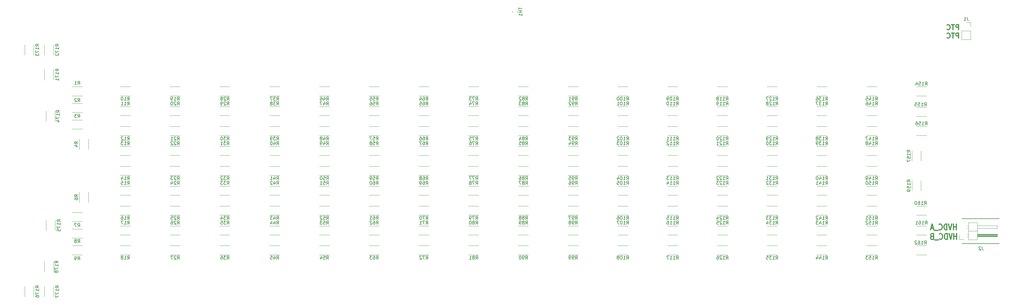
<source format=gbo>
%TF.GenerationSoftware,KiCad,Pcbnew,(5.1.9-0-10_14)*%
%TF.CreationDate,2022-12-08T20:33:16-05:00*%
%TF.ProjectId,5AhG3-18S,35416847-332d-4313-9853-2e6b69636164,rev?*%
%TF.SameCoordinates,Original*%
%TF.FileFunction,Legend,Bot*%
%TF.FilePolarity,Positive*%
%FSLAX46Y46*%
G04 Gerber Fmt 4.6, Leading zero omitted, Abs format (unit mm)*
G04 Created by KiCad (PCBNEW (5.1.9-0-10_14)) date 2022-12-08 20:33:16*
%MOMM*%
%LPD*%
G01*
G04 APERTURE LIST*
%ADD10C,0.300000*%
%ADD11C,0.150000*%
%ADD12C,0.120000*%
G04 APERTURE END LIST*
D10*
X357535714Y-153829166D02*
X357535714Y-152079166D01*
X357535714Y-152912500D02*
X356678571Y-152912500D01*
X356678571Y-153829166D02*
X356678571Y-152079166D01*
X356178571Y-152079166D02*
X355678571Y-153829166D01*
X355178571Y-152079166D01*
X354678571Y-153829166D02*
X354678571Y-152079166D01*
X354321428Y-152079166D01*
X354107142Y-152162500D01*
X353964285Y-152329166D01*
X353892857Y-152495833D01*
X353821428Y-152829166D01*
X353821428Y-153079166D01*
X353892857Y-153412500D01*
X353964285Y-153579166D01*
X354107142Y-153745833D01*
X354321428Y-153829166D01*
X354678571Y-153829166D01*
X352321428Y-153662500D02*
X352392857Y-153745833D01*
X352607142Y-153829166D01*
X352750000Y-153829166D01*
X352964285Y-153745833D01*
X353107142Y-153579166D01*
X353178571Y-153412500D01*
X353250000Y-153079166D01*
X353250000Y-152829166D01*
X353178571Y-152495833D01*
X353107142Y-152329166D01*
X352964285Y-152162500D01*
X352750000Y-152079166D01*
X352607142Y-152079166D01*
X352392857Y-152162500D01*
X352321428Y-152245833D01*
X352035714Y-153995833D02*
X350892857Y-153995833D01*
X350607142Y-153329166D02*
X349892857Y-153329166D01*
X350750000Y-153829166D02*
X350250000Y-152079166D01*
X349750000Y-153829166D01*
X357642857Y-156754166D02*
X357642857Y-155004166D01*
X357642857Y-155837500D02*
X356785714Y-155837500D01*
X356785714Y-156754166D02*
X356785714Y-155004166D01*
X356285714Y-155004166D02*
X355785714Y-156754166D01*
X355285714Y-155004166D01*
X354785714Y-156754166D02*
X354785714Y-155004166D01*
X354428571Y-155004166D01*
X354214285Y-155087500D01*
X354071428Y-155254166D01*
X354000000Y-155420833D01*
X353928571Y-155754166D01*
X353928571Y-156004166D01*
X354000000Y-156337500D01*
X354071428Y-156504166D01*
X354214285Y-156670833D01*
X354428571Y-156754166D01*
X354785714Y-156754166D01*
X352428571Y-156587500D02*
X352500000Y-156670833D01*
X352714285Y-156754166D01*
X352857142Y-156754166D01*
X353071428Y-156670833D01*
X353214285Y-156504166D01*
X353285714Y-156337500D01*
X353357142Y-156004166D01*
X353357142Y-155754166D01*
X353285714Y-155420833D01*
X353214285Y-155254166D01*
X353071428Y-155087500D01*
X352857142Y-155004166D01*
X352714285Y-155004166D01*
X352500000Y-155087500D01*
X352428571Y-155170833D01*
X352142857Y-156920833D02*
X351000000Y-156920833D01*
X350142857Y-155837500D02*
X349928571Y-155920833D01*
X349857142Y-156004166D01*
X349785714Y-156170833D01*
X349785714Y-156420833D01*
X349857142Y-156587500D01*
X349928571Y-156670833D01*
X350071428Y-156754166D01*
X350642857Y-156754166D01*
X350642857Y-155004166D01*
X350142857Y-155004166D01*
X350000000Y-155087500D01*
X349928571Y-155170833D01*
X349857142Y-155337500D01*
X349857142Y-155504166D01*
X349928571Y-155670833D01*
X350000000Y-155754166D01*
X350142857Y-155837500D01*
X350642857Y-155837500D01*
D11*
X370500000Y-158000000D02*
X359250000Y-158000000D01*
X359250000Y-150500000D02*
X370500000Y-150500000D01*
D10*
X358214285Y-93403571D02*
X358214285Y-91903571D01*
X357642857Y-91903571D01*
X357500000Y-91975000D01*
X357428571Y-92046428D01*
X357357142Y-92189285D01*
X357357142Y-92403571D01*
X357428571Y-92546428D01*
X357500000Y-92617857D01*
X357642857Y-92689285D01*
X358214285Y-92689285D01*
X356928571Y-91903571D02*
X356071428Y-91903571D01*
X356500000Y-93403571D02*
X356500000Y-91903571D01*
X354714285Y-93260714D02*
X354785714Y-93332142D01*
X355000000Y-93403571D01*
X355142857Y-93403571D01*
X355357142Y-93332142D01*
X355500000Y-93189285D01*
X355571428Y-93046428D01*
X355642857Y-92760714D01*
X355642857Y-92546428D01*
X355571428Y-92260714D01*
X355500000Y-92117857D01*
X355357142Y-91975000D01*
X355142857Y-91903571D01*
X355000000Y-91903571D01*
X354785714Y-91975000D01*
X354714285Y-92046428D01*
X358214285Y-95953571D02*
X358214285Y-94453571D01*
X357642857Y-94453571D01*
X357500000Y-94525000D01*
X357428571Y-94596428D01*
X357357142Y-94739285D01*
X357357142Y-94953571D01*
X357428571Y-95096428D01*
X357500000Y-95167857D01*
X357642857Y-95239285D01*
X358214285Y-95239285D01*
X356928571Y-94453571D02*
X356071428Y-94453571D01*
X356500000Y-95953571D02*
X356500000Y-94453571D01*
X354714285Y-95810714D02*
X354785714Y-95882142D01*
X355000000Y-95953571D01*
X355142857Y-95953571D01*
X355357142Y-95882142D01*
X355500000Y-95739285D01*
X355571428Y-95596428D01*
X355642857Y-95310714D01*
X355642857Y-95096428D01*
X355571428Y-94810714D01*
X355500000Y-94667857D01*
X355357142Y-94525000D01*
X355142857Y-94453571D01*
X355000000Y-94453571D01*
X354785714Y-94525000D01*
X354714285Y-94596428D01*
D12*
%TO.C,R9*%
X94027064Y-161360000D02*
X90972936Y-161360000D01*
X94027064Y-158640000D02*
X90972936Y-158640000D01*
%TO.C,R2*%
X94027064Y-115640000D02*
X90972936Y-115640000D01*
X94027064Y-118360000D02*
X90972936Y-118360000D01*
%TO.C,R6*%
X93140000Y-142472936D02*
X93140000Y-145527064D01*
X95860000Y-142472936D02*
X95860000Y-145527064D01*
%TO.C,R12*%
X105472936Y-125360000D02*
X108527064Y-125360000D01*
X105472936Y-122640000D02*
X108527064Y-122640000D01*
%TO.C,R20*%
X123527064Y-116640000D02*
X120472936Y-116640000D01*
X123527064Y-119360000D02*
X120472936Y-119360000D01*
%TO.C,R29*%
X138527064Y-119360000D02*
X135472936Y-119360000D01*
X138527064Y-116640000D02*
X135472936Y-116640000D01*
%TO.C,R40*%
X153527064Y-128640000D02*
X150472936Y-128640000D01*
X153527064Y-131360000D02*
X150472936Y-131360000D01*
%TO.C,R53*%
X168527064Y-155360000D02*
X165472936Y-155360000D01*
X168527064Y-152640000D02*
X165472936Y-152640000D01*
%TO.C,R67*%
X198527064Y-131360000D02*
X195472936Y-131360000D01*
X198527064Y-128640000D02*
X195472936Y-128640000D01*
%TO.C,R95*%
X240472936Y-134640000D02*
X243527064Y-134640000D01*
X240472936Y-137360000D02*
X243527064Y-137360000D01*
%TO.C,R109*%
X270472936Y-110640000D02*
X273527064Y-110640000D01*
X270472936Y-113360000D02*
X273527064Y-113360000D01*
%TO.C,R123*%
X288527064Y-143360000D02*
X285472936Y-143360000D01*
X288527064Y-140640000D02*
X285472936Y-140640000D01*
%TO.C,R137*%
X318527064Y-119360000D02*
X315472936Y-119360000D01*
X318527064Y-116640000D02*
X315472936Y-116640000D01*
%TO.C,R150*%
X333527064Y-140640000D02*
X330472936Y-140640000D01*
X333527064Y-143360000D02*
X330472936Y-143360000D01*
%TO.C,R162*%
X345472936Y-161360000D02*
X348527064Y-161360000D01*
X345472936Y-158640000D02*
X348527064Y-158640000D01*
%TO.C,R1*%
X90972936Y-110640000D02*
X94027064Y-110640000D01*
X90972936Y-113360000D02*
X94027064Y-113360000D01*
%TO.C,R3*%
X90972936Y-120640000D02*
X94027064Y-120640000D01*
X90972936Y-123360000D02*
X94027064Y-123360000D01*
%TO.C,R4*%
X93140000Y-126472936D02*
X93140000Y-129527064D01*
X95860000Y-126472936D02*
X95860000Y-129527064D01*
%TO.C,R7*%
X94027064Y-151360000D02*
X90972936Y-151360000D01*
X94027064Y-148640000D02*
X90972936Y-148640000D01*
%TO.C,R8*%
X90972936Y-156360000D02*
X94027064Y-156360000D01*
X90972936Y-153640000D02*
X94027064Y-153640000D01*
%TO.C,R10*%
X105472936Y-113360000D02*
X108527064Y-113360000D01*
X105472936Y-110640000D02*
X108527064Y-110640000D01*
%TO.C,R11*%
X108527064Y-119360000D02*
X105472936Y-119360000D01*
X108527064Y-116640000D02*
X105472936Y-116640000D01*
%TO.C,R13*%
X108527064Y-131360000D02*
X105472936Y-131360000D01*
X108527064Y-128640000D02*
X105472936Y-128640000D01*
%TO.C,R14*%
X105472936Y-137360000D02*
X108527064Y-137360000D01*
X105472936Y-134640000D02*
X108527064Y-134640000D01*
%TO.C,R15*%
X108527064Y-143360000D02*
X105472936Y-143360000D01*
X108527064Y-140640000D02*
X105472936Y-140640000D01*
%TO.C,R16*%
X105472936Y-149360000D02*
X108527064Y-149360000D01*
X105472936Y-146640000D02*
X108527064Y-146640000D01*
%TO.C,R17*%
X108527064Y-155360000D02*
X105472936Y-155360000D01*
X108527064Y-152640000D02*
X105472936Y-152640000D01*
%TO.C,R18*%
X105472936Y-161360000D02*
X108527064Y-161360000D01*
X105472936Y-158640000D02*
X108527064Y-158640000D01*
%TO.C,R19*%
X120472936Y-110640000D02*
X123527064Y-110640000D01*
X120472936Y-113360000D02*
X123527064Y-113360000D01*
%TO.C,R21*%
X120472936Y-122640000D02*
X123527064Y-122640000D01*
X120472936Y-125360000D02*
X123527064Y-125360000D01*
%TO.C,R22*%
X123527064Y-128640000D02*
X120472936Y-128640000D01*
X123527064Y-131360000D02*
X120472936Y-131360000D01*
%TO.C,R23*%
X120472936Y-134640000D02*
X123527064Y-134640000D01*
X120472936Y-137360000D02*
X123527064Y-137360000D01*
%TO.C,R24*%
X123527064Y-140640000D02*
X120472936Y-140640000D01*
X123527064Y-143360000D02*
X120472936Y-143360000D01*
%TO.C,R25*%
X120472936Y-146640000D02*
X123527064Y-146640000D01*
X120472936Y-149360000D02*
X123527064Y-149360000D01*
%TO.C,R26*%
X123527064Y-152640000D02*
X120472936Y-152640000D01*
X123527064Y-155360000D02*
X120472936Y-155360000D01*
%TO.C,R27*%
X120472936Y-158640000D02*
X123527064Y-158640000D01*
X120472936Y-161360000D02*
X123527064Y-161360000D01*
%TO.C,R28*%
X135472936Y-113360000D02*
X138527064Y-113360000D01*
X135472936Y-110640000D02*
X138527064Y-110640000D01*
%TO.C,R30*%
X135472936Y-125360000D02*
X138527064Y-125360000D01*
X135472936Y-122640000D02*
X138527064Y-122640000D01*
%TO.C,R31*%
X138527064Y-131360000D02*
X135472936Y-131360000D01*
X138527064Y-128640000D02*
X135472936Y-128640000D01*
%TO.C,R32*%
X135472936Y-137360000D02*
X138527064Y-137360000D01*
X135472936Y-134640000D02*
X138527064Y-134640000D01*
%TO.C,R33*%
X138527064Y-143360000D02*
X135472936Y-143360000D01*
X138527064Y-140640000D02*
X135472936Y-140640000D01*
%TO.C,R34*%
X135472936Y-149360000D02*
X138527064Y-149360000D01*
X135472936Y-146640000D02*
X138527064Y-146640000D01*
%TO.C,R35*%
X138527064Y-155360000D02*
X135472936Y-155360000D01*
X138527064Y-152640000D02*
X135472936Y-152640000D01*
%TO.C,R36*%
X135472936Y-161360000D02*
X138527064Y-161360000D01*
X135472936Y-158640000D02*
X138527064Y-158640000D01*
%TO.C,R37*%
X150472936Y-110640000D02*
X153527064Y-110640000D01*
X150472936Y-113360000D02*
X153527064Y-113360000D01*
%TO.C,R38*%
X153527064Y-116640000D02*
X150472936Y-116640000D01*
X153527064Y-119360000D02*
X150472936Y-119360000D01*
%TO.C,R39*%
X150472936Y-122640000D02*
X153527064Y-122640000D01*
X150472936Y-125360000D02*
X153527064Y-125360000D01*
%TO.C,R41*%
X150472936Y-134640000D02*
X153527064Y-134640000D01*
X150472936Y-137360000D02*
X153527064Y-137360000D01*
%TO.C,R42*%
X153527064Y-140640000D02*
X150472936Y-140640000D01*
X153527064Y-143360000D02*
X150472936Y-143360000D01*
%TO.C,R43*%
X150472936Y-146640000D02*
X153527064Y-146640000D01*
X150472936Y-149360000D02*
X153527064Y-149360000D01*
%TO.C,R44*%
X153527064Y-152640000D02*
X150472936Y-152640000D01*
X153527064Y-155360000D02*
X150472936Y-155360000D01*
%TO.C,R45*%
X150472936Y-158640000D02*
X153527064Y-158640000D01*
X150472936Y-161360000D02*
X153527064Y-161360000D01*
%TO.C,R46*%
X165472936Y-113360000D02*
X168527064Y-113360000D01*
X165472936Y-110640000D02*
X168527064Y-110640000D01*
%TO.C,R47*%
X168527064Y-119360000D02*
X165472936Y-119360000D01*
X168527064Y-116640000D02*
X165472936Y-116640000D01*
%TO.C,R48*%
X165472936Y-125360000D02*
X168527064Y-125360000D01*
X165472936Y-122640000D02*
X168527064Y-122640000D01*
%TO.C,R49*%
X168527064Y-131360000D02*
X165472936Y-131360000D01*
X168527064Y-128640000D02*
X165472936Y-128640000D01*
%TO.C,R50*%
X165472936Y-137360000D02*
X168527064Y-137360000D01*
X165472936Y-134640000D02*
X168527064Y-134640000D01*
%TO.C,R51*%
X168527064Y-143360000D02*
X165472936Y-143360000D01*
X168527064Y-140640000D02*
X165472936Y-140640000D01*
%TO.C,R52*%
X165472936Y-149360000D02*
X168527064Y-149360000D01*
X165472936Y-146640000D02*
X168527064Y-146640000D01*
%TO.C,R54*%
X165472936Y-161360000D02*
X168527064Y-161360000D01*
X165472936Y-158640000D02*
X168527064Y-158640000D01*
%TO.C,R55*%
X180472936Y-110640000D02*
X183527064Y-110640000D01*
X180472936Y-113360000D02*
X183527064Y-113360000D01*
%TO.C,R56*%
X183527064Y-116640000D02*
X180472936Y-116640000D01*
X183527064Y-119360000D02*
X180472936Y-119360000D01*
%TO.C,R57*%
X180472936Y-122640000D02*
X183527064Y-122640000D01*
X180472936Y-125360000D02*
X183527064Y-125360000D01*
%TO.C,R58*%
X183527064Y-128640000D02*
X180472936Y-128640000D01*
X183527064Y-131360000D02*
X180472936Y-131360000D01*
%TO.C,R59*%
X180472936Y-134640000D02*
X183527064Y-134640000D01*
X180472936Y-137360000D02*
X183527064Y-137360000D01*
%TO.C,R60*%
X183527064Y-140640000D02*
X180472936Y-140640000D01*
X183527064Y-143360000D02*
X180472936Y-143360000D01*
%TO.C,R61*%
X180472936Y-146640000D02*
X183527064Y-146640000D01*
X180472936Y-149360000D02*
X183527064Y-149360000D01*
%TO.C,R62*%
X183527064Y-152640000D02*
X180472936Y-152640000D01*
X183527064Y-155360000D02*
X180472936Y-155360000D01*
%TO.C,R63*%
X180472936Y-158640000D02*
X183527064Y-158640000D01*
X180472936Y-161360000D02*
X183527064Y-161360000D01*
%TO.C,R64*%
X195472936Y-113360000D02*
X198527064Y-113360000D01*
X195472936Y-110640000D02*
X198527064Y-110640000D01*
%TO.C,R65*%
X198527064Y-119360000D02*
X195472936Y-119360000D01*
X198527064Y-116640000D02*
X195472936Y-116640000D01*
%TO.C,R66*%
X195472936Y-125360000D02*
X198527064Y-125360000D01*
X195472936Y-122640000D02*
X198527064Y-122640000D01*
%TO.C,R68*%
X195472936Y-137360000D02*
X198527064Y-137360000D01*
X195472936Y-134640000D02*
X198527064Y-134640000D01*
%TO.C,R69*%
X198527064Y-143360000D02*
X195472936Y-143360000D01*
X198527064Y-140640000D02*
X195472936Y-140640000D01*
%TO.C,R70*%
X195472936Y-149360000D02*
X198527064Y-149360000D01*
X195472936Y-146640000D02*
X198527064Y-146640000D01*
%TO.C,R71*%
X198527064Y-155360000D02*
X195472936Y-155360000D01*
X198527064Y-152640000D02*
X195472936Y-152640000D01*
%TO.C,R72*%
X195472936Y-161360000D02*
X198527064Y-161360000D01*
X195472936Y-158640000D02*
X198527064Y-158640000D01*
%TO.C,R73*%
X210472936Y-110640000D02*
X213527064Y-110640000D01*
X210472936Y-113360000D02*
X213527064Y-113360000D01*
%TO.C,R74*%
X213527064Y-116640000D02*
X210472936Y-116640000D01*
X213527064Y-119360000D02*
X210472936Y-119360000D01*
%TO.C,R75*%
X210472936Y-122640000D02*
X213527064Y-122640000D01*
X210472936Y-125360000D02*
X213527064Y-125360000D01*
%TO.C,R76*%
X213527064Y-128640000D02*
X210472936Y-128640000D01*
X213527064Y-131360000D02*
X210472936Y-131360000D01*
%TO.C,R77*%
X210472936Y-134640000D02*
X213527064Y-134640000D01*
X210472936Y-137360000D02*
X213527064Y-137360000D01*
%TO.C,R78*%
X213527064Y-140640000D02*
X210472936Y-140640000D01*
X213527064Y-143360000D02*
X210472936Y-143360000D01*
%TO.C,R79*%
X210472936Y-146640000D02*
X213527064Y-146640000D01*
X210472936Y-149360000D02*
X213527064Y-149360000D01*
%TO.C,R80*%
X213527064Y-152640000D02*
X210472936Y-152640000D01*
X213527064Y-155360000D02*
X210472936Y-155360000D01*
%TO.C,R81*%
X210472936Y-158640000D02*
X213527064Y-158640000D01*
X210472936Y-161360000D02*
X213527064Y-161360000D01*
%TO.C,R82*%
X225472936Y-113360000D02*
X228527064Y-113360000D01*
X225472936Y-110640000D02*
X228527064Y-110640000D01*
%TO.C,R83*%
X228527064Y-119360000D02*
X225472936Y-119360000D01*
X228527064Y-116640000D02*
X225472936Y-116640000D01*
%TO.C,R84*%
X225472936Y-125360000D02*
X228527064Y-125360000D01*
X225472936Y-122640000D02*
X228527064Y-122640000D01*
%TO.C,R85*%
X228527064Y-131360000D02*
X225472936Y-131360000D01*
X228527064Y-128640000D02*
X225472936Y-128640000D01*
%TO.C,R86*%
X225472936Y-137360000D02*
X228527064Y-137360000D01*
X225472936Y-134640000D02*
X228527064Y-134640000D01*
%TO.C,R87*%
X228552065Y-143360000D02*
X225497937Y-143360000D01*
X228552065Y-140640000D02*
X225497937Y-140640000D01*
%TO.C,R88*%
X225472936Y-149360000D02*
X228527064Y-149360000D01*
X225472936Y-146640000D02*
X228527064Y-146640000D01*
%TO.C,R89*%
X228527064Y-155360000D02*
X225472936Y-155360000D01*
X228527064Y-152640000D02*
X225472936Y-152640000D01*
%TO.C,R90*%
X225472936Y-161360000D02*
X228527064Y-161360000D01*
X225472936Y-158640000D02*
X228527064Y-158640000D01*
%TO.C,R91*%
X240472936Y-110640000D02*
X243527064Y-110640000D01*
X240472936Y-113360000D02*
X243527064Y-113360000D01*
%TO.C,R92*%
X243527064Y-116640000D02*
X240472936Y-116640000D01*
X243527064Y-119360000D02*
X240472936Y-119360000D01*
%TO.C,R93*%
X240472936Y-122640000D02*
X243527064Y-122640000D01*
X240472936Y-125360000D02*
X243527064Y-125360000D01*
%TO.C,R94*%
X243527064Y-128640000D02*
X240472936Y-128640000D01*
X243527064Y-131360000D02*
X240472936Y-131360000D01*
%TO.C,R96*%
X243527064Y-140640000D02*
X240472936Y-140640000D01*
X243527064Y-143360000D02*
X240472936Y-143360000D01*
%TO.C,R97*%
X240472936Y-146640000D02*
X243527064Y-146640000D01*
X240472936Y-149360000D02*
X243527064Y-149360000D01*
%TO.C,R98*%
X243527064Y-152640000D02*
X240472936Y-152640000D01*
X243527064Y-155360000D02*
X240472936Y-155360000D01*
%TO.C,R99*%
X240472936Y-158640000D02*
X243527064Y-158640000D01*
X240472936Y-161360000D02*
X243527064Y-161360000D01*
%TO.C,R100*%
X255472936Y-113360000D02*
X258527064Y-113360000D01*
X255472936Y-110640000D02*
X258527064Y-110640000D01*
%TO.C,R101*%
X258527064Y-119360000D02*
X255472936Y-119360000D01*
X258527064Y-116640000D02*
X255472936Y-116640000D01*
%TO.C,R102*%
X255472936Y-125360000D02*
X258527064Y-125360000D01*
X255472936Y-122640000D02*
X258527064Y-122640000D01*
%TO.C,R103*%
X258527064Y-131360000D02*
X255472936Y-131360000D01*
X258527064Y-128640000D02*
X255472936Y-128640000D01*
%TO.C,R104*%
X255472936Y-137360000D02*
X258527064Y-137360000D01*
X255472936Y-134640000D02*
X258527064Y-134640000D01*
%TO.C,R105*%
X258527064Y-143360000D02*
X255472936Y-143360000D01*
X258527064Y-140640000D02*
X255472936Y-140640000D01*
%TO.C,R106*%
X255472936Y-149360000D02*
X258527064Y-149360000D01*
X255472936Y-146640000D02*
X258527064Y-146640000D01*
%TO.C,R107*%
X258527064Y-155360000D02*
X255472936Y-155360000D01*
X258527064Y-152640000D02*
X255472936Y-152640000D01*
%TO.C,R108*%
X255472936Y-161360000D02*
X258527064Y-161360000D01*
X255472936Y-158640000D02*
X258527064Y-158640000D01*
%TO.C,R110*%
X273527064Y-116640000D02*
X270472936Y-116640000D01*
X273527064Y-119360000D02*
X270472936Y-119360000D01*
%TO.C,R111*%
X270472936Y-122640000D02*
X273527064Y-122640000D01*
X270472936Y-125360000D02*
X273527064Y-125360000D01*
%TO.C,R112*%
X273527064Y-128640000D02*
X270472936Y-128640000D01*
X273527064Y-131360000D02*
X270472936Y-131360000D01*
%TO.C,R113*%
X270472936Y-134640000D02*
X273527064Y-134640000D01*
X270472936Y-137360000D02*
X273527064Y-137360000D01*
%TO.C,R114*%
X273527064Y-140640000D02*
X270472936Y-140640000D01*
X273527064Y-143360000D02*
X270472936Y-143360000D01*
%TO.C,R115*%
X270472936Y-146640000D02*
X273527064Y-146640000D01*
X270472936Y-149360000D02*
X273527064Y-149360000D01*
%TO.C,R116*%
X273527064Y-152640000D02*
X270472936Y-152640000D01*
X273527064Y-155360000D02*
X270472936Y-155360000D01*
%TO.C,R117*%
X270472936Y-158640000D02*
X273527064Y-158640000D01*
X270472936Y-161360000D02*
X273527064Y-161360000D01*
%TO.C,R118*%
X285472936Y-113360000D02*
X288527064Y-113360000D01*
X285472936Y-110640000D02*
X288527064Y-110640000D01*
%TO.C,R119*%
X288527064Y-119360000D02*
X285472936Y-119360000D01*
X288527064Y-116640000D02*
X285472936Y-116640000D01*
%TO.C,R120*%
X285472936Y-125360000D02*
X288527064Y-125360000D01*
X285472936Y-122640000D02*
X288527064Y-122640000D01*
%TO.C,R121*%
X288527064Y-131360000D02*
X285472936Y-131360000D01*
X288527064Y-128640000D02*
X285472936Y-128640000D01*
%TO.C,R122*%
X285472936Y-137360000D02*
X288527064Y-137360000D01*
X285472936Y-134640000D02*
X288527064Y-134640000D01*
%TO.C,R124*%
X285472936Y-149360000D02*
X288527064Y-149360000D01*
X285472936Y-146640000D02*
X288527064Y-146640000D01*
%TO.C,R125*%
X288527064Y-155360000D02*
X285472936Y-155360000D01*
X288527064Y-152640000D02*
X285472936Y-152640000D01*
%TO.C,R126*%
X285472936Y-161360000D02*
X288527064Y-161360000D01*
X285472936Y-158640000D02*
X288527064Y-158640000D01*
%TO.C,R127*%
X300472936Y-110640000D02*
X303527064Y-110640000D01*
X300472936Y-113360000D02*
X303527064Y-113360000D01*
%TO.C,R128*%
X303527064Y-116640000D02*
X300472936Y-116640000D01*
X303527064Y-119360000D02*
X300472936Y-119360000D01*
%TO.C,R129*%
X300472936Y-122640000D02*
X303527064Y-122640000D01*
X300472936Y-125360000D02*
X303527064Y-125360000D01*
%TO.C,R130*%
X303527064Y-128640000D02*
X300472936Y-128640000D01*
X303527064Y-131360000D02*
X300472936Y-131360000D01*
%TO.C,R131*%
X300472936Y-134640000D02*
X303527064Y-134640000D01*
X300472936Y-137360000D02*
X303527064Y-137360000D01*
%TO.C,R132*%
X303527064Y-140640000D02*
X300472936Y-140640000D01*
X303527064Y-143360000D02*
X300472936Y-143360000D01*
%TO.C,R133*%
X300472936Y-146640000D02*
X303527064Y-146640000D01*
X300472936Y-149360000D02*
X303527064Y-149360000D01*
%TO.C,R134*%
X303527064Y-152640000D02*
X300472936Y-152640000D01*
X303527064Y-155360000D02*
X300472936Y-155360000D01*
%TO.C,R135*%
X300472936Y-158640000D02*
X303527064Y-158640000D01*
X300472936Y-161360000D02*
X303527064Y-161360000D01*
%TO.C,R136*%
X315472936Y-113360000D02*
X318527064Y-113360000D01*
X315472936Y-110640000D02*
X318527064Y-110640000D01*
%TO.C,R138*%
X315472936Y-125360000D02*
X318527064Y-125360000D01*
X315472936Y-122640000D02*
X318527064Y-122640000D01*
%TO.C,R139*%
X318527064Y-131360000D02*
X315472936Y-131360000D01*
X318527064Y-128640000D02*
X315472936Y-128640000D01*
%TO.C,R140*%
X315472936Y-137360000D02*
X318527064Y-137360000D01*
X315472936Y-134640000D02*
X318527064Y-134640000D01*
%TO.C,R141*%
X318527064Y-143360000D02*
X315472936Y-143360000D01*
X318527064Y-140640000D02*
X315472936Y-140640000D01*
%TO.C,R142*%
X315472936Y-149360000D02*
X318527064Y-149360000D01*
X315472936Y-146640000D02*
X318527064Y-146640000D01*
%TO.C,R143*%
X318527064Y-155360000D02*
X315472936Y-155360000D01*
X318527064Y-152640000D02*
X315472936Y-152640000D01*
%TO.C,R144*%
X315472936Y-161360000D02*
X318527064Y-161360000D01*
X315472936Y-158640000D02*
X318527064Y-158640000D01*
%TO.C,R145*%
X330472936Y-110640000D02*
X333527064Y-110640000D01*
X330472936Y-113360000D02*
X333527064Y-113360000D01*
%TO.C,R146*%
X333527064Y-116640000D02*
X330472936Y-116640000D01*
X333527064Y-119360000D02*
X330472936Y-119360000D01*
%TO.C,R147*%
X330472936Y-122640000D02*
X333527064Y-122640000D01*
X330472936Y-125360000D02*
X333527064Y-125360000D01*
%TO.C,R148*%
X333527064Y-128640000D02*
X330472936Y-128640000D01*
X333527064Y-131360000D02*
X330472936Y-131360000D01*
%TO.C,R149*%
X330472936Y-134640000D02*
X333527064Y-134640000D01*
X330472936Y-137360000D02*
X333527064Y-137360000D01*
%TO.C,R151*%
X330472936Y-146640000D02*
X333527064Y-146640000D01*
X330472936Y-149360000D02*
X333527064Y-149360000D01*
%TO.C,R152*%
X333527064Y-152640000D02*
X330472936Y-152640000D01*
X333527064Y-155360000D02*
X330472936Y-155360000D01*
%TO.C,R153*%
X330472936Y-158640000D02*
X333527064Y-158640000D01*
X330472936Y-161360000D02*
X333527064Y-161360000D01*
%TO.C,R154*%
X348527064Y-110640000D02*
X345472936Y-110640000D01*
X348527064Y-113360000D02*
X345472936Y-113360000D01*
%TO.C,R155*%
X345472936Y-116890000D02*
X348527064Y-116890000D01*
X345472936Y-119610000D02*
X348527064Y-119610000D01*
%TO.C,R156*%
X348527064Y-122640000D02*
X345472936Y-122640000D01*
X348527064Y-125360000D02*
X345472936Y-125360000D01*
%TO.C,R157*%
X346860000Y-129972936D02*
X346860000Y-133027064D01*
X344140000Y-129972936D02*
X344140000Y-133027064D01*
%TO.C,R159*%
X346860000Y-138972936D02*
X346860000Y-142027064D01*
X344140000Y-138972936D02*
X344140000Y-142027064D01*
%TO.C,R160*%
X345472936Y-149360000D02*
X348527064Y-149360000D01*
X345472936Y-146640000D02*
X348527064Y-146640000D01*
%TO.C,R161*%
X348527064Y-155360000D02*
X345472936Y-155360000D01*
X348527064Y-152640000D02*
X345472936Y-152640000D01*
%TO.C,J1*%
X361830000Y-96370000D02*
X359170000Y-96370000D01*
X361830000Y-93770000D02*
X361830000Y-96370000D01*
X359170000Y-93770000D02*
X359170000Y-96370000D01*
X361830000Y-93770000D02*
X359170000Y-93770000D01*
X361830000Y-92500000D02*
X361830000Y-91170000D01*
X361830000Y-91170000D02*
X360500000Y-91170000D01*
%TO.C,R171*%
X85360000Y-108527064D02*
X85360000Y-105472936D01*
X82640000Y-108527064D02*
X82640000Y-105472936D01*
%TO.C,R172*%
X82640000Y-101027064D02*
X82640000Y-97972936D01*
X85360000Y-101027064D02*
X85360000Y-97972936D01*
%TO.C,R173*%
X76640000Y-97972936D02*
X76640000Y-101027064D01*
X79360000Y-97972936D02*
X79360000Y-101027064D01*
%TO.C,R174*%
X85860000Y-117972936D02*
X85860000Y-121027064D01*
X83140000Y-117972936D02*
X83140000Y-121027064D01*
%TO.C,R175*%
X83140000Y-150972936D02*
X83140000Y-154027064D01*
X85860000Y-150972936D02*
X85860000Y-154027064D01*
%TO.C,R176*%
X79360000Y-170972936D02*
X79360000Y-174027064D01*
X76640000Y-170972936D02*
X76640000Y-174027064D01*
%TO.C,R177*%
X82640000Y-174027064D02*
X82640000Y-170972936D01*
X85360000Y-174027064D02*
X85360000Y-170972936D01*
%TO.C,R178*%
X85360000Y-166527064D02*
X85360000Y-163472936D01*
X82640000Y-166527064D02*
X82640000Y-163472936D01*
%TO.C,TH1*%
X225235000Y-88227064D02*
X225235000Y-87772936D01*
X223765000Y-88227064D02*
X223765000Y-87772936D01*
%TO.C,J2*%
X361190000Y-156830000D02*
X361190000Y-151630000D01*
X361190000Y-151630000D02*
X363850000Y-151630000D01*
X363850000Y-151630000D02*
X363850000Y-156830000D01*
X363850000Y-156830000D02*
X361190000Y-156830000D01*
X363850000Y-155880000D02*
X369850000Y-155880000D01*
X369850000Y-155880000D02*
X369850000Y-155120000D01*
X369850000Y-155120000D02*
X363850000Y-155120000D01*
X363850000Y-155820000D02*
X369850000Y-155820000D01*
X363850000Y-155700000D02*
X369850000Y-155700000D01*
X363850000Y-155580000D02*
X369850000Y-155580000D01*
X363850000Y-155460000D02*
X369850000Y-155460000D01*
X363850000Y-155340000D02*
X369850000Y-155340000D01*
X363850000Y-155220000D02*
X369850000Y-155220000D01*
X360860000Y-155880000D02*
X361190000Y-155880000D01*
X360860000Y-155120000D02*
X361190000Y-155120000D01*
X361190000Y-154230000D02*
X363850000Y-154230000D01*
X363850000Y-153340000D02*
X369850000Y-153340000D01*
X369850000Y-153340000D02*
X369850000Y-152580000D01*
X369850000Y-152580000D02*
X363850000Y-152580000D01*
X360792929Y-153340000D02*
X361190000Y-153340000D01*
X360792929Y-152580000D02*
X361190000Y-152580000D01*
X358480000Y-155500000D02*
X358480000Y-156770000D01*
X358480000Y-156770000D02*
X359750000Y-156770000D01*
%TO.C,R9*%
D11*
X92666666Y-162952380D02*
X93000000Y-162476190D01*
X93238095Y-162952380D02*
X93238095Y-161952380D01*
X92857142Y-161952380D01*
X92761904Y-162000000D01*
X92714285Y-162047619D01*
X92666666Y-162142857D01*
X92666666Y-162285714D01*
X92714285Y-162380952D01*
X92761904Y-162428571D01*
X92857142Y-162476190D01*
X93238095Y-162476190D01*
X92190476Y-162952380D02*
X92000000Y-162952380D01*
X91904761Y-162904761D01*
X91857142Y-162857142D01*
X91761904Y-162714285D01*
X91714285Y-162523809D01*
X91714285Y-162142857D01*
X91761904Y-162047619D01*
X91809523Y-162000000D01*
X91904761Y-161952380D01*
X92095238Y-161952380D01*
X92190476Y-162000000D01*
X92238095Y-162047619D01*
X92285714Y-162142857D01*
X92285714Y-162380952D01*
X92238095Y-162476190D01*
X92190476Y-162523809D01*
X92095238Y-162571428D01*
X91904761Y-162571428D01*
X91809523Y-162523809D01*
X91761904Y-162476190D01*
X91714285Y-162380952D01*
%TO.C,R2*%
X92666666Y-115172380D02*
X93000000Y-114696190D01*
X93238095Y-115172380D02*
X93238095Y-114172380D01*
X92857142Y-114172380D01*
X92761904Y-114220000D01*
X92714285Y-114267619D01*
X92666666Y-114362857D01*
X92666666Y-114505714D01*
X92714285Y-114600952D01*
X92761904Y-114648571D01*
X92857142Y-114696190D01*
X93238095Y-114696190D01*
X92285714Y-114267619D02*
X92238095Y-114220000D01*
X92142857Y-114172380D01*
X91904761Y-114172380D01*
X91809523Y-114220000D01*
X91761904Y-114267619D01*
X91714285Y-114362857D01*
X91714285Y-114458095D01*
X91761904Y-114600952D01*
X92333333Y-115172380D01*
X91714285Y-115172380D01*
%TO.C,R6*%
X92672380Y-143833333D02*
X92196190Y-143500000D01*
X92672380Y-143261904D02*
X91672380Y-143261904D01*
X91672380Y-143642857D01*
X91720000Y-143738095D01*
X91767619Y-143785714D01*
X91862857Y-143833333D01*
X92005714Y-143833333D01*
X92100952Y-143785714D01*
X92148571Y-143738095D01*
X92196190Y-143642857D01*
X92196190Y-143261904D01*
X91672380Y-144690476D02*
X91672380Y-144500000D01*
X91720000Y-144404761D01*
X91767619Y-144357142D01*
X91910476Y-144261904D01*
X92100952Y-144214285D01*
X92481904Y-144214285D01*
X92577142Y-144261904D01*
X92624761Y-144309523D01*
X92672380Y-144404761D01*
X92672380Y-144595238D01*
X92624761Y-144690476D01*
X92577142Y-144738095D01*
X92481904Y-144785714D01*
X92243809Y-144785714D01*
X92148571Y-144738095D01*
X92100952Y-144690476D01*
X92053333Y-144595238D01*
X92053333Y-144404761D01*
X92100952Y-144309523D01*
X92148571Y-144261904D01*
X92243809Y-144214285D01*
%TO.C,R12*%
X107642857Y-126732380D02*
X107976190Y-126256190D01*
X108214285Y-126732380D02*
X108214285Y-125732380D01*
X107833333Y-125732380D01*
X107738095Y-125780000D01*
X107690476Y-125827619D01*
X107642857Y-125922857D01*
X107642857Y-126065714D01*
X107690476Y-126160952D01*
X107738095Y-126208571D01*
X107833333Y-126256190D01*
X108214285Y-126256190D01*
X106690476Y-126732380D02*
X107261904Y-126732380D01*
X106976190Y-126732380D02*
X106976190Y-125732380D01*
X107071428Y-125875238D01*
X107166666Y-125970476D01*
X107261904Y-126018095D01*
X106309523Y-125827619D02*
X106261904Y-125780000D01*
X106166666Y-125732380D01*
X105928571Y-125732380D01*
X105833333Y-125780000D01*
X105785714Y-125827619D01*
X105738095Y-125922857D01*
X105738095Y-126018095D01*
X105785714Y-126160952D01*
X106357142Y-126732380D01*
X105738095Y-126732380D01*
%TO.C,R20*%
X122642857Y-116172380D02*
X122976190Y-115696190D01*
X123214285Y-116172380D02*
X123214285Y-115172380D01*
X122833333Y-115172380D01*
X122738095Y-115220000D01*
X122690476Y-115267619D01*
X122642857Y-115362857D01*
X122642857Y-115505714D01*
X122690476Y-115600952D01*
X122738095Y-115648571D01*
X122833333Y-115696190D01*
X123214285Y-115696190D01*
X122261904Y-115267619D02*
X122214285Y-115220000D01*
X122119047Y-115172380D01*
X121880952Y-115172380D01*
X121785714Y-115220000D01*
X121738095Y-115267619D01*
X121690476Y-115362857D01*
X121690476Y-115458095D01*
X121738095Y-115600952D01*
X122309523Y-116172380D01*
X121690476Y-116172380D01*
X121071428Y-115172380D02*
X120976190Y-115172380D01*
X120880952Y-115220000D01*
X120833333Y-115267619D01*
X120785714Y-115362857D01*
X120738095Y-115553333D01*
X120738095Y-115791428D01*
X120785714Y-115981904D01*
X120833333Y-116077142D01*
X120880952Y-116124761D01*
X120976190Y-116172380D01*
X121071428Y-116172380D01*
X121166666Y-116124761D01*
X121214285Y-116077142D01*
X121261904Y-115981904D01*
X121309523Y-115791428D01*
X121309523Y-115553333D01*
X121261904Y-115362857D01*
X121214285Y-115267619D01*
X121166666Y-115220000D01*
X121071428Y-115172380D01*
%TO.C,R29*%
X137642857Y-116172380D02*
X137976190Y-115696190D01*
X138214285Y-116172380D02*
X138214285Y-115172380D01*
X137833333Y-115172380D01*
X137738095Y-115220000D01*
X137690476Y-115267619D01*
X137642857Y-115362857D01*
X137642857Y-115505714D01*
X137690476Y-115600952D01*
X137738095Y-115648571D01*
X137833333Y-115696190D01*
X138214285Y-115696190D01*
X137261904Y-115267619D02*
X137214285Y-115220000D01*
X137119047Y-115172380D01*
X136880952Y-115172380D01*
X136785714Y-115220000D01*
X136738095Y-115267619D01*
X136690476Y-115362857D01*
X136690476Y-115458095D01*
X136738095Y-115600952D01*
X137309523Y-116172380D01*
X136690476Y-116172380D01*
X136214285Y-116172380D02*
X136023809Y-116172380D01*
X135928571Y-116124761D01*
X135880952Y-116077142D01*
X135785714Y-115934285D01*
X135738095Y-115743809D01*
X135738095Y-115362857D01*
X135785714Y-115267619D01*
X135833333Y-115220000D01*
X135928571Y-115172380D01*
X136119047Y-115172380D01*
X136214285Y-115220000D01*
X136261904Y-115267619D01*
X136309523Y-115362857D01*
X136309523Y-115600952D01*
X136261904Y-115696190D01*
X136214285Y-115743809D01*
X136119047Y-115791428D01*
X135928571Y-115791428D01*
X135833333Y-115743809D01*
X135785714Y-115696190D01*
X135738095Y-115600952D01*
%TO.C,R40*%
X152642857Y-128172380D02*
X152976190Y-127696190D01*
X153214285Y-128172380D02*
X153214285Y-127172380D01*
X152833333Y-127172380D01*
X152738095Y-127220000D01*
X152690476Y-127267619D01*
X152642857Y-127362857D01*
X152642857Y-127505714D01*
X152690476Y-127600952D01*
X152738095Y-127648571D01*
X152833333Y-127696190D01*
X153214285Y-127696190D01*
X151785714Y-127505714D02*
X151785714Y-128172380D01*
X152023809Y-127124761D02*
X152261904Y-127839047D01*
X151642857Y-127839047D01*
X151071428Y-127172380D02*
X150976190Y-127172380D01*
X150880952Y-127220000D01*
X150833333Y-127267619D01*
X150785714Y-127362857D01*
X150738095Y-127553333D01*
X150738095Y-127791428D01*
X150785714Y-127981904D01*
X150833333Y-128077142D01*
X150880952Y-128124761D01*
X150976190Y-128172380D01*
X151071428Y-128172380D01*
X151166666Y-128124761D01*
X151214285Y-128077142D01*
X151261904Y-127981904D01*
X151309523Y-127791428D01*
X151309523Y-127553333D01*
X151261904Y-127362857D01*
X151214285Y-127267619D01*
X151166666Y-127220000D01*
X151071428Y-127172380D01*
%TO.C,R53*%
X167642857Y-152172380D02*
X167976190Y-151696190D01*
X168214285Y-152172380D02*
X168214285Y-151172380D01*
X167833333Y-151172380D01*
X167738095Y-151220000D01*
X167690476Y-151267619D01*
X167642857Y-151362857D01*
X167642857Y-151505714D01*
X167690476Y-151600952D01*
X167738095Y-151648571D01*
X167833333Y-151696190D01*
X168214285Y-151696190D01*
X166738095Y-151172380D02*
X167214285Y-151172380D01*
X167261904Y-151648571D01*
X167214285Y-151600952D01*
X167119047Y-151553333D01*
X166880952Y-151553333D01*
X166785714Y-151600952D01*
X166738095Y-151648571D01*
X166690476Y-151743809D01*
X166690476Y-151981904D01*
X166738095Y-152077142D01*
X166785714Y-152124761D01*
X166880952Y-152172380D01*
X167119047Y-152172380D01*
X167214285Y-152124761D01*
X167261904Y-152077142D01*
X166357142Y-151172380D02*
X165738095Y-151172380D01*
X166071428Y-151553333D01*
X165928571Y-151553333D01*
X165833333Y-151600952D01*
X165785714Y-151648571D01*
X165738095Y-151743809D01*
X165738095Y-151981904D01*
X165785714Y-152077142D01*
X165833333Y-152124761D01*
X165928571Y-152172380D01*
X166214285Y-152172380D01*
X166309523Y-152124761D01*
X166357142Y-152077142D01*
%TO.C,R67*%
X197642857Y-128172380D02*
X197976190Y-127696190D01*
X198214285Y-128172380D02*
X198214285Y-127172380D01*
X197833333Y-127172380D01*
X197738095Y-127220000D01*
X197690476Y-127267619D01*
X197642857Y-127362857D01*
X197642857Y-127505714D01*
X197690476Y-127600952D01*
X197738095Y-127648571D01*
X197833333Y-127696190D01*
X198214285Y-127696190D01*
X196785714Y-127172380D02*
X196976190Y-127172380D01*
X197071428Y-127220000D01*
X197119047Y-127267619D01*
X197214285Y-127410476D01*
X197261904Y-127600952D01*
X197261904Y-127981904D01*
X197214285Y-128077142D01*
X197166666Y-128124761D01*
X197071428Y-128172380D01*
X196880952Y-128172380D01*
X196785714Y-128124761D01*
X196738095Y-128077142D01*
X196690476Y-127981904D01*
X196690476Y-127743809D01*
X196738095Y-127648571D01*
X196785714Y-127600952D01*
X196880952Y-127553333D01*
X197071428Y-127553333D01*
X197166666Y-127600952D01*
X197214285Y-127648571D01*
X197261904Y-127743809D01*
X196357142Y-127172380D02*
X195690476Y-127172380D01*
X196119047Y-128172380D01*
%TO.C,R95*%
X242642857Y-138732380D02*
X242976190Y-138256190D01*
X243214285Y-138732380D02*
X243214285Y-137732380D01*
X242833333Y-137732380D01*
X242738095Y-137780000D01*
X242690476Y-137827619D01*
X242642857Y-137922857D01*
X242642857Y-138065714D01*
X242690476Y-138160952D01*
X242738095Y-138208571D01*
X242833333Y-138256190D01*
X243214285Y-138256190D01*
X242166666Y-138732380D02*
X241976190Y-138732380D01*
X241880952Y-138684761D01*
X241833333Y-138637142D01*
X241738095Y-138494285D01*
X241690476Y-138303809D01*
X241690476Y-137922857D01*
X241738095Y-137827619D01*
X241785714Y-137780000D01*
X241880952Y-137732380D01*
X242071428Y-137732380D01*
X242166666Y-137780000D01*
X242214285Y-137827619D01*
X242261904Y-137922857D01*
X242261904Y-138160952D01*
X242214285Y-138256190D01*
X242166666Y-138303809D01*
X242071428Y-138351428D01*
X241880952Y-138351428D01*
X241785714Y-138303809D01*
X241738095Y-138256190D01*
X241690476Y-138160952D01*
X240785714Y-137732380D02*
X241261904Y-137732380D01*
X241309523Y-138208571D01*
X241261904Y-138160952D01*
X241166666Y-138113333D01*
X240928571Y-138113333D01*
X240833333Y-138160952D01*
X240785714Y-138208571D01*
X240738095Y-138303809D01*
X240738095Y-138541904D01*
X240785714Y-138637142D01*
X240833333Y-138684761D01*
X240928571Y-138732380D01*
X241166666Y-138732380D01*
X241261904Y-138684761D01*
X241309523Y-138637142D01*
%TO.C,R109*%
X273119047Y-114732380D02*
X273452380Y-114256190D01*
X273690476Y-114732380D02*
X273690476Y-113732380D01*
X273309523Y-113732380D01*
X273214285Y-113780000D01*
X273166666Y-113827619D01*
X273119047Y-113922857D01*
X273119047Y-114065714D01*
X273166666Y-114160952D01*
X273214285Y-114208571D01*
X273309523Y-114256190D01*
X273690476Y-114256190D01*
X272166666Y-114732380D02*
X272738095Y-114732380D01*
X272452380Y-114732380D02*
X272452380Y-113732380D01*
X272547619Y-113875238D01*
X272642857Y-113970476D01*
X272738095Y-114018095D01*
X271547619Y-113732380D02*
X271452380Y-113732380D01*
X271357142Y-113780000D01*
X271309523Y-113827619D01*
X271261904Y-113922857D01*
X271214285Y-114113333D01*
X271214285Y-114351428D01*
X271261904Y-114541904D01*
X271309523Y-114637142D01*
X271357142Y-114684761D01*
X271452380Y-114732380D01*
X271547619Y-114732380D01*
X271642857Y-114684761D01*
X271690476Y-114637142D01*
X271738095Y-114541904D01*
X271785714Y-114351428D01*
X271785714Y-114113333D01*
X271738095Y-113922857D01*
X271690476Y-113827619D01*
X271642857Y-113780000D01*
X271547619Y-113732380D01*
X270738095Y-114732380D02*
X270547619Y-114732380D01*
X270452380Y-114684761D01*
X270404761Y-114637142D01*
X270309523Y-114494285D01*
X270261904Y-114303809D01*
X270261904Y-113922857D01*
X270309523Y-113827619D01*
X270357142Y-113780000D01*
X270452380Y-113732380D01*
X270642857Y-113732380D01*
X270738095Y-113780000D01*
X270785714Y-113827619D01*
X270833333Y-113922857D01*
X270833333Y-114160952D01*
X270785714Y-114256190D01*
X270738095Y-114303809D01*
X270642857Y-114351428D01*
X270452380Y-114351428D01*
X270357142Y-114303809D01*
X270309523Y-114256190D01*
X270261904Y-114160952D01*
%TO.C,R123*%
X288119047Y-140172380D02*
X288452380Y-139696190D01*
X288690476Y-140172380D02*
X288690476Y-139172380D01*
X288309523Y-139172380D01*
X288214285Y-139220000D01*
X288166666Y-139267619D01*
X288119047Y-139362857D01*
X288119047Y-139505714D01*
X288166666Y-139600952D01*
X288214285Y-139648571D01*
X288309523Y-139696190D01*
X288690476Y-139696190D01*
X287166666Y-140172380D02*
X287738095Y-140172380D01*
X287452380Y-140172380D02*
X287452380Y-139172380D01*
X287547619Y-139315238D01*
X287642857Y-139410476D01*
X287738095Y-139458095D01*
X286785714Y-139267619D02*
X286738095Y-139220000D01*
X286642857Y-139172380D01*
X286404761Y-139172380D01*
X286309523Y-139220000D01*
X286261904Y-139267619D01*
X286214285Y-139362857D01*
X286214285Y-139458095D01*
X286261904Y-139600952D01*
X286833333Y-140172380D01*
X286214285Y-140172380D01*
X285880952Y-139172380D02*
X285261904Y-139172380D01*
X285595238Y-139553333D01*
X285452380Y-139553333D01*
X285357142Y-139600952D01*
X285309523Y-139648571D01*
X285261904Y-139743809D01*
X285261904Y-139981904D01*
X285309523Y-140077142D01*
X285357142Y-140124761D01*
X285452380Y-140172380D01*
X285738095Y-140172380D01*
X285833333Y-140124761D01*
X285880952Y-140077142D01*
%TO.C,R137*%
X318119047Y-116172380D02*
X318452380Y-115696190D01*
X318690476Y-116172380D02*
X318690476Y-115172380D01*
X318309523Y-115172380D01*
X318214285Y-115220000D01*
X318166666Y-115267619D01*
X318119047Y-115362857D01*
X318119047Y-115505714D01*
X318166666Y-115600952D01*
X318214285Y-115648571D01*
X318309523Y-115696190D01*
X318690476Y-115696190D01*
X317166666Y-116172380D02*
X317738095Y-116172380D01*
X317452380Y-116172380D02*
X317452380Y-115172380D01*
X317547619Y-115315238D01*
X317642857Y-115410476D01*
X317738095Y-115458095D01*
X316833333Y-115172380D02*
X316214285Y-115172380D01*
X316547619Y-115553333D01*
X316404761Y-115553333D01*
X316309523Y-115600952D01*
X316261904Y-115648571D01*
X316214285Y-115743809D01*
X316214285Y-115981904D01*
X316261904Y-116077142D01*
X316309523Y-116124761D01*
X316404761Y-116172380D01*
X316690476Y-116172380D01*
X316785714Y-116124761D01*
X316833333Y-116077142D01*
X315880952Y-115172380D02*
X315214285Y-115172380D01*
X315642857Y-116172380D01*
%TO.C,R150*%
X333119047Y-140172380D02*
X333452380Y-139696190D01*
X333690476Y-140172380D02*
X333690476Y-139172380D01*
X333309523Y-139172380D01*
X333214285Y-139220000D01*
X333166666Y-139267619D01*
X333119047Y-139362857D01*
X333119047Y-139505714D01*
X333166666Y-139600952D01*
X333214285Y-139648571D01*
X333309523Y-139696190D01*
X333690476Y-139696190D01*
X332166666Y-140172380D02*
X332738095Y-140172380D01*
X332452380Y-140172380D02*
X332452380Y-139172380D01*
X332547619Y-139315238D01*
X332642857Y-139410476D01*
X332738095Y-139458095D01*
X331261904Y-139172380D02*
X331738095Y-139172380D01*
X331785714Y-139648571D01*
X331738095Y-139600952D01*
X331642857Y-139553333D01*
X331404761Y-139553333D01*
X331309523Y-139600952D01*
X331261904Y-139648571D01*
X331214285Y-139743809D01*
X331214285Y-139981904D01*
X331261904Y-140077142D01*
X331309523Y-140124761D01*
X331404761Y-140172380D01*
X331642857Y-140172380D01*
X331738095Y-140124761D01*
X331785714Y-140077142D01*
X330595238Y-139172380D02*
X330500000Y-139172380D01*
X330404761Y-139220000D01*
X330357142Y-139267619D01*
X330309523Y-139362857D01*
X330261904Y-139553333D01*
X330261904Y-139791428D01*
X330309523Y-139981904D01*
X330357142Y-140077142D01*
X330404761Y-140124761D01*
X330500000Y-140172380D01*
X330595238Y-140172380D01*
X330690476Y-140124761D01*
X330738095Y-140077142D01*
X330785714Y-139981904D01*
X330833333Y-139791428D01*
X330833333Y-139553333D01*
X330785714Y-139362857D01*
X330738095Y-139267619D01*
X330690476Y-139220000D01*
X330595238Y-139172380D01*
%TO.C,R162*%
X347869047Y-158202380D02*
X348202380Y-157726190D01*
X348440476Y-158202380D02*
X348440476Y-157202380D01*
X348059523Y-157202380D01*
X347964285Y-157250000D01*
X347916666Y-157297619D01*
X347869047Y-157392857D01*
X347869047Y-157535714D01*
X347916666Y-157630952D01*
X347964285Y-157678571D01*
X348059523Y-157726190D01*
X348440476Y-157726190D01*
X346916666Y-158202380D02*
X347488095Y-158202380D01*
X347202380Y-158202380D02*
X347202380Y-157202380D01*
X347297619Y-157345238D01*
X347392857Y-157440476D01*
X347488095Y-157488095D01*
X346059523Y-157202380D02*
X346250000Y-157202380D01*
X346345238Y-157250000D01*
X346392857Y-157297619D01*
X346488095Y-157440476D01*
X346535714Y-157630952D01*
X346535714Y-158011904D01*
X346488095Y-158107142D01*
X346440476Y-158154761D01*
X346345238Y-158202380D01*
X346154761Y-158202380D01*
X346059523Y-158154761D01*
X346011904Y-158107142D01*
X345964285Y-158011904D01*
X345964285Y-157773809D01*
X346011904Y-157678571D01*
X346059523Y-157630952D01*
X346154761Y-157583333D01*
X346345238Y-157583333D01*
X346440476Y-157630952D01*
X346488095Y-157678571D01*
X346535714Y-157773809D01*
X345583333Y-157297619D02*
X345535714Y-157250000D01*
X345440476Y-157202380D01*
X345202380Y-157202380D01*
X345107142Y-157250000D01*
X345059523Y-157297619D01*
X345011904Y-157392857D01*
X345011904Y-157488095D01*
X345059523Y-157630952D01*
X345630952Y-158202380D01*
X345011904Y-158202380D01*
%TO.C,R1*%
X92666666Y-109952380D02*
X93000000Y-109476190D01*
X93238095Y-109952380D02*
X93238095Y-108952380D01*
X92857142Y-108952380D01*
X92761904Y-109000000D01*
X92714285Y-109047619D01*
X92666666Y-109142857D01*
X92666666Y-109285714D01*
X92714285Y-109380952D01*
X92761904Y-109428571D01*
X92857142Y-109476190D01*
X93238095Y-109476190D01*
X91714285Y-109952380D02*
X92285714Y-109952380D01*
X92000000Y-109952380D02*
X92000000Y-108952380D01*
X92095238Y-109095238D01*
X92190476Y-109190476D01*
X92285714Y-109238095D01*
%TO.C,R3*%
X92666666Y-119952380D02*
X93000000Y-119476190D01*
X93238095Y-119952380D02*
X93238095Y-118952380D01*
X92857142Y-118952380D01*
X92761904Y-119000000D01*
X92714285Y-119047619D01*
X92666666Y-119142857D01*
X92666666Y-119285714D01*
X92714285Y-119380952D01*
X92761904Y-119428571D01*
X92857142Y-119476190D01*
X93238095Y-119476190D01*
X92333333Y-118952380D02*
X91714285Y-118952380D01*
X92047619Y-119333333D01*
X91904761Y-119333333D01*
X91809523Y-119380952D01*
X91761904Y-119428571D01*
X91714285Y-119523809D01*
X91714285Y-119761904D01*
X91761904Y-119857142D01*
X91809523Y-119904761D01*
X91904761Y-119952380D01*
X92190476Y-119952380D01*
X92285714Y-119904761D01*
X92333333Y-119857142D01*
%TO.C,R4*%
X92672380Y-127833333D02*
X92196190Y-127500000D01*
X92672380Y-127261904D02*
X91672380Y-127261904D01*
X91672380Y-127642857D01*
X91720000Y-127738095D01*
X91767619Y-127785714D01*
X91862857Y-127833333D01*
X92005714Y-127833333D01*
X92100952Y-127785714D01*
X92148571Y-127738095D01*
X92196190Y-127642857D01*
X92196190Y-127261904D01*
X92005714Y-128690476D02*
X92672380Y-128690476D01*
X91624761Y-128452380D02*
X92339047Y-128214285D01*
X92339047Y-128833333D01*
%TO.C,R7*%
X92666666Y-152952380D02*
X93000000Y-152476190D01*
X93238095Y-152952380D02*
X93238095Y-151952380D01*
X92857142Y-151952380D01*
X92761904Y-152000000D01*
X92714285Y-152047619D01*
X92666666Y-152142857D01*
X92666666Y-152285714D01*
X92714285Y-152380952D01*
X92761904Y-152428571D01*
X92857142Y-152476190D01*
X93238095Y-152476190D01*
X92333333Y-151952380D02*
X91666666Y-151952380D01*
X92095238Y-152952380D01*
%TO.C,R8*%
X92666666Y-157732380D02*
X93000000Y-157256190D01*
X93238095Y-157732380D02*
X93238095Y-156732380D01*
X92857142Y-156732380D01*
X92761904Y-156780000D01*
X92714285Y-156827619D01*
X92666666Y-156922857D01*
X92666666Y-157065714D01*
X92714285Y-157160952D01*
X92761904Y-157208571D01*
X92857142Y-157256190D01*
X93238095Y-157256190D01*
X92095238Y-157160952D02*
X92190476Y-157113333D01*
X92238095Y-157065714D01*
X92285714Y-156970476D01*
X92285714Y-156922857D01*
X92238095Y-156827619D01*
X92190476Y-156780000D01*
X92095238Y-156732380D01*
X91904761Y-156732380D01*
X91809523Y-156780000D01*
X91761904Y-156827619D01*
X91714285Y-156922857D01*
X91714285Y-156970476D01*
X91761904Y-157065714D01*
X91809523Y-157113333D01*
X91904761Y-157160952D01*
X92095238Y-157160952D01*
X92190476Y-157208571D01*
X92238095Y-157256190D01*
X92285714Y-157351428D01*
X92285714Y-157541904D01*
X92238095Y-157637142D01*
X92190476Y-157684761D01*
X92095238Y-157732380D01*
X91904761Y-157732380D01*
X91809523Y-157684761D01*
X91761904Y-157637142D01*
X91714285Y-157541904D01*
X91714285Y-157351428D01*
X91761904Y-157256190D01*
X91809523Y-157208571D01*
X91904761Y-157160952D01*
%TO.C,R10*%
X107642857Y-114732380D02*
X107976190Y-114256190D01*
X108214285Y-114732380D02*
X108214285Y-113732380D01*
X107833333Y-113732380D01*
X107738095Y-113780000D01*
X107690476Y-113827619D01*
X107642857Y-113922857D01*
X107642857Y-114065714D01*
X107690476Y-114160952D01*
X107738095Y-114208571D01*
X107833333Y-114256190D01*
X108214285Y-114256190D01*
X106690476Y-114732380D02*
X107261904Y-114732380D01*
X106976190Y-114732380D02*
X106976190Y-113732380D01*
X107071428Y-113875238D01*
X107166666Y-113970476D01*
X107261904Y-114018095D01*
X106071428Y-113732380D02*
X105976190Y-113732380D01*
X105880952Y-113780000D01*
X105833333Y-113827619D01*
X105785714Y-113922857D01*
X105738095Y-114113333D01*
X105738095Y-114351428D01*
X105785714Y-114541904D01*
X105833333Y-114637142D01*
X105880952Y-114684761D01*
X105976190Y-114732380D01*
X106071428Y-114732380D01*
X106166666Y-114684761D01*
X106214285Y-114637142D01*
X106261904Y-114541904D01*
X106309523Y-114351428D01*
X106309523Y-114113333D01*
X106261904Y-113922857D01*
X106214285Y-113827619D01*
X106166666Y-113780000D01*
X106071428Y-113732380D01*
%TO.C,R11*%
X107642857Y-116172380D02*
X107976190Y-115696190D01*
X108214285Y-116172380D02*
X108214285Y-115172380D01*
X107833333Y-115172380D01*
X107738095Y-115220000D01*
X107690476Y-115267619D01*
X107642857Y-115362857D01*
X107642857Y-115505714D01*
X107690476Y-115600952D01*
X107738095Y-115648571D01*
X107833333Y-115696190D01*
X108214285Y-115696190D01*
X106690476Y-116172380D02*
X107261904Y-116172380D01*
X106976190Y-116172380D02*
X106976190Y-115172380D01*
X107071428Y-115315238D01*
X107166666Y-115410476D01*
X107261904Y-115458095D01*
X105738095Y-116172380D02*
X106309523Y-116172380D01*
X106023809Y-116172380D02*
X106023809Y-115172380D01*
X106119047Y-115315238D01*
X106214285Y-115410476D01*
X106309523Y-115458095D01*
%TO.C,R13*%
X107642857Y-128172380D02*
X107976190Y-127696190D01*
X108214285Y-128172380D02*
X108214285Y-127172380D01*
X107833333Y-127172380D01*
X107738095Y-127220000D01*
X107690476Y-127267619D01*
X107642857Y-127362857D01*
X107642857Y-127505714D01*
X107690476Y-127600952D01*
X107738095Y-127648571D01*
X107833333Y-127696190D01*
X108214285Y-127696190D01*
X106690476Y-128172380D02*
X107261904Y-128172380D01*
X106976190Y-128172380D02*
X106976190Y-127172380D01*
X107071428Y-127315238D01*
X107166666Y-127410476D01*
X107261904Y-127458095D01*
X106357142Y-127172380D02*
X105738095Y-127172380D01*
X106071428Y-127553333D01*
X105928571Y-127553333D01*
X105833333Y-127600952D01*
X105785714Y-127648571D01*
X105738095Y-127743809D01*
X105738095Y-127981904D01*
X105785714Y-128077142D01*
X105833333Y-128124761D01*
X105928571Y-128172380D01*
X106214285Y-128172380D01*
X106309523Y-128124761D01*
X106357142Y-128077142D01*
%TO.C,R14*%
X107642857Y-138732380D02*
X107976190Y-138256190D01*
X108214285Y-138732380D02*
X108214285Y-137732380D01*
X107833333Y-137732380D01*
X107738095Y-137780000D01*
X107690476Y-137827619D01*
X107642857Y-137922857D01*
X107642857Y-138065714D01*
X107690476Y-138160952D01*
X107738095Y-138208571D01*
X107833333Y-138256190D01*
X108214285Y-138256190D01*
X106690476Y-138732380D02*
X107261904Y-138732380D01*
X106976190Y-138732380D02*
X106976190Y-137732380D01*
X107071428Y-137875238D01*
X107166666Y-137970476D01*
X107261904Y-138018095D01*
X105833333Y-138065714D02*
X105833333Y-138732380D01*
X106071428Y-137684761D02*
X106309523Y-138399047D01*
X105690476Y-138399047D01*
%TO.C,R15*%
X107642857Y-140172380D02*
X107976190Y-139696190D01*
X108214285Y-140172380D02*
X108214285Y-139172380D01*
X107833333Y-139172380D01*
X107738095Y-139220000D01*
X107690476Y-139267619D01*
X107642857Y-139362857D01*
X107642857Y-139505714D01*
X107690476Y-139600952D01*
X107738095Y-139648571D01*
X107833333Y-139696190D01*
X108214285Y-139696190D01*
X106690476Y-140172380D02*
X107261904Y-140172380D01*
X106976190Y-140172380D02*
X106976190Y-139172380D01*
X107071428Y-139315238D01*
X107166666Y-139410476D01*
X107261904Y-139458095D01*
X105785714Y-139172380D02*
X106261904Y-139172380D01*
X106309523Y-139648571D01*
X106261904Y-139600952D01*
X106166666Y-139553333D01*
X105928571Y-139553333D01*
X105833333Y-139600952D01*
X105785714Y-139648571D01*
X105738095Y-139743809D01*
X105738095Y-139981904D01*
X105785714Y-140077142D01*
X105833333Y-140124761D01*
X105928571Y-140172380D01*
X106166666Y-140172380D01*
X106261904Y-140124761D01*
X106309523Y-140077142D01*
%TO.C,R16*%
X107642857Y-150732380D02*
X107976190Y-150256190D01*
X108214285Y-150732380D02*
X108214285Y-149732380D01*
X107833333Y-149732380D01*
X107738095Y-149780000D01*
X107690476Y-149827619D01*
X107642857Y-149922857D01*
X107642857Y-150065714D01*
X107690476Y-150160952D01*
X107738095Y-150208571D01*
X107833333Y-150256190D01*
X108214285Y-150256190D01*
X106690476Y-150732380D02*
X107261904Y-150732380D01*
X106976190Y-150732380D02*
X106976190Y-149732380D01*
X107071428Y-149875238D01*
X107166666Y-149970476D01*
X107261904Y-150018095D01*
X105833333Y-149732380D02*
X106023809Y-149732380D01*
X106119047Y-149780000D01*
X106166666Y-149827619D01*
X106261904Y-149970476D01*
X106309523Y-150160952D01*
X106309523Y-150541904D01*
X106261904Y-150637142D01*
X106214285Y-150684761D01*
X106119047Y-150732380D01*
X105928571Y-150732380D01*
X105833333Y-150684761D01*
X105785714Y-150637142D01*
X105738095Y-150541904D01*
X105738095Y-150303809D01*
X105785714Y-150208571D01*
X105833333Y-150160952D01*
X105928571Y-150113333D01*
X106119047Y-150113333D01*
X106214285Y-150160952D01*
X106261904Y-150208571D01*
X106309523Y-150303809D01*
%TO.C,R17*%
X107642857Y-152172380D02*
X107976190Y-151696190D01*
X108214285Y-152172380D02*
X108214285Y-151172380D01*
X107833333Y-151172380D01*
X107738095Y-151220000D01*
X107690476Y-151267619D01*
X107642857Y-151362857D01*
X107642857Y-151505714D01*
X107690476Y-151600952D01*
X107738095Y-151648571D01*
X107833333Y-151696190D01*
X108214285Y-151696190D01*
X106690476Y-152172380D02*
X107261904Y-152172380D01*
X106976190Y-152172380D02*
X106976190Y-151172380D01*
X107071428Y-151315238D01*
X107166666Y-151410476D01*
X107261904Y-151458095D01*
X106357142Y-151172380D02*
X105690476Y-151172380D01*
X106119047Y-152172380D01*
%TO.C,R18*%
X107642857Y-162732380D02*
X107976190Y-162256190D01*
X108214285Y-162732380D02*
X108214285Y-161732380D01*
X107833333Y-161732380D01*
X107738095Y-161780000D01*
X107690476Y-161827619D01*
X107642857Y-161922857D01*
X107642857Y-162065714D01*
X107690476Y-162160952D01*
X107738095Y-162208571D01*
X107833333Y-162256190D01*
X108214285Y-162256190D01*
X106690476Y-162732380D02*
X107261904Y-162732380D01*
X106976190Y-162732380D02*
X106976190Y-161732380D01*
X107071428Y-161875238D01*
X107166666Y-161970476D01*
X107261904Y-162018095D01*
X106119047Y-162160952D02*
X106214285Y-162113333D01*
X106261904Y-162065714D01*
X106309523Y-161970476D01*
X106309523Y-161922857D01*
X106261904Y-161827619D01*
X106214285Y-161780000D01*
X106119047Y-161732380D01*
X105928571Y-161732380D01*
X105833333Y-161780000D01*
X105785714Y-161827619D01*
X105738095Y-161922857D01*
X105738095Y-161970476D01*
X105785714Y-162065714D01*
X105833333Y-162113333D01*
X105928571Y-162160952D01*
X106119047Y-162160952D01*
X106214285Y-162208571D01*
X106261904Y-162256190D01*
X106309523Y-162351428D01*
X106309523Y-162541904D01*
X106261904Y-162637142D01*
X106214285Y-162684761D01*
X106119047Y-162732380D01*
X105928571Y-162732380D01*
X105833333Y-162684761D01*
X105785714Y-162637142D01*
X105738095Y-162541904D01*
X105738095Y-162351428D01*
X105785714Y-162256190D01*
X105833333Y-162208571D01*
X105928571Y-162160952D01*
%TO.C,R19*%
X122642857Y-114732380D02*
X122976190Y-114256190D01*
X123214285Y-114732380D02*
X123214285Y-113732380D01*
X122833333Y-113732380D01*
X122738095Y-113780000D01*
X122690476Y-113827619D01*
X122642857Y-113922857D01*
X122642857Y-114065714D01*
X122690476Y-114160952D01*
X122738095Y-114208571D01*
X122833333Y-114256190D01*
X123214285Y-114256190D01*
X121690476Y-114732380D02*
X122261904Y-114732380D01*
X121976190Y-114732380D02*
X121976190Y-113732380D01*
X122071428Y-113875238D01*
X122166666Y-113970476D01*
X122261904Y-114018095D01*
X121214285Y-114732380D02*
X121023809Y-114732380D01*
X120928571Y-114684761D01*
X120880952Y-114637142D01*
X120785714Y-114494285D01*
X120738095Y-114303809D01*
X120738095Y-113922857D01*
X120785714Y-113827619D01*
X120833333Y-113780000D01*
X120928571Y-113732380D01*
X121119047Y-113732380D01*
X121214285Y-113780000D01*
X121261904Y-113827619D01*
X121309523Y-113922857D01*
X121309523Y-114160952D01*
X121261904Y-114256190D01*
X121214285Y-114303809D01*
X121119047Y-114351428D01*
X120928571Y-114351428D01*
X120833333Y-114303809D01*
X120785714Y-114256190D01*
X120738095Y-114160952D01*
%TO.C,R21*%
X122642857Y-126732380D02*
X122976190Y-126256190D01*
X123214285Y-126732380D02*
X123214285Y-125732380D01*
X122833333Y-125732380D01*
X122738095Y-125780000D01*
X122690476Y-125827619D01*
X122642857Y-125922857D01*
X122642857Y-126065714D01*
X122690476Y-126160952D01*
X122738095Y-126208571D01*
X122833333Y-126256190D01*
X123214285Y-126256190D01*
X122261904Y-125827619D02*
X122214285Y-125780000D01*
X122119047Y-125732380D01*
X121880952Y-125732380D01*
X121785714Y-125780000D01*
X121738095Y-125827619D01*
X121690476Y-125922857D01*
X121690476Y-126018095D01*
X121738095Y-126160952D01*
X122309523Y-126732380D01*
X121690476Y-126732380D01*
X120738095Y-126732380D02*
X121309523Y-126732380D01*
X121023809Y-126732380D02*
X121023809Y-125732380D01*
X121119047Y-125875238D01*
X121214285Y-125970476D01*
X121309523Y-126018095D01*
%TO.C,R22*%
X122642857Y-128172380D02*
X122976190Y-127696190D01*
X123214285Y-128172380D02*
X123214285Y-127172380D01*
X122833333Y-127172380D01*
X122738095Y-127220000D01*
X122690476Y-127267619D01*
X122642857Y-127362857D01*
X122642857Y-127505714D01*
X122690476Y-127600952D01*
X122738095Y-127648571D01*
X122833333Y-127696190D01*
X123214285Y-127696190D01*
X122261904Y-127267619D02*
X122214285Y-127220000D01*
X122119047Y-127172380D01*
X121880952Y-127172380D01*
X121785714Y-127220000D01*
X121738095Y-127267619D01*
X121690476Y-127362857D01*
X121690476Y-127458095D01*
X121738095Y-127600952D01*
X122309523Y-128172380D01*
X121690476Y-128172380D01*
X121309523Y-127267619D02*
X121261904Y-127220000D01*
X121166666Y-127172380D01*
X120928571Y-127172380D01*
X120833333Y-127220000D01*
X120785714Y-127267619D01*
X120738095Y-127362857D01*
X120738095Y-127458095D01*
X120785714Y-127600952D01*
X121357142Y-128172380D01*
X120738095Y-128172380D01*
%TO.C,R23*%
X122642857Y-138732380D02*
X122976190Y-138256190D01*
X123214285Y-138732380D02*
X123214285Y-137732380D01*
X122833333Y-137732380D01*
X122738095Y-137780000D01*
X122690476Y-137827619D01*
X122642857Y-137922857D01*
X122642857Y-138065714D01*
X122690476Y-138160952D01*
X122738095Y-138208571D01*
X122833333Y-138256190D01*
X123214285Y-138256190D01*
X122261904Y-137827619D02*
X122214285Y-137780000D01*
X122119047Y-137732380D01*
X121880952Y-137732380D01*
X121785714Y-137780000D01*
X121738095Y-137827619D01*
X121690476Y-137922857D01*
X121690476Y-138018095D01*
X121738095Y-138160952D01*
X122309523Y-138732380D01*
X121690476Y-138732380D01*
X121357142Y-137732380D02*
X120738095Y-137732380D01*
X121071428Y-138113333D01*
X120928571Y-138113333D01*
X120833333Y-138160952D01*
X120785714Y-138208571D01*
X120738095Y-138303809D01*
X120738095Y-138541904D01*
X120785714Y-138637142D01*
X120833333Y-138684761D01*
X120928571Y-138732380D01*
X121214285Y-138732380D01*
X121309523Y-138684761D01*
X121357142Y-138637142D01*
%TO.C,R24*%
X122642857Y-140172380D02*
X122976190Y-139696190D01*
X123214285Y-140172380D02*
X123214285Y-139172380D01*
X122833333Y-139172380D01*
X122738095Y-139220000D01*
X122690476Y-139267619D01*
X122642857Y-139362857D01*
X122642857Y-139505714D01*
X122690476Y-139600952D01*
X122738095Y-139648571D01*
X122833333Y-139696190D01*
X123214285Y-139696190D01*
X122261904Y-139267619D02*
X122214285Y-139220000D01*
X122119047Y-139172380D01*
X121880952Y-139172380D01*
X121785714Y-139220000D01*
X121738095Y-139267619D01*
X121690476Y-139362857D01*
X121690476Y-139458095D01*
X121738095Y-139600952D01*
X122309523Y-140172380D01*
X121690476Y-140172380D01*
X120833333Y-139505714D02*
X120833333Y-140172380D01*
X121071428Y-139124761D02*
X121309523Y-139839047D01*
X120690476Y-139839047D01*
%TO.C,R25*%
X122642857Y-150732380D02*
X122976190Y-150256190D01*
X123214285Y-150732380D02*
X123214285Y-149732380D01*
X122833333Y-149732380D01*
X122738095Y-149780000D01*
X122690476Y-149827619D01*
X122642857Y-149922857D01*
X122642857Y-150065714D01*
X122690476Y-150160952D01*
X122738095Y-150208571D01*
X122833333Y-150256190D01*
X123214285Y-150256190D01*
X122261904Y-149827619D02*
X122214285Y-149780000D01*
X122119047Y-149732380D01*
X121880952Y-149732380D01*
X121785714Y-149780000D01*
X121738095Y-149827619D01*
X121690476Y-149922857D01*
X121690476Y-150018095D01*
X121738095Y-150160952D01*
X122309523Y-150732380D01*
X121690476Y-150732380D01*
X120785714Y-149732380D02*
X121261904Y-149732380D01*
X121309523Y-150208571D01*
X121261904Y-150160952D01*
X121166666Y-150113333D01*
X120928571Y-150113333D01*
X120833333Y-150160952D01*
X120785714Y-150208571D01*
X120738095Y-150303809D01*
X120738095Y-150541904D01*
X120785714Y-150637142D01*
X120833333Y-150684761D01*
X120928571Y-150732380D01*
X121166666Y-150732380D01*
X121261904Y-150684761D01*
X121309523Y-150637142D01*
%TO.C,R26*%
X122642857Y-152172380D02*
X122976190Y-151696190D01*
X123214285Y-152172380D02*
X123214285Y-151172380D01*
X122833333Y-151172380D01*
X122738095Y-151220000D01*
X122690476Y-151267619D01*
X122642857Y-151362857D01*
X122642857Y-151505714D01*
X122690476Y-151600952D01*
X122738095Y-151648571D01*
X122833333Y-151696190D01*
X123214285Y-151696190D01*
X122261904Y-151267619D02*
X122214285Y-151220000D01*
X122119047Y-151172380D01*
X121880952Y-151172380D01*
X121785714Y-151220000D01*
X121738095Y-151267619D01*
X121690476Y-151362857D01*
X121690476Y-151458095D01*
X121738095Y-151600952D01*
X122309523Y-152172380D01*
X121690476Y-152172380D01*
X120833333Y-151172380D02*
X121023809Y-151172380D01*
X121119047Y-151220000D01*
X121166666Y-151267619D01*
X121261904Y-151410476D01*
X121309523Y-151600952D01*
X121309523Y-151981904D01*
X121261904Y-152077142D01*
X121214285Y-152124761D01*
X121119047Y-152172380D01*
X120928571Y-152172380D01*
X120833333Y-152124761D01*
X120785714Y-152077142D01*
X120738095Y-151981904D01*
X120738095Y-151743809D01*
X120785714Y-151648571D01*
X120833333Y-151600952D01*
X120928571Y-151553333D01*
X121119047Y-151553333D01*
X121214285Y-151600952D01*
X121261904Y-151648571D01*
X121309523Y-151743809D01*
%TO.C,R27*%
X122642857Y-162732380D02*
X122976190Y-162256190D01*
X123214285Y-162732380D02*
X123214285Y-161732380D01*
X122833333Y-161732380D01*
X122738095Y-161780000D01*
X122690476Y-161827619D01*
X122642857Y-161922857D01*
X122642857Y-162065714D01*
X122690476Y-162160952D01*
X122738095Y-162208571D01*
X122833333Y-162256190D01*
X123214285Y-162256190D01*
X122261904Y-161827619D02*
X122214285Y-161780000D01*
X122119047Y-161732380D01*
X121880952Y-161732380D01*
X121785714Y-161780000D01*
X121738095Y-161827619D01*
X121690476Y-161922857D01*
X121690476Y-162018095D01*
X121738095Y-162160952D01*
X122309523Y-162732380D01*
X121690476Y-162732380D01*
X121357142Y-161732380D02*
X120690476Y-161732380D01*
X121119047Y-162732380D01*
%TO.C,R28*%
X137642857Y-114732380D02*
X137976190Y-114256190D01*
X138214285Y-114732380D02*
X138214285Y-113732380D01*
X137833333Y-113732380D01*
X137738095Y-113780000D01*
X137690476Y-113827619D01*
X137642857Y-113922857D01*
X137642857Y-114065714D01*
X137690476Y-114160952D01*
X137738095Y-114208571D01*
X137833333Y-114256190D01*
X138214285Y-114256190D01*
X137261904Y-113827619D02*
X137214285Y-113780000D01*
X137119047Y-113732380D01*
X136880952Y-113732380D01*
X136785714Y-113780000D01*
X136738095Y-113827619D01*
X136690476Y-113922857D01*
X136690476Y-114018095D01*
X136738095Y-114160952D01*
X137309523Y-114732380D01*
X136690476Y-114732380D01*
X136119047Y-114160952D02*
X136214285Y-114113333D01*
X136261904Y-114065714D01*
X136309523Y-113970476D01*
X136309523Y-113922857D01*
X136261904Y-113827619D01*
X136214285Y-113780000D01*
X136119047Y-113732380D01*
X135928571Y-113732380D01*
X135833333Y-113780000D01*
X135785714Y-113827619D01*
X135738095Y-113922857D01*
X135738095Y-113970476D01*
X135785714Y-114065714D01*
X135833333Y-114113333D01*
X135928571Y-114160952D01*
X136119047Y-114160952D01*
X136214285Y-114208571D01*
X136261904Y-114256190D01*
X136309523Y-114351428D01*
X136309523Y-114541904D01*
X136261904Y-114637142D01*
X136214285Y-114684761D01*
X136119047Y-114732380D01*
X135928571Y-114732380D01*
X135833333Y-114684761D01*
X135785714Y-114637142D01*
X135738095Y-114541904D01*
X135738095Y-114351428D01*
X135785714Y-114256190D01*
X135833333Y-114208571D01*
X135928571Y-114160952D01*
%TO.C,R30*%
X137642857Y-126732380D02*
X137976190Y-126256190D01*
X138214285Y-126732380D02*
X138214285Y-125732380D01*
X137833333Y-125732380D01*
X137738095Y-125780000D01*
X137690476Y-125827619D01*
X137642857Y-125922857D01*
X137642857Y-126065714D01*
X137690476Y-126160952D01*
X137738095Y-126208571D01*
X137833333Y-126256190D01*
X138214285Y-126256190D01*
X137309523Y-125732380D02*
X136690476Y-125732380D01*
X137023809Y-126113333D01*
X136880952Y-126113333D01*
X136785714Y-126160952D01*
X136738095Y-126208571D01*
X136690476Y-126303809D01*
X136690476Y-126541904D01*
X136738095Y-126637142D01*
X136785714Y-126684761D01*
X136880952Y-126732380D01*
X137166666Y-126732380D01*
X137261904Y-126684761D01*
X137309523Y-126637142D01*
X136071428Y-125732380D02*
X135976190Y-125732380D01*
X135880952Y-125780000D01*
X135833333Y-125827619D01*
X135785714Y-125922857D01*
X135738095Y-126113333D01*
X135738095Y-126351428D01*
X135785714Y-126541904D01*
X135833333Y-126637142D01*
X135880952Y-126684761D01*
X135976190Y-126732380D01*
X136071428Y-126732380D01*
X136166666Y-126684761D01*
X136214285Y-126637142D01*
X136261904Y-126541904D01*
X136309523Y-126351428D01*
X136309523Y-126113333D01*
X136261904Y-125922857D01*
X136214285Y-125827619D01*
X136166666Y-125780000D01*
X136071428Y-125732380D01*
%TO.C,R31*%
X137642857Y-128172380D02*
X137976190Y-127696190D01*
X138214285Y-128172380D02*
X138214285Y-127172380D01*
X137833333Y-127172380D01*
X137738095Y-127220000D01*
X137690476Y-127267619D01*
X137642857Y-127362857D01*
X137642857Y-127505714D01*
X137690476Y-127600952D01*
X137738095Y-127648571D01*
X137833333Y-127696190D01*
X138214285Y-127696190D01*
X137309523Y-127172380D02*
X136690476Y-127172380D01*
X137023809Y-127553333D01*
X136880952Y-127553333D01*
X136785714Y-127600952D01*
X136738095Y-127648571D01*
X136690476Y-127743809D01*
X136690476Y-127981904D01*
X136738095Y-128077142D01*
X136785714Y-128124761D01*
X136880952Y-128172380D01*
X137166666Y-128172380D01*
X137261904Y-128124761D01*
X137309523Y-128077142D01*
X135738095Y-128172380D02*
X136309523Y-128172380D01*
X136023809Y-128172380D02*
X136023809Y-127172380D01*
X136119047Y-127315238D01*
X136214285Y-127410476D01*
X136309523Y-127458095D01*
%TO.C,R32*%
X137642857Y-138732380D02*
X137976190Y-138256190D01*
X138214285Y-138732380D02*
X138214285Y-137732380D01*
X137833333Y-137732380D01*
X137738095Y-137780000D01*
X137690476Y-137827619D01*
X137642857Y-137922857D01*
X137642857Y-138065714D01*
X137690476Y-138160952D01*
X137738095Y-138208571D01*
X137833333Y-138256190D01*
X138214285Y-138256190D01*
X137309523Y-137732380D02*
X136690476Y-137732380D01*
X137023809Y-138113333D01*
X136880952Y-138113333D01*
X136785714Y-138160952D01*
X136738095Y-138208571D01*
X136690476Y-138303809D01*
X136690476Y-138541904D01*
X136738095Y-138637142D01*
X136785714Y-138684761D01*
X136880952Y-138732380D01*
X137166666Y-138732380D01*
X137261904Y-138684761D01*
X137309523Y-138637142D01*
X136309523Y-137827619D02*
X136261904Y-137780000D01*
X136166666Y-137732380D01*
X135928571Y-137732380D01*
X135833333Y-137780000D01*
X135785714Y-137827619D01*
X135738095Y-137922857D01*
X135738095Y-138018095D01*
X135785714Y-138160952D01*
X136357142Y-138732380D01*
X135738095Y-138732380D01*
%TO.C,R33*%
X137642857Y-140172380D02*
X137976190Y-139696190D01*
X138214285Y-140172380D02*
X138214285Y-139172380D01*
X137833333Y-139172380D01*
X137738095Y-139220000D01*
X137690476Y-139267619D01*
X137642857Y-139362857D01*
X137642857Y-139505714D01*
X137690476Y-139600952D01*
X137738095Y-139648571D01*
X137833333Y-139696190D01*
X138214285Y-139696190D01*
X137309523Y-139172380D02*
X136690476Y-139172380D01*
X137023809Y-139553333D01*
X136880952Y-139553333D01*
X136785714Y-139600952D01*
X136738095Y-139648571D01*
X136690476Y-139743809D01*
X136690476Y-139981904D01*
X136738095Y-140077142D01*
X136785714Y-140124761D01*
X136880952Y-140172380D01*
X137166666Y-140172380D01*
X137261904Y-140124761D01*
X137309523Y-140077142D01*
X136357142Y-139172380D02*
X135738095Y-139172380D01*
X136071428Y-139553333D01*
X135928571Y-139553333D01*
X135833333Y-139600952D01*
X135785714Y-139648571D01*
X135738095Y-139743809D01*
X135738095Y-139981904D01*
X135785714Y-140077142D01*
X135833333Y-140124761D01*
X135928571Y-140172380D01*
X136214285Y-140172380D01*
X136309523Y-140124761D01*
X136357142Y-140077142D01*
%TO.C,R34*%
X137642857Y-150732380D02*
X137976190Y-150256190D01*
X138214285Y-150732380D02*
X138214285Y-149732380D01*
X137833333Y-149732380D01*
X137738095Y-149780000D01*
X137690476Y-149827619D01*
X137642857Y-149922857D01*
X137642857Y-150065714D01*
X137690476Y-150160952D01*
X137738095Y-150208571D01*
X137833333Y-150256190D01*
X138214285Y-150256190D01*
X137309523Y-149732380D02*
X136690476Y-149732380D01*
X137023809Y-150113333D01*
X136880952Y-150113333D01*
X136785714Y-150160952D01*
X136738095Y-150208571D01*
X136690476Y-150303809D01*
X136690476Y-150541904D01*
X136738095Y-150637142D01*
X136785714Y-150684761D01*
X136880952Y-150732380D01*
X137166666Y-150732380D01*
X137261904Y-150684761D01*
X137309523Y-150637142D01*
X135833333Y-150065714D02*
X135833333Y-150732380D01*
X136071428Y-149684761D02*
X136309523Y-150399047D01*
X135690476Y-150399047D01*
%TO.C,R35*%
X137642857Y-152172380D02*
X137976190Y-151696190D01*
X138214285Y-152172380D02*
X138214285Y-151172380D01*
X137833333Y-151172380D01*
X137738095Y-151220000D01*
X137690476Y-151267619D01*
X137642857Y-151362857D01*
X137642857Y-151505714D01*
X137690476Y-151600952D01*
X137738095Y-151648571D01*
X137833333Y-151696190D01*
X138214285Y-151696190D01*
X137309523Y-151172380D02*
X136690476Y-151172380D01*
X137023809Y-151553333D01*
X136880952Y-151553333D01*
X136785714Y-151600952D01*
X136738095Y-151648571D01*
X136690476Y-151743809D01*
X136690476Y-151981904D01*
X136738095Y-152077142D01*
X136785714Y-152124761D01*
X136880952Y-152172380D01*
X137166666Y-152172380D01*
X137261904Y-152124761D01*
X137309523Y-152077142D01*
X135785714Y-151172380D02*
X136261904Y-151172380D01*
X136309523Y-151648571D01*
X136261904Y-151600952D01*
X136166666Y-151553333D01*
X135928571Y-151553333D01*
X135833333Y-151600952D01*
X135785714Y-151648571D01*
X135738095Y-151743809D01*
X135738095Y-151981904D01*
X135785714Y-152077142D01*
X135833333Y-152124761D01*
X135928571Y-152172380D01*
X136166666Y-152172380D01*
X136261904Y-152124761D01*
X136309523Y-152077142D01*
%TO.C,R36*%
X137642857Y-162732380D02*
X137976190Y-162256190D01*
X138214285Y-162732380D02*
X138214285Y-161732380D01*
X137833333Y-161732380D01*
X137738095Y-161780000D01*
X137690476Y-161827619D01*
X137642857Y-161922857D01*
X137642857Y-162065714D01*
X137690476Y-162160952D01*
X137738095Y-162208571D01*
X137833333Y-162256190D01*
X138214285Y-162256190D01*
X137309523Y-161732380D02*
X136690476Y-161732380D01*
X137023809Y-162113333D01*
X136880952Y-162113333D01*
X136785714Y-162160952D01*
X136738095Y-162208571D01*
X136690476Y-162303809D01*
X136690476Y-162541904D01*
X136738095Y-162637142D01*
X136785714Y-162684761D01*
X136880952Y-162732380D01*
X137166666Y-162732380D01*
X137261904Y-162684761D01*
X137309523Y-162637142D01*
X135833333Y-161732380D02*
X136023809Y-161732380D01*
X136119047Y-161780000D01*
X136166666Y-161827619D01*
X136261904Y-161970476D01*
X136309523Y-162160952D01*
X136309523Y-162541904D01*
X136261904Y-162637142D01*
X136214285Y-162684761D01*
X136119047Y-162732380D01*
X135928571Y-162732380D01*
X135833333Y-162684761D01*
X135785714Y-162637142D01*
X135738095Y-162541904D01*
X135738095Y-162303809D01*
X135785714Y-162208571D01*
X135833333Y-162160952D01*
X135928571Y-162113333D01*
X136119047Y-162113333D01*
X136214285Y-162160952D01*
X136261904Y-162208571D01*
X136309523Y-162303809D01*
%TO.C,R37*%
X152642857Y-114732380D02*
X152976190Y-114256190D01*
X153214285Y-114732380D02*
X153214285Y-113732380D01*
X152833333Y-113732380D01*
X152738095Y-113780000D01*
X152690476Y-113827619D01*
X152642857Y-113922857D01*
X152642857Y-114065714D01*
X152690476Y-114160952D01*
X152738095Y-114208571D01*
X152833333Y-114256190D01*
X153214285Y-114256190D01*
X152309523Y-113732380D02*
X151690476Y-113732380D01*
X152023809Y-114113333D01*
X151880952Y-114113333D01*
X151785714Y-114160952D01*
X151738095Y-114208571D01*
X151690476Y-114303809D01*
X151690476Y-114541904D01*
X151738095Y-114637142D01*
X151785714Y-114684761D01*
X151880952Y-114732380D01*
X152166666Y-114732380D01*
X152261904Y-114684761D01*
X152309523Y-114637142D01*
X151357142Y-113732380D02*
X150690476Y-113732380D01*
X151119047Y-114732380D01*
%TO.C,R38*%
X152642857Y-116172380D02*
X152976190Y-115696190D01*
X153214285Y-116172380D02*
X153214285Y-115172380D01*
X152833333Y-115172380D01*
X152738095Y-115220000D01*
X152690476Y-115267619D01*
X152642857Y-115362857D01*
X152642857Y-115505714D01*
X152690476Y-115600952D01*
X152738095Y-115648571D01*
X152833333Y-115696190D01*
X153214285Y-115696190D01*
X152309523Y-115172380D02*
X151690476Y-115172380D01*
X152023809Y-115553333D01*
X151880952Y-115553333D01*
X151785714Y-115600952D01*
X151738095Y-115648571D01*
X151690476Y-115743809D01*
X151690476Y-115981904D01*
X151738095Y-116077142D01*
X151785714Y-116124761D01*
X151880952Y-116172380D01*
X152166666Y-116172380D01*
X152261904Y-116124761D01*
X152309523Y-116077142D01*
X151119047Y-115600952D02*
X151214285Y-115553333D01*
X151261904Y-115505714D01*
X151309523Y-115410476D01*
X151309523Y-115362857D01*
X151261904Y-115267619D01*
X151214285Y-115220000D01*
X151119047Y-115172380D01*
X150928571Y-115172380D01*
X150833333Y-115220000D01*
X150785714Y-115267619D01*
X150738095Y-115362857D01*
X150738095Y-115410476D01*
X150785714Y-115505714D01*
X150833333Y-115553333D01*
X150928571Y-115600952D01*
X151119047Y-115600952D01*
X151214285Y-115648571D01*
X151261904Y-115696190D01*
X151309523Y-115791428D01*
X151309523Y-115981904D01*
X151261904Y-116077142D01*
X151214285Y-116124761D01*
X151119047Y-116172380D01*
X150928571Y-116172380D01*
X150833333Y-116124761D01*
X150785714Y-116077142D01*
X150738095Y-115981904D01*
X150738095Y-115791428D01*
X150785714Y-115696190D01*
X150833333Y-115648571D01*
X150928571Y-115600952D01*
%TO.C,R39*%
X152642857Y-126732380D02*
X152976190Y-126256190D01*
X153214285Y-126732380D02*
X153214285Y-125732380D01*
X152833333Y-125732380D01*
X152738095Y-125780000D01*
X152690476Y-125827619D01*
X152642857Y-125922857D01*
X152642857Y-126065714D01*
X152690476Y-126160952D01*
X152738095Y-126208571D01*
X152833333Y-126256190D01*
X153214285Y-126256190D01*
X152309523Y-125732380D02*
X151690476Y-125732380D01*
X152023809Y-126113333D01*
X151880952Y-126113333D01*
X151785714Y-126160952D01*
X151738095Y-126208571D01*
X151690476Y-126303809D01*
X151690476Y-126541904D01*
X151738095Y-126637142D01*
X151785714Y-126684761D01*
X151880952Y-126732380D01*
X152166666Y-126732380D01*
X152261904Y-126684761D01*
X152309523Y-126637142D01*
X151214285Y-126732380D02*
X151023809Y-126732380D01*
X150928571Y-126684761D01*
X150880952Y-126637142D01*
X150785714Y-126494285D01*
X150738095Y-126303809D01*
X150738095Y-125922857D01*
X150785714Y-125827619D01*
X150833333Y-125780000D01*
X150928571Y-125732380D01*
X151119047Y-125732380D01*
X151214285Y-125780000D01*
X151261904Y-125827619D01*
X151309523Y-125922857D01*
X151309523Y-126160952D01*
X151261904Y-126256190D01*
X151214285Y-126303809D01*
X151119047Y-126351428D01*
X150928571Y-126351428D01*
X150833333Y-126303809D01*
X150785714Y-126256190D01*
X150738095Y-126160952D01*
%TO.C,R41*%
X152642857Y-138732380D02*
X152976190Y-138256190D01*
X153214285Y-138732380D02*
X153214285Y-137732380D01*
X152833333Y-137732380D01*
X152738095Y-137780000D01*
X152690476Y-137827619D01*
X152642857Y-137922857D01*
X152642857Y-138065714D01*
X152690476Y-138160952D01*
X152738095Y-138208571D01*
X152833333Y-138256190D01*
X153214285Y-138256190D01*
X151785714Y-138065714D02*
X151785714Y-138732380D01*
X152023809Y-137684761D02*
X152261904Y-138399047D01*
X151642857Y-138399047D01*
X150738095Y-138732380D02*
X151309523Y-138732380D01*
X151023809Y-138732380D02*
X151023809Y-137732380D01*
X151119047Y-137875238D01*
X151214285Y-137970476D01*
X151309523Y-138018095D01*
%TO.C,R42*%
X152642857Y-140172380D02*
X152976190Y-139696190D01*
X153214285Y-140172380D02*
X153214285Y-139172380D01*
X152833333Y-139172380D01*
X152738095Y-139220000D01*
X152690476Y-139267619D01*
X152642857Y-139362857D01*
X152642857Y-139505714D01*
X152690476Y-139600952D01*
X152738095Y-139648571D01*
X152833333Y-139696190D01*
X153214285Y-139696190D01*
X151785714Y-139505714D02*
X151785714Y-140172380D01*
X152023809Y-139124761D02*
X152261904Y-139839047D01*
X151642857Y-139839047D01*
X151309523Y-139267619D02*
X151261904Y-139220000D01*
X151166666Y-139172380D01*
X150928571Y-139172380D01*
X150833333Y-139220000D01*
X150785714Y-139267619D01*
X150738095Y-139362857D01*
X150738095Y-139458095D01*
X150785714Y-139600952D01*
X151357142Y-140172380D01*
X150738095Y-140172380D01*
%TO.C,R43*%
X152642857Y-150732380D02*
X152976190Y-150256190D01*
X153214285Y-150732380D02*
X153214285Y-149732380D01*
X152833333Y-149732380D01*
X152738095Y-149780000D01*
X152690476Y-149827619D01*
X152642857Y-149922857D01*
X152642857Y-150065714D01*
X152690476Y-150160952D01*
X152738095Y-150208571D01*
X152833333Y-150256190D01*
X153214285Y-150256190D01*
X151785714Y-150065714D02*
X151785714Y-150732380D01*
X152023809Y-149684761D02*
X152261904Y-150399047D01*
X151642857Y-150399047D01*
X151357142Y-149732380D02*
X150738095Y-149732380D01*
X151071428Y-150113333D01*
X150928571Y-150113333D01*
X150833333Y-150160952D01*
X150785714Y-150208571D01*
X150738095Y-150303809D01*
X150738095Y-150541904D01*
X150785714Y-150637142D01*
X150833333Y-150684761D01*
X150928571Y-150732380D01*
X151214285Y-150732380D01*
X151309523Y-150684761D01*
X151357142Y-150637142D01*
%TO.C,R44*%
X152642857Y-152172380D02*
X152976190Y-151696190D01*
X153214285Y-152172380D02*
X153214285Y-151172380D01*
X152833333Y-151172380D01*
X152738095Y-151220000D01*
X152690476Y-151267619D01*
X152642857Y-151362857D01*
X152642857Y-151505714D01*
X152690476Y-151600952D01*
X152738095Y-151648571D01*
X152833333Y-151696190D01*
X153214285Y-151696190D01*
X151785714Y-151505714D02*
X151785714Y-152172380D01*
X152023809Y-151124761D02*
X152261904Y-151839047D01*
X151642857Y-151839047D01*
X150833333Y-151505714D02*
X150833333Y-152172380D01*
X151071428Y-151124761D02*
X151309523Y-151839047D01*
X150690476Y-151839047D01*
%TO.C,R45*%
X152642857Y-162732380D02*
X152976190Y-162256190D01*
X153214285Y-162732380D02*
X153214285Y-161732380D01*
X152833333Y-161732380D01*
X152738095Y-161780000D01*
X152690476Y-161827619D01*
X152642857Y-161922857D01*
X152642857Y-162065714D01*
X152690476Y-162160952D01*
X152738095Y-162208571D01*
X152833333Y-162256190D01*
X153214285Y-162256190D01*
X151785714Y-162065714D02*
X151785714Y-162732380D01*
X152023809Y-161684761D02*
X152261904Y-162399047D01*
X151642857Y-162399047D01*
X150785714Y-161732380D02*
X151261904Y-161732380D01*
X151309523Y-162208571D01*
X151261904Y-162160952D01*
X151166666Y-162113333D01*
X150928571Y-162113333D01*
X150833333Y-162160952D01*
X150785714Y-162208571D01*
X150738095Y-162303809D01*
X150738095Y-162541904D01*
X150785714Y-162637142D01*
X150833333Y-162684761D01*
X150928571Y-162732380D01*
X151166666Y-162732380D01*
X151261904Y-162684761D01*
X151309523Y-162637142D01*
%TO.C,R46*%
X167642857Y-114732380D02*
X167976190Y-114256190D01*
X168214285Y-114732380D02*
X168214285Y-113732380D01*
X167833333Y-113732380D01*
X167738095Y-113780000D01*
X167690476Y-113827619D01*
X167642857Y-113922857D01*
X167642857Y-114065714D01*
X167690476Y-114160952D01*
X167738095Y-114208571D01*
X167833333Y-114256190D01*
X168214285Y-114256190D01*
X166785714Y-114065714D02*
X166785714Y-114732380D01*
X167023809Y-113684761D02*
X167261904Y-114399047D01*
X166642857Y-114399047D01*
X165833333Y-113732380D02*
X166023809Y-113732380D01*
X166119047Y-113780000D01*
X166166666Y-113827619D01*
X166261904Y-113970476D01*
X166309523Y-114160952D01*
X166309523Y-114541904D01*
X166261904Y-114637142D01*
X166214285Y-114684761D01*
X166119047Y-114732380D01*
X165928571Y-114732380D01*
X165833333Y-114684761D01*
X165785714Y-114637142D01*
X165738095Y-114541904D01*
X165738095Y-114303809D01*
X165785714Y-114208571D01*
X165833333Y-114160952D01*
X165928571Y-114113333D01*
X166119047Y-114113333D01*
X166214285Y-114160952D01*
X166261904Y-114208571D01*
X166309523Y-114303809D01*
%TO.C,R47*%
X167642857Y-116172380D02*
X167976190Y-115696190D01*
X168214285Y-116172380D02*
X168214285Y-115172380D01*
X167833333Y-115172380D01*
X167738095Y-115220000D01*
X167690476Y-115267619D01*
X167642857Y-115362857D01*
X167642857Y-115505714D01*
X167690476Y-115600952D01*
X167738095Y-115648571D01*
X167833333Y-115696190D01*
X168214285Y-115696190D01*
X166785714Y-115505714D02*
X166785714Y-116172380D01*
X167023809Y-115124761D02*
X167261904Y-115839047D01*
X166642857Y-115839047D01*
X166357142Y-115172380D02*
X165690476Y-115172380D01*
X166119047Y-116172380D01*
%TO.C,R48*%
X167642857Y-126732380D02*
X167976190Y-126256190D01*
X168214285Y-126732380D02*
X168214285Y-125732380D01*
X167833333Y-125732380D01*
X167738095Y-125780000D01*
X167690476Y-125827619D01*
X167642857Y-125922857D01*
X167642857Y-126065714D01*
X167690476Y-126160952D01*
X167738095Y-126208571D01*
X167833333Y-126256190D01*
X168214285Y-126256190D01*
X166785714Y-126065714D02*
X166785714Y-126732380D01*
X167023809Y-125684761D02*
X167261904Y-126399047D01*
X166642857Y-126399047D01*
X166119047Y-126160952D02*
X166214285Y-126113333D01*
X166261904Y-126065714D01*
X166309523Y-125970476D01*
X166309523Y-125922857D01*
X166261904Y-125827619D01*
X166214285Y-125780000D01*
X166119047Y-125732380D01*
X165928571Y-125732380D01*
X165833333Y-125780000D01*
X165785714Y-125827619D01*
X165738095Y-125922857D01*
X165738095Y-125970476D01*
X165785714Y-126065714D01*
X165833333Y-126113333D01*
X165928571Y-126160952D01*
X166119047Y-126160952D01*
X166214285Y-126208571D01*
X166261904Y-126256190D01*
X166309523Y-126351428D01*
X166309523Y-126541904D01*
X166261904Y-126637142D01*
X166214285Y-126684761D01*
X166119047Y-126732380D01*
X165928571Y-126732380D01*
X165833333Y-126684761D01*
X165785714Y-126637142D01*
X165738095Y-126541904D01*
X165738095Y-126351428D01*
X165785714Y-126256190D01*
X165833333Y-126208571D01*
X165928571Y-126160952D01*
%TO.C,R49*%
X167642857Y-128172380D02*
X167976190Y-127696190D01*
X168214285Y-128172380D02*
X168214285Y-127172380D01*
X167833333Y-127172380D01*
X167738095Y-127220000D01*
X167690476Y-127267619D01*
X167642857Y-127362857D01*
X167642857Y-127505714D01*
X167690476Y-127600952D01*
X167738095Y-127648571D01*
X167833333Y-127696190D01*
X168214285Y-127696190D01*
X166785714Y-127505714D02*
X166785714Y-128172380D01*
X167023809Y-127124761D02*
X167261904Y-127839047D01*
X166642857Y-127839047D01*
X166214285Y-128172380D02*
X166023809Y-128172380D01*
X165928571Y-128124761D01*
X165880952Y-128077142D01*
X165785714Y-127934285D01*
X165738095Y-127743809D01*
X165738095Y-127362857D01*
X165785714Y-127267619D01*
X165833333Y-127220000D01*
X165928571Y-127172380D01*
X166119047Y-127172380D01*
X166214285Y-127220000D01*
X166261904Y-127267619D01*
X166309523Y-127362857D01*
X166309523Y-127600952D01*
X166261904Y-127696190D01*
X166214285Y-127743809D01*
X166119047Y-127791428D01*
X165928571Y-127791428D01*
X165833333Y-127743809D01*
X165785714Y-127696190D01*
X165738095Y-127600952D01*
%TO.C,R50*%
X167642857Y-138732380D02*
X167976190Y-138256190D01*
X168214285Y-138732380D02*
X168214285Y-137732380D01*
X167833333Y-137732380D01*
X167738095Y-137780000D01*
X167690476Y-137827619D01*
X167642857Y-137922857D01*
X167642857Y-138065714D01*
X167690476Y-138160952D01*
X167738095Y-138208571D01*
X167833333Y-138256190D01*
X168214285Y-138256190D01*
X166738095Y-137732380D02*
X167214285Y-137732380D01*
X167261904Y-138208571D01*
X167214285Y-138160952D01*
X167119047Y-138113333D01*
X166880952Y-138113333D01*
X166785714Y-138160952D01*
X166738095Y-138208571D01*
X166690476Y-138303809D01*
X166690476Y-138541904D01*
X166738095Y-138637142D01*
X166785714Y-138684761D01*
X166880952Y-138732380D01*
X167119047Y-138732380D01*
X167214285Y-138684761D01*
X167261904Y-138637142D01*
X166071428Y-137732380D02*
X165976190Y-137732380D01*
X165880952Y-137780000D01*
X165833333Y-137827619D01*
X165785714Y-137922857D01*
X165738095Y-138113333D01*
X165738095Y-138351428D01*
X165785714Y-138541904D01*
X165833333Y-138637142D01*
X165880952Y-138684761D01*
X165976190Y-138732380D01*
X166071428Y-138732380D01*
X166166666Y-138684761D01*
X166214285Y-138637142D01*
X166261904Y-138541904D01*
X166309523Y-138351428D01*
X166309523Y-138113333D01*
X166261904Y-137922857D01*
X166214285Y-137827619D01*
X166166666Y-137780000D01*
X166071428Y-137732380D01*
%TO.C,R51*%
X167642857Y-140172380D02*
X167976190Y-139696190D01*
X168214285Y-140172380D02*
X168214285Y-139172380D01*
X167833333Y-139172380D01*
X167738095Y-139220000D01*
X167690476Y-139267619D01*
X167642857Y-139362857D01*
X167642857Y-139505714D01*
X167690476Y-139600952D01*
X167738095Y-139648571D01*
X167833333Y-139696190D01*
X168214285Y-139696190D01*
X166738095Y-139172380D02*
X167214285Y-139172380D01*
X167261904Y-139648571D01*
X167214285Y-139600952D01*
X167119047Y-139553333D01*
X166880952Y-139553333D01*
X166785714Y-139600952D01*
X166738095Y-139648571D01*
X166690476Y-139743809D01*
X166690476Y-139981904D01*
X166738095Y-140077142D01*
X166785714Y-140124761D01*
X166880952Y-140172380D01*
X167119047Y-140172380D01*
X167214285Y-140124761D01*
X167261904Y-140077142D01*
X165738095Y-140172380D02*
X166309523Y-140172380D01*
X166023809Y-140172380D02*
X166023809Y-139172380D01*
X166119047Y-139315238D01*
X166214285Y-139410476D01*
X166309523Y-139458095D01*
%TO.C,R52*%
X167642857Y-150732380D02*
X167976190Y-150256190D01*
X168214285Y-150732380D02*
X168214285Y-149732380D01*
X167833333Y-149732380D01*
X167738095Y-149780000D01*
X167690476Y-149827619D01*
X167642857Y-149922857D01*
X167642857Y-150065714D01*
X167690476Y-150160952D01*
X167738095Y-150208571D01*
X167833333Y-150256190D01*
X168214285Y-150256190D01*
X166738095Y-149732380D02*
X167214285Y-149732380D01*
X167261904Y-150208571D01*
X167214285Y-150160952D01*
X167119047Y-150113333D01*
X166880952Y-150113333D01*
X166785714Y-150160952D01*
X166738095Y-150208571D01*
X166690476Y-150303809D01*
X166690476Y-150541904D01*
X166738095Y-150637142D01*
X166785714Y-150684761D01*
X166880952Y-150732380D01*
X167119047Y-150732380D01*
X167214285Y-150684761D01*
X167261904Y-150637142D01*
X166309523Y-149827619D02*
X166261904Y-149780000D01*
X166166666Y-149732380D01*
X165928571Y-149732380D01*
X165833333Y-149780000D01*
X165785714Y-149827619D01*
X165738095Y-149922857D01*
X165738095Y-150018095D01*
X165785714Y-150160952D01*
X166357142Y-150732380D01*
X165738095Y-150732380D01*
%TO.C,R54*%
X167642857Y-162732380D02*
X167976190Y-162256190D01*
X168214285Y-162732380D02*
X168214285Y-161732380D01*
X167833333Y-161732380D01*
X167738095Y-161780000D01*
X167690476Y-161827619D01*
X167642857Y-161922857D01*
X167642857Y-162065714D01*
X167690476Y-162160952D01*
X167738095Y-162208571D01*
X167833333Y-162256190D01*
X168214285Y-162256190D01*
X166738095Y-161732380D02*
X167214285Y-161732380D01*
X167261904Y-162208571D01*
X167214285Y-162160952D01*
X167119047Y-162113333D01*
X166880952Y-162113333D01*
X166785714Y-162160952D01*
X166738095Y-162208571D01*
X166690476Y-162303809D01*
X166690476Y-162541904D01*
X166738095Y-162637142D01*
X166785714Y-162684761D01*
X166880952Y-162732380D01*
X167119047Y-162732380D01*
X167214285Y-162684761D01*
X167261904Y-162637142D01*
X165833333Y-162065714D02*
X165833333Y-162732380D01*
X166071428Y-161684761D02*
X166309523Y-162399047D01*
X165690476Y-162399047D01*
%TO.C,R55*%
X182642857Y-114732380D02*
X182976190Y-114256190D01*
X183214285Y-114732380D02*
X183214285Y-113732380D01*
X182833333Y-113732380D01*
X182738095Y-113780000D01*
X182690476Y-113827619D01*
X182642857Y-113922857D01*
X182642857Y-114065714D01*
X182690476Y-114160952D01*
X182738095Y-114208571D01*
X182833333Y-114256190D01*
X183214285Y-114256190D01*
X181738095Y-113732380D02*
X182214285Y-113732380D01*
X182261904Y-114208571D01*
X182214285Y-114160952D01*
X182119047Y-114113333D01*
X181880952Y-114113333D01*
X181785714Y-114160952D01*
X181738095Y-114208571D01*
X181690476Y-114303809D01*
X181690476Y-114541904D01*
X181738095Y-114637142D01*
X181785714Y-114684761D01*
X181880952Y-114732380D01*
X182119047Y-114732380D01*
X182214285Y-114684761D01*
X182261904Y-114637142D01*
X180785714Y-113732380D02*
X181261904Y-113732380D01*
X181309523Y-114208571D01*
X181261904Y-114160952D01*
X181166666Y-114113333D01*
X180928571Y-114113333D01*
X180833333Y-114160952D01*
X180785714Y-114208571D01*
X180738095Y-114303809D01*
X180738095Y-114541904D01*
X180785714Y-114637142D01*
X180833333Y-114684761D01*
X180928571Y-114732380D01*
X181166666Y-114732380D01*
X181261904Y-114684761D01*
X181309523Y-114637142D01*
%TO.C,R56*%
X182642857Y-116172380D02*
X182976190Y-115696190D01*
X183214285Y-116172380D02*
X183214285Y-115172380D01*
X182833333Y-115172380D01*
X182738095Y-115220000D01*
X182690476Y-115267619D01*
X182642857Y-115362857D01*
X182642857Y-115505714D01*
X182690476Y-115600952D01*
X182738095Y-115648571D01*
X182833333Y-115696190D01*
X183214285Y-115696190D01*
X181738095Y-115172380D02*
X182214285Y-115172380D01*
X182261904Y-115648571D01*
X182214285Y-115600952D01*
X182119047Y-115553333D01*
X181880952Y-115553333D01*
X181785714Y-115600952D01*
X181738095Y-115648571D01*
X181690476Y-115743809D01*
X181690476Y-115981904D01*
X181738095Y-116077142D01*
X181785714Y-116124761D01*
X181880952Y-116172380D01*
X182119047Y-116172380D01*
X182214285Y-116124761D01*
X182261904Y-116077142D01*
X180833333Y-115172380D02*
X181023809Y-115172380D01*
X181119047Y-115220000D01*
X181166666Y-115267619D01*
X181261904Y-115410476D01*
X181309523Y-115600952D01*
X181309523Y-115981904D01*
X181261904Y-116077142D01*
X181214285Y-116124761D01*
X181119047Y-116172380D01*
X180928571Y-116172380D01*
X180833333Y-116124761D01*
X180785714Y-116077142D01*
X180738095Y-115981904D01*
X180738095Y-115743809D01*
X180785714Y-115648571D01*
X180833333Y-115600952D01*
X180928571Y-115553333D01*
X181119047Y-115553333D01*
X181214285Y-115600952D01*
X181261904Y-115648571D01*
X181309523Y-115743809D01*
%TO.C,R57*%
X182642857Y-126732380D02*
X182976190Y-126256190D01*
X183214285Y-126732380D02*
X183214285Y-125732380D01*
X182833333Y-125732380D01*
X182738095Y-125780000D01*
X182690476Y-125827619D01*
X182642857Y-125922857D01*
X182642857Y-126065714D01*
X182690476Y-126160952D01*
X182738095Y-126208571D01*
X182833333Y-126256190D01*
X183214285Y-126256190D01*
X181738095Y-125732380D02*
X182214285Y-125732380D01*
X182261904Y-126208571D01*
X182214285Y-126160952D01*
X182119047Y-126113333D01*
X181880952Y-126113333D01*
X181785714Y-126160952D01*
X181738095Y-126208571D01*
X181690476Y-126303809D01*
X181690476Y-126541904D01*
X181738095Y-126637142D01*
X181785714Y-126684761D01*
X181880952Y-126732380D01*
X182119047Y-126732380D01*
X182214285Y-126684761D01*
X182261904Y-126637142D01*
X181357142Y-125732380D02*
X180690476Y-125732380D01*
X181119047Y-126732380D01*
%TO.C,R58*%
X182642857Y-128172380D02*
X182976190Y-127696190D01*
X183214285Y-128172380D02*
X183214285Y-127172380D01*
X182833333Y-127172380D01*
X182738095Y-127220000D01*
X182690476Y-127267619D01*
X182642857Y-127362857D01*
X182642857Y-127505714D01*
X182690476Y-127600952D01*
X182738095Y-127648571D01*
X182833333Y-127696190D01*
X183214285Y-127696190D01*
X181738095Y-127172380D02*
X182214285Y-127172380D01*
X182261904Y-127648571D01*
X182214285Y-127600952D01*
X182119047Y-127553333D01*
X181880952Y-127553333D01*
X181785714Y-127600952D01*
X181738095Y-127648571D01*
X181690476Y-127743809D01*
X181690476Y-127981904D01*
X181738095Y-128077142D01*
X181785714Y-128124761D01*
X181880952Y-128172380D01*
X182119047Y-128172380D01*
X182214285Y-128124761D01*
X182261904Y-128077142D01*
X181119047Y-127600952D02*
X181214285Y-127553333D01*
X181261904Y-127505714D01*
X181309523Y-127410476D01*
X181309523Y-127362857D01*
X181261904Y-127267619D01*
X181214285Y-127220000D01*
X181119047Y-127172380D01*
X180928571Y-127172380D01*
X180833333Y-127220000D01*
X180785714Y-127267619D01*
X180738095Y-127362857D01*
X180738095Y-127410476D01*
X180785714Y-127505714D01*
X180833333Y-127553333D01*
X180928571Y-127600952D01*
X181119047Y-127600952D01*
X181214285Y-127648571D01*
X181261904Y-127696190D01*
X181309523Y-127791428D01*
X181309523Y-127981904D01*
X181261904Y-128077142D01*
X181214285Y-128124761D01*
X181119047Y-128172380D01*
X180928571Y-128172380D01*
X180833333Y-128124761D01*
X180785714Y-128077142D01*
X180738095Y-127981904D01*
X180738095Y-127791428D01*
X180785714Y-127696190D01*
X180833333Y-127648571D01*
X180928571Y-127600952D01*
%TO.C,R59*%
X182642857Y-138732380D02*
X182976190Y-138256190D01*
X183214285Y-138732380D02*
X183214285Y-137732380D01*
X182833333Y-137732380D01*
X182738095Y-137780000D01*
X182690476Y-137827619D01*
X182642857Y-137922857D01*
X182642857Y-138065714D01*
X182690476Y-138160952D01*
X182738095Y-138208571D01*
X182833333Y-138256190D01*
X183214285Y-138256190D01*
X181738095Y-137732380D02*
X182214285Y-137732380D01*
X182261904Y-138208571D01*
X182214285Y-138160952D01*
X182119047Y-138113333D01*
X181880952Y-138113333D01*
X181785714Y-138160952D01*
X181738095Y-138208571D01*
X181690476Y-138303809D01*
X181690476Y-138541904D01*
X181738095Y-138637142D01*
X181785714Y-138684761D01*
X181880952Y-138732380D01*
X182119047Y-138732380D01*
X182214285Y-138684761D01*
X182261904Y-138637142D01*
X181214285Y-138732380D02*
X181023809Y-138732380D01*
X180928571Y-138684761D01*
X180880952Y-138637142D01*
X180785714Y-138494285D01*
X180738095Y-138303809D01*
X180738095Y-137922857D01*
X180785714Y-137827619D01*
X180833333Y-137780000D01*
X180928571Y-137732380D01*
X181119047Y-137732380D01*
X181214285Y-137780000D01*
X181261904Y-137827619D01*
X181309523Y-137922857D01*
X181309523Y-138160952D01*
X181261904Y-138256190D01*
X181214285Y-138303809D01*
X181119047Y-138351428D01*
X180928571Y-138351428D01*
X180833333Y-138303809D01*
X180785714Y-138256190D01*
X180738095Y-138160952D01*
%TO.C,R60*%
X182642857Y-140172380D02*
X182976190Y-139696190D01*
X183214285Y-140172380D02*
X183214285Y-139172380D01*
X182833333Y-139172380D01*
X182738095Y-139220000D01*
X182690476Y-139267619D01*
X182642857Y-139362857D01*
X182642857Y-139505714D01*
X182690476Y-139600952D01*
X182738095Y-139648571D01*
X182833333Y-139696190D01*
X183214285Y-139696190D01*
X181785714Y-139172380D02*
X181976190Y-139172380D01*
X182071428Y-139220000D01*
X182119047Y-139267619D01*
X182214285Y-139410476D01*
X182261904Y-139600952D01*
X182261904Y-139981904D01*
X182214285Y-140077142D01*
X182166666Y-140124761D01*
X182071428Y-140172380D01*
X181880952Y-140172380D01*
X181785714Y-140124761D01*
X181738095Y-140077142D01*
X181690476Y-139981904D01*
X181690476Y-139743809D01*
X181738095Y-139648571D01*
X181785714Y-139600952D01*
X181880952Y-139553333D01*
X182071428Y-139553333D01*
X182166666Y-139600952D01*
X182214285Y-139648571D01*
X182261904Y-139743809D01*
X181071428Y-139172380D02*
X180976190Y-139172380D01*
X180880952Y-139220000D01*
X180833333Y-139267619D01*
X180785714Y-139362857D01*
X180738095Y-139553333D01*
X180738095Y-139791428D01*
X180785714Y-139981904D01*
X180833333Y-140077142D01*
X180880952Y-140124761D01*
X180976190Y-140172380D01*
X181071428Y-140172380D01*
X181166666Y-140124761D01*
X181214285Y-140077142D01*
X181261904Y-139981904D01*
X181309523Y-139791428D01*
X181309523Y-139553333D01*
X181261904Y-139362857D01*
X181214285Y-139267619D01*
X181166666Y-139220000D01*
X181071428Y-139172380D01*
%TO.C,R61*%
X182642857Y-150732380D02*
X182976190Y-150256190D01*
X183214285Y-150732380D02*
X183214285Y-149732380D01*
X182833333Y-149732380D01*
X182738095Y-149780000D01*
X182690476Y-149827619D01*
X182642857Y-149922857D01*
X182642857Y-150065714D01*
X182690476Y-150160952D01*
X182738095Y-150208571D01*
X182833333Y-150256190D01*
X183214285Y-150256190D01*
X181785714Y-149732380D02*
X181976190Y-149732380D01*
X182071428Y-149780000D01*
X182119047Y-149827619D01*
X182214285Y-149970476D01*
X182261904Y-150160952D01*
X182261904Y-150541904D01*
X182214285Y-150637142D01*
X182166666Y-150684761D01*
X182071428Y-150732380D01*
X181880952Y-150732380D01*
X181785714Y-150684761D01*
X181738095Y-150637142D01*
X181690476Y-150541904D01*
X181690476Y-150303809D01*
X181738095Y-150208571D01*
X181785714Y-150160952D01*
X181880952Y-150113333D01*
X182071428Y-150113333D01*
X182166666Y-150160952D01*
X182214285Y-150208571D01*
X182261904Y-150303809D01*
X180738095Y-150732380D02*
X181309523Y-150732380D01*
X181023809Y-150732380D02*
X181023809Y-149732380D01*
X181119047Y-149875238D01*
X181214285Y-149970476D01*
X181309523Y-150018095D01*
%TO.C,R62*%
X182642857Y-152172380D02*
X182976190Y-151696190D01*
X183214285Y-152172380D02*
X183214285Y-151172380D01*
X182833333Y-151172380D01*
X182738095Y-151220000D01*
X182690476Y-151267619D01*
X182642857Y-151362857D01*
X182642857Y-151505714D01*
X182690476Y-151600952D01*
X182738095Y-151648571D01*
X182833333Y-151696190D01*
X183214285Y-151696190D01*
X181785714Y-151172380D02*
X181976190Y-151172380D01*
X182071428Y-151220000D01*
X182119047Y-151267619D01*
X182214285Y-151410476D01*
X182261904Y-151600952D01*
X182261904Y-151981904D01*
X182214285Y-152077142D01*
X182166666Y-152124761D01*
X182071428Y-152172380D01*
X181880952Y-152172380D01*
X181785714Y-152124761D01*
X181738095Y-152077142D01*
X181690476Y-151981904D01*
X181690476Y-151743809D01*
X181738095Y-151648571D01*
X181785714Y-151600952D01*
X181880952Y-151553333D01*
X182071428Y-151553333D01*
X182166666Y-151600952D01*
X182214285Y-151648571D01*
X182261904Y-151743809D01*
X181309523Y-151267619D02*
X181261904Y-151220000D01*
X181166666Y-151172380D01*
X180928571Y-151172380D01*
X180833333Y-151220000D01*
X180785714Y-151267619D01*
X180738095Y-151362857D01*
X180738095Y-151458095D01*
X180785714Y-151600952D01*
X181357142Y-152172380D01*
X180738095Y-152172380D01*
%TO.C,R63*%
X182642857Y-162732380D02*
X182976190Y-162256190D01*
X183214285Y-162732380D02*
X183214285Y-161732380D01*
X182833333Y-161732380D01*
X182738095Y-161780000D01*
X182690476Y-161827619D01*
X182642857Y-161922857D01*
X182642857Y-162065714D01*
X182690476Y-162160952D01*
X182738095Y-162208571D01*
X182833333Y-162256190D01*
X183214285Y-162256190D01*
X181785714Y-161732380D02*
X181976190Y-161732380D01*
X182071428Y-161780000D01*
X182119047Y-161827619D01*
X182214285Y-161970476D01*
X182261904Y-162160952D01*
X182261904Y-162541904D01*
X182214285Y-162637142D01*
X182166666Y-162684761D01*
X182071428Y-162732380D01*
X181880952Y-162732380D01*
X181785714Y-162684761D01*
X181738095Y-162637142D01*
X181690476Y-162541904D01*
X181690476Y-162303809D01*
X181738095Y-162208571D01*
X181785714Y-162160952D01*
X181880952Y-162113333D01*
X182071428Y-162113333D01*
X182166666Y-162160952D01*
X182214285Y-162208571D01*
X182261904Y-162303809D01*
X181357142Y-161732380D02*
X180738095Y-161732380D01*
X181071428Y-162113333D01*
X180928571Y-162113333D01*
X180833333Y-162160952D01*
X180785714Y-162208571D01*
X180738095Y-162303809D01*
X180738095Y-162541904D01*
X180785714Y-162637142D01*
X180833333Y-162684761D01*
X180928571Y-162732380D01*
X181214285Y-162732380D01*
X181309523Y-162684761D01*
X181357142Y-162637142D01*
%TO.C,R64*%
X197642857Y-114732380D02*
X197976190Y-114256190D01*
X198214285Y-114732380D02*
X198214285Y-113732380D01*
X197833333Y-113732380D01*
X197738095Y-113780000D01*
X197690476Y-113827619D01*
X197642857Y-113922857D01*
X197642857Y-114065714D01*
X197690476Y-114160952D01*
X197738095Y-114208571D01*
X197833333Y-114256190D01*
X198214285Y-114256190D01*
X196785714Y-113732380D02*
X196976190Y-113732380D01*
X197071428Y-113780000D01*
X197119047Y-113827619D01*
X197214285Y-113970476D01*
X197261904Y-114160952D01*
X197261904Y-114541904D01*
X197214285Y-114637142D01*
X197166666Y-114684761D01*
X197071428Y-114732380D01*
X196880952Y-114732380D01*
X196785714Y-114684761D01*
X196738095Y-114637142D01*
X196690476Y-114541904D01*
X196690476Y-114303809D01*
X196738095Y-114208571D01*
X196785714Y-114160952D01*
X196880952Y-114113333D01*
X197071428Y-114113333D01*
X197166666Y-114160952D01*
X197214285Y-114208571D01*
X197261904Y-114303809D01*
X195833333Y-114065714D02*
X195833333Y-114732380D01*
X196071428Y-113684761D02*
X196309523Y-114399047D01*
X195690476Y-114399047D01*
%TO.C,R65*%
X197642857Y-116172380D02*
X197976190Y-115696190D01*
X198214285Y-116172380D02*
X198214285Y-115172380D01*
X197833333Y-115172380D01*
X197738095Y-115220000D01*
X197690476Y-115267619D01*
X197642857Y-115362857D01*
X197642857Y-115505714D01*
X197690476Y-115600952D01*
X197738095Y-115648571D01*
X197833333Y-115696190D01*
X198214285Y-115696190D01*
X196785714Y-115172380D02*
X196976190Y-115172380D01*
X197071428Y-115220000D01*
X197119047Y-115267619D01*
X197214285Y-115410476D01*
X197261904Y-115600952D01*
X197261904Y-115981904D01*
X197214285Y-116077142D01*
X197166666Y-116124761D01*
X197071428Y-116172380D01*
X196880952Y-116172380D01*
X196785714Y-116124761D01*
X196738095Y-116077142D01*
X196690476Y-115981904D01*
X196690476Y-115743809D01*
X196738095Y-115648571D01*
X196785714Y-115600952D01*
X196880952Y-115553333D01*
X197071428Y-115553333D01*
X197166666Y-115600952D01*
X197214285Y-115648571D01*
X197261904Y-115743809D01*
X195785714Y-115172380D02*
X196261904Y-115172380D01*
X196309523Y-115648571D01*
X196261904Y-115600952D01*
X196166666Y-115553333D01*
X195928571Y-115553333D01*
X195833333Y-115600952D01*
X195785714Y-115648571D01*
X195738095Y-115743809D01*
X195738095Y-115981904D01*
X195785714Y-116077142D01*
X195833333Y-116124761D01*
X195928571Y-116172380D01*
X196166666Y-116172380D01*
X196261904Y-116124761D01*
X196309523Y-116077142D01*
%TO.C,R66*%
X197642857Y-126732380D02*
X197976190Y-126256190D01*
X198214285Y-126732380D02*
X198214285Y-125732380D01*
X197833333Y-125732380D01*
X197738095Y-125780000D01*
X197690476Y-125827619D01*
X197642857Y-125922857D01*
X197642857Y-126065714D01*
X197690476Y-126160952D01*
X197738095Y-126208571D01*
X197833333Y-126256190D01*
X198214285Y-126256190D01*
X196785714Y-125732380D02*
X196976190Y-125732380D01*
X197071428Y-125780000D01*
X197119047Y-125827619D01*
X197214285Y-125970476D01*
X197261904Y-126160952D01*
X197261904Y-126541904D01*
X197214285Y-126637142D01*
X197166666Y-126684761D01*
X197071428Y-126732380D01*
X196880952Y-126732380D01*
X196785714Y-126684761D01*
X196738095Y-126637142D01*
X196690476Y-126541904D01*
X196690476Y-126303809D01*
X196738095Y-126208571D01*
X196785714Y-126160952D01*
X196880952Y-126113333D01*
X197071428Y-126113333D01*
X197166666Y-126160952D01*
X197214285Y-126208571D01*
X197261904Y-126303809D01*
X195833333Y-125732380D02*
X196023809Y-125732380D01*
X196119047Y-125780000D01*
X196166666Y-125827619D01*
X196261904Y-125970476D01*
X196309523Y-126160952D01*
X196309523Y-126541904D01*
X196261904Y-126637142D01*
X196214285Y-126684761D01*
X196119047Y-126732380D01*
X195928571Y-126732380D01*
X195833333Y-126684761D01*
X195785714Y-126637142D01*
X195738095Y-126541904D01*
X195738095Y-126303809D01*
X195785714Y-126208571D01*
X195833333Y-126160952D01*
X195928571Y-126113333D01*
X196119047Y-126113333D01*
X196214285Y-126160952D01*
X196261904Y-126208571D01*
X196309523Y-126303809D01*
%TO.C,R68*%
X197642857Y-138732380D02*
X197976190Y-138256190D01*
X198214285Y-138732380D02*
X198214285Y-137732380D01*
X197833333Y-137732380D01*
X197738095Y-137780000D01*
X197690476Y-137827619D01*
X197642857Y-137922857D01*
X197642857Y-138065714D01*
X197690476Y-138160952D01*
X197738095Y-138208571D01*
X197833333Y-138256190D01*
X198214285Y-138256190D01*
X196785714Y-137732380D02*
X196976190Y-137732380D01*
X197071428Y-137780000D01*
X197119047Y-137827619D01*
X197214285Y-137970476D01*
X197261904Y-138160952D01*
X197261904Y-138541904D01*
X197214285Y-138637142D01*
X197166666Y-138684761D01*
X197071428Y-138732380D01*
X196880952Y-138732380D01*
X196785714Y-138684761D01*
X196738095Y-138637142D01*
X196690476Y-138541904D01*
X196690476Y-138303809D01*
X196738095Y-138208571D01*
X196785714Y-138160952D01*
X196880952Y-138113333D01*
X197071428Y-138113333D01*
X197166666Y-138160952D01*
X197214285Y-138208571D01*
X197261904Y-138303809D01*
X196119047Y-138160952D02*
X196214285Y-138113333D01*
X196261904Y-138065714D01*
X196309523Y-137970476D01*
X196309523Y-137922857D01*
X196261904Y-137827619D01*
X196214285Y-137780000D01*
X196119047Y-137732380D01*
X195928571Y-137732380D01*
X195833333Y-137780000D01*
X195785714Y-137827619D01*
X195738095Y-137922857D01*
X195738095Y-137970476D01*
X195785714Y-138065714D01*
X195833333Y-138113333D01*
X195928571Y-138160952D01*
X196119047Y-138160952D01*
X196214285Y-138208571D01*
X196261904Y-138256190D01*
X196309523Y-138351428D01*
X196309523Y-138541904D01*
X196261904Y-138637142D01*
X196214285Y-138684761D01*
X196119047Y-138732380D01*
X195928571Y-138732380D01*
X195833333Y-138684761D01*
X195785714Y-138637142D01*
X195738095Y-138541904D01*
X195738095Y-138351428D01*
X195785714Y-138256190D01*
X195833333Y-138208571D01*
X195928571Y-138160952D01*
%TO.C,R69*%
X197642857Y-140172380D02*
X197976190Y-139696190D01*
X198214285Y-140172380D02*
X198214285Y-139172380D01*
X197833333Y-139172380D01*
X197738095Y-139220000D01*
X197690476Y-139267619D01*
X197642857Y-139362857D01*
X197642857Y-139505714D01*
X197690476Y-139600952D01*
X197738095Y-139648571D01*
X197833333Y-139696190D01*
X198214285Y-139696190D01*
X196785714Y-139172380D02*
X196976190Y-139172380D01*
X197071428Y-139220000D01*
X197119047Y-139267619D01*
X197214285Y-139410476D01*
X197261904Y-139600952D01*
X197261904Y-139981904D01*
X197214285Y-140077142D01*
X197166666Y-140124761D01*
X197071428Y-140172380D01*
X196880952Y-140172380D01*
X196785714Y-140124761D01*
X196738095Y-140077142D01*
X196690476Y-139981904D01*
X196690476Y-139743809D01*
X196738095Y-139648571D01*
X196785714Y-139600952D01*
X196880952Y-139553333D01*
X197071428Y-139553333D01*
X197166666Y-139600952D01*
X197214285Y-139648571D01*
X197261904Y-139743809D01*
X196214285Y-140172380D02*
X196023809Y-140172380D01*
X195928571Y-140124761D01*
X195880952Y-140077142D01*
X195785714Y-139934285D01*
X195738095Y-139743809D01*
X195738095Y-139362857D01*
X195785714Y-139267619D01*
X195833333Y-139220000D01*
X195928571Y-139172380D01*
X196119047Y-139172380D01*
X196214285Y-139220000D01*
X196261904Y-139267619D01*
X196309523Y-139362857D01*
X196309523Y-139600952D01*
X196261904Y-139696190D01*
X196214285Y-139743809D01*
X196119047Y-139791428D01*
X195928571Y-139791428D01*
X195833333Y-139743809D01*
X195785714Y-139696190D01*
X195738095Y-139600952D01*
%TO.C,R70*%
X197642857Y-150732380D02*
X197976190Y-150256190D01*
X198214285Y-150732380D02*
X198214285Y-149732380D01*
X197833333Y-149732380D01*
X197738095Y-149780000D01*
X197690476Y-149827619D01*
X197642857Y-149922857D01*
X197642857Y-150065714D01*
X197690476Y-150160952D01*
X197738095Y-150208571D01*
X197833333Y-150256190D01*
X198214285Y-150256190D01*
X197309523Y-149732380D02*
X196642857Y-149732380D01*
X197071428Y-150732380D01*
X196071428Y-149732380D02*
X195976190Y-149732380D01*
X195880952Y-149780000D01*
X195833333Y-149827619D01*
X195785714Y-149922857D01*
X195738095Y-150113333D01*
X195738095Y-150351428D01*
X195785714Y-150541904D01*
X195833333Y-150637142D01*
X195880952Y-150684761D01*
X195976190Y-150732380D01*
X196071428Y-150732380D01*
X196166666Y-150684761D01*
X196214285Y-150637142D01*
X196261904Y-150541904D01*
X196309523Y-150351428D01*
X196309523Y-150113333D01*
X196261904Y-149922857D01*
X196214285Y-149827619D01*
X196166666Y-149780000D01*
X196071428Y-149732380D01*
%TO.C,R71*%
X197642857Y-152172380D02*
X197976190Y-151696190D01*
X198214285Y-152172380D02*
X198214285Y-151172380D01*
X197833333Y-151172380D01*
X197738095Y-151220000D01*
X197690476Y-151267619D01*
X197642857Y-151362857D01*
X197642857Y-151505714D01*
X197690476Y-151600952D01*
X197738095Y-151648571D01*
X197833333Y-151696190D01*
X198214285Y-151696190D01*
X197309523Y-151172380D02*
X196642857Y-151172380D01*
X197071428Y-152172380D01*
X195738095Y-152172380D02*
X196309523Y-152172380D01*
X196023809Y-152172380D02*
X196023809Y-151172380D01*
X196119047Y-151315238D01*
X196214285Y-151410476D01*
X196309523Y-151458095D01*
%TO.C,R72*%
X197642857Y-162732380D02*
X197976190Y-162256190D01*
X198214285Y-162732380D02*
X198214285Y-161732380D01*
X197833333Y-161732380D01*
X197738095Y-161780000D01*
X197690476Y-161827619D01*
X197642857Y-161922857D01*
X197642857Y-162065714D01*
X197690476Y-162160952D01*
X197738095Y-162208571D01*
X197833333Y-162256190D01*
X198214285Y-162256190D01*
X197309523Y-161732380D02*
X196642857Y-161732380D01*
X197071428Y-162732380D01*
X196309523Y-161827619D02*
X196261904Y-161780000D01*
X196166666Y-161732380D01*
X195928571Y-161732380D01*
X195833333Y-161780000D01*
X195785714Y-161827619D01*
X195738095Y-161922857D01*
X195738095Y-162018095D01*
X195785714Y-162160952D01*
X196357142Y-162732380D01*
X195738095Y-162732380D01*
%TO.C,R73*%
X212642857Y-114732380D02*
X212976190Y-114256190D01*
X213214285Y-114732380D02*
X213214285Y-113732380D01*
X212833333Y-113732380D01*
X212738095Y-113780000D01*
X212690476Y-113827619D01*
X212642857Y-113922857D01*
X212642857Y-114065714D01*
X212690476Y-114160952D01*
X212738095Y-114208571D01*
X212833333Y-114256190D01*
X213214285Y-114256190D01*
X212309523Y-113732380D02*
X211642857Y-113732380D01*
X212071428Y-114732380D01*
X211357142Y-113732380D02*
X210738095Y-113732380D01*
X211071428Y-114113333D01*
X210928571Y-114113333D01*
X210833333Y-114160952D01*
X210785714Y-114208571D01*
X210738095Y-114303809D01*
X210738095Y-114541904D01*
X210785714Y-114637142D01*
X210833333Y-114684761D01*
X210928571Y-114732380D01*
X211214285Y-114732380D01*
X211309523Y-114684761D01*
X211357142Y-114637142D01*
%TO.C,R74*%
X212642857Y-116172380D02*
X212976190Y-115696190D01*
X213214285Y-116172380D02*
X213214285Y-115172380D01*
X212833333Y-115172380D01*
X212738095Y-115220000D01*
X212690476Y-115267619D01*
X212642857Y-115362857D01*
X212642857Y-115505714D01*
X212690476Y-115600952D01*
X212738095Y-115648571D01*
X212833333Y-115696190D01*
X213214285Y-115696190D01*
X212309523Y-115172380D02*
X211642857Y-115172380D01*
X212071428Y-116172380D01*
X210833333Y-115505714D02*
X210833333Y-116172380D01*
X211071428Y-115124761D02*
X211309523Y-115839047D01*
X210690476Y-115839047D01*
%TO.C,R75*%
X212642857Y-126732380D02*
X212976190Y-126256190D01*
X213214285Y-126732380D02*
X213214285Y-125732380D01*
X212833333Y-125732380D01*
X212738095Y-125780000D01*
X212690476Y-125827619D01*
X212642857Y-125922857D01*
X212642857Y-126065714D01*
X212690476Y-126160952D01*
X212738095Y-126208571D01*
X212833333Y-126256190D01*
X213214285Y-126256190D01*
X212309523Y-125732380D02*
X211642857Y-125732380D01*
X212071428Y-126732380D01*
X210785714Y-125732380D02*
X211261904Y-125732380D01*
X211309523Y-126208571D01*
X211261904Y-126160952D01*
X211166666Y-126113333D01*
X210928571Y-126113333D01*
X210833333Y-126160952D01*
X210785714Y-126208571D01*
X210738095Y-126303809D01*
X210738095Y-126541904D01*
X210785714Y-126637142D01*
X210833333Y-126684761D01*
X210928571Y-126732380D01*
X211166666Y-126732380D01*
X211261904Y-126684761D01*
X211309523Y-126637142D01*
%TO.C,R76*%
X212642857Y-128172380D02*
X212976190Y-127696190D01*
X213214285Y-128172380D02*
X213214285Y-127172380D01*
X212833333Y-127172380D01*
X212738095Y-127220000D01*
X212690476Y-127267619D01*
X212642857Y-127362857D01*
X212642857Y-127505714D01*
X212690476Y-127600952D01*
X212738095Y-127648571D01*
X212833333Y-127696190D01*
X213214285Y-127696190D01*
X212309523Y-127172380D02*
X211642857Y-127172380D01*
X212071428Y-128172380D01*
X210833333Y-127172380D02*
X211023809Y-127172380D01*
X211119047Y-127220000D01*
X211166666Y-127267619D01*
X211261904Y-127410476D01*
X211309523Y-127600952D01*
X211309523Y-127981904D01*
X211261904Y-128077142D01*
X211214285Y-128124761D01*
X211119047Y-128172380D01*
X210928571Y-128172380D01*
X210833333Y-128124761D01*
X210785714Y-128077142D01*
X210738095Y-127981904D01*
X210738095Y-127743809D01*
X210785714Y-127648571D01*
X210833333Y-127600952D01*
X210928571Y-127553333D01*
X211119047Y-127553333D01*
X211214285Y-127600952D01*
X211261904Y-127648571D01*
X211309523Y-127743809D01*
%TO.C,R77*%
X212642857Y-138732380D02*
X212976190Y-138256190D01*
X213214285Y-138732380D02*
X213214285Y-137732380D01*
X212833333Y-137732380D01*
X212738095Y-137780000D01*
X212690476Y-137827619D01*
X212642857Y-137922857D01*
X212642857Y-138065714D01*
X212690476Y-138160952D01*
X212738095Y-138208571D01*
X212833333Y-138256190D01*
X213214285Y-138256190D01*
X212309523Y-137732380D02*
X211642857Y-137732380D01*
X212071428Y-138732380D01*
X211357142Y-137732380D02*
X210690476Y-137732380D01*
X211119047Y-138732380D01*
%TO.C,R78*%
X212642857Y-140172380D02*
X212976190Y-139696190D01*
X213214285Y-140172380D02*
X213214285Y-139172380D01*
X212833333Y-139172380D01*
X212738095Y-139220000D01*
X212690476Y-139267619D01*
X212642857Y-139362857D01*
X212642857Y-139505714D01*
X212690476Y-139600952D01*
X212738095Y-139648571D01*
X212833333Y-139696190D01*
X213214285Y-139696190D01*
X212309523Y-139172380D02*
X211642857Y-139172380D01*
X212071428Y-140172380D01*
X211119047Y-139600952D02*
X211214285Y-139553333D01*
X211261904Y-139505714D01*
X211309523Y-139410476D01*
X211309523Y-139362857D01*
X211261904Y-139267619D01*
X211214285Y-139220000D01*
X211119047Y-139172380D01*
X210928571Y-139172380D01*
X210833333Y-139220000D01*
X210785714Y-139267619D01*
X210738095Y-139362857D01*
X210738095Y-139410476D01*
X210785714Y-139505714D01*
X210833333Y-139553333D01*
X210928571Y-139600952D01*
X211119047Y-139600952D01*
X211214285Y-139648571D01*
X211261904Y-139696190D01*
X211309523Y-139791428D01*
X211309523Y-139981904D01*
X211261904Y-140077142D01*
X211214285Y-140124761D01*
X211119047Y-140172380D01*
X210928571Y-140172380D01*
X210833333Y-140124761D01*
X210785714Y-140077142D01*
X210738095Y-139981904D01*
X210738095Y-139791428D01*
X210785714Y-139696190D01*
X210833333Y-139648571D01*
X210928571Y-139600952D01*
%TO.C,R79*%
X212642857Y-150732380D02*
X212976190Y-150256190D01*
X213214285Y-150732380D02*
X213214285Y-149732380D01*
X212833333Y-149732380D01*
X212738095Y-149780000D01*
X212690476Y-149827619D01*
X212642857Y-149922857D01*
X212642857Y-150065714D01*
X212690476Y-150160952D01*
X212738095Y-150208571D01*
X212833333Y-150256190D01*
X213214285Y-150256190D01*
X212309523Y-149732380D02*
X211642857Y-149732380D01*
X212071428Y-150732380D01*
X211214285Y-150732380D02*
X211023809Y-150732380D01*
X210928571Y-150684761D01*
X210880952Y-150637142D01*
X210785714Y-150494285D01*
X210738095Y-150303809D01*
X210738095Y-149922857D01*
X210785714Y-149827619D01*
X210833333Y-149780000D01*
X210928571Y-149732380D01*
X211119047Y-149732380D01*
X211214285Y-149780000D01*
X211261904Y-149827619D01*
X211309523Y-149922857D01*
X211309523Y-150160952D01*
X211261904Y-150256190D01*
X211214285Y-150303809D01*
X211119047Y-150351428D01*
X210928571Y-150351428D01*
X210833333Y-150303809D01*
X210785714Y-150256190D01*
X210738095Y-150160952D01*
%TO.C,R80*%
X212642857Y-152172380D02*
X212976190Y-151696190D01*
X213214285Y-152172380D02*
X213214285Y-151172380D01*
X212833333Y-151172380D01*
X212738095Y-151220000D01*
X212690476Y-151267619D01*
X212642857Y-151362857D01*
X212642857Y-151505714D01*
X212690476Y-151600952D01*
X212738095Y-151648571D01*
X212833333Y-151696190D01*
X213214285Y-151696190D01*
X212071428Y-151600952D02*
X212166666Y-151553333D01*
X212214285Y-151505714D01*
X212261904Y-151410476D01*
X212261904Y-151362857D01*
X212214285Y-151267619D01*
X212166666Y-151220000D01*
X212071428Y-151172380D01*
X211880952Y-151172380D01*
X211785714Y-151220000D01*
X211738095Y-151267619D01*
X211690476Y-151362857D01*
X211690476Y-151410476D01*
X211738095Y-151505714D01*
X211785714Y-151553333D01*
X211880952Y-151600952D01*
X212071428Y-151600952D01*
X212166666Y-151648571D01*
X212214285Y-151696190D01*
X212261904Y-151791428D01*
X212261904Y-151981904D01*
X212214285Y-152077142D01*
X212166666Y-152124761D01*
X212071428Y-152172380D01*
X211880952Y-152172380D01*
X211785714Y-152124761D01*
X211738095Y-152077142D01*
X211690476Y-151981904D01*
X211690476Y-151791428D01*
X211738095Y-151696190D01*
X211785714Y-151648571D01*
X211880952Y-151600952D01*
X211071428Y-151172380D02*
X210976190Y-151172380D01*
X210880952Y-151220000D01*
X210833333Y-151267619D01*
X210785714Y-151362857D01*
X210738095Y-151553333D01*
X210738095Y-151791428D01*
X210785714Y-151981904D01*
X210833333Y-152077142D01*
X210880952Y-152124761D01*
X210976190Y-152172380D01*
X211071428Y-152172380D01*
X211166666Y-152124761D01*
X211214285Y-152077142D01*
X211261904Y-151981904D01*
X211309523Y-151791428D01*
X211309523Y-151553333D01*
X211261904Y-151362857D01*
X211214285Y-151267619D01*
X211166666Y-151220000D01*
X211071428Y-151172380D01*
%TO.C,R81*%
X212642857Y-162732380D02*
X212976190Y-162256190D01*
X213214285Y-162732380D02*
X213214285Y-161732380D01*
X212833333Y-161732380D01*
X212738095Y-161780000D01*
X212690476Y-161827619D01*
X212642857Y-161922857D01*
X212642857Y-162065714D01*
X212690476Y-162160952D01*
X212738095Y-162208571D01*
X212833333Y-162256190D01*
X213214285Y-162256190D01*
X212071428Y-162160952D02*
X212166666Y-162113333D01*
X212214285Y-162065714D01*
X212261904Y-161970476D01*
X212261904Y-161922857D01*
X212214285Y-161827619D01*
X212166666Y-161780000D01*
X212071428Y-161732380D01*
X211880952Y-161732380D01*
X211785714Y-161780000D01*
X211738095Y-161827619D01*
X211690476Y-161922857D01*
X211690476Y-161970476D01*
X211738095Y-162065714D01*
X211785714Y-162113333D01*
X211880952Y-162160952D01*
X212071428Y-162160952D01*
X212166666Y-162208571D01*
X212214285Y-162256190D01*
X212261904Y-162351428D01*
X212261904Y-162541904D01*
X212214285Y-162637142D01*
X212166666Y-162684761D01*
X212071428Y-162732380D01*
X211880952Y-162732380D01*
X211785714Y-162684761D01*
X211738095Y-162637142D01*
X211690476Y-162541904D01*
X211690476Y-162351428D01*
X211738095Y-162256190D01*
X211785714Y-162208571D01*
X211880952Y-162160952D01*
X210738095Y-162732380D02*
X211309523Y-162732380D01*
X211023809Y-162732380D02*
X211023809Y-161732380D01*
X211119047Y-161875238D01*
X211214285Y-161970476D01*
X211309523Y-162018095D01*
%TO.C,R82*%
X227642857Y-114732380D02*
X227976190Y-114256190D01*
X228214285Y-114732380D02*
X228214285Y-113732380D01*
X227833333Y-113732380D01*
X227738095Y-113780000D01*
X227690476Y-113827619D01*
X227642857Y-113922857D01*
X227642857Y-114065714D01*
X227690476Y-114160952D01*
X227738095Y-114208571D01*
X227833333Y-114256190D01*
X228214285Y-114256190D01*
X227071428Y-114160952D02*
X227166666Y-114113333D01*
X227214285Y-114065714D01*
X227261904Y-113970476D01*
X227261904Y-113922857D01*
X227214285Y-113827619D01*
X227166666Y-113780000D01*
X227071428Y-113732380D01*
X226880952Y-113732380D01*
X226785714Y-113780000D01*
X226738095Y-113827619D01*
X226690476Y-113922857D01*
X226690476Y-113970476D01*
X226738095Y-114065714D01*
X226785714Y-114113333D01*
X226880952Y-114160952D01*
X227071428Y-114160952D01*
X227166666Y-114208571D01*
X227214285Y-114256190D01*
X227261904Y-114351428D01*
X227261904Y-114541904D01*
X227214285Y-114637142D01*
X227166666Y-114684761D01*
X227071428Y-114732380D01*
X226880952Y-114732380D01*
X226785714Y-114684761D01*
X226738095Y-114637142D01*
X226690476Y-114541904D01*
X226690476Y-114351428D01*
X226738095Y-114256190D01*
X226785714Y-114208571D01*
X226880952Y-114160952D01*
X226309523Y-113827619D02*
X226261904Y-113780000D01*
X226166666Y-113732380D01*
X225928571Y-113732380D01*
X225833333Y-113780000D01*
X225785714Y-113827619D01*
X225738095Y-113922857D01*
X225738095Y-114018095D01*
X225785714Y-114160952D01*
X226357142Y-114732380D01*
X225738095Y-114732380D01*
%TO.C,R83*%
X227642857Y-116172380D02*
X227976190Y-115696190D01*
X228214285Y-116172380D02*
X228214285Y-115172380D01*
X227833333Y-115172380D01*
X227738095Y-115220000D01*
X227690476Y-115267619D01*
X227642857Y-115362857D01*
X227642857Y-115505714D01*
X227690476Y-115600952D01*
X227738095Y-115648571D01*
X227833333Y-115696190D01*
X228214285Y-115696190D01*
X227071428Y-115600952D02*
X227166666Y-115553333D01*
X227214285Y-115505714D01*
X227261904Y-115410476D01*
X227261904Y-115362857D01*
X227214285Y-115267619D01*
X227166666Y-115220000D01*
X227071428Y-115172380D01*
X226880952Y-115172380D01*
X226785714Y-115220000D01*
X226738095Y-115267619D01*
X226690476Y-115362857D01*
X226690476Y-115410476D01*
X226738095Y-115505714D01*
X226785714Y-115553333D01*
X226880952Y-115600952D01*
X227071428Y-115600952D01*
X227166666Y-115648571D01*
X227214285Y-115696190D01*
X227261904Y-115791428D01*
X227261904Y-115981904D01*
X227214285Y-116077142D01*
X227166666Y-116124761D01*
X227071428Y-116172380D01*
X226880952Y-116172380D01*
X226785714Y-116124761D01*
X226738095Y-116077142D01*
X226690476Y-115981904D01*
X226690476Y-115791428D01*
X226738095Y-115696190D01*
X226785714Y-115648571D01*
X226880952Y-115600952D01*
X226357142Y-115172380D02*
X225738095Y-115172380D01*
X226071428Y-115553333D01*
X225928571Y-115553333D01*
X225833333Y-115600952D01*
X225785714Y-115648571D01*
X225738095Y-115743809D01*
X225738095Y-115981904D01*
X225785714Y-116077142D01*
X225833333Y-116124761D01*
X225928571Y-116172380D01*
X226214285Y-116172380D01*
X226309523Y-116124761D01*
X226357142Y-116077142D01*
%TO.C,R84*%
X227642857Y-126732380D02*
X227976190Y-126256190D01*
X228214285Y-126732380D02*
X228214285Y-125732380D01*
X227833333Y-125732380D01*
X227738095Y-125780000D01*
X227690476Y-125827619D01*
X227642857Y-125922857D01*
X227642857Y-126065714D01*
X227690476Y-126160952D01*
X227738095Y-126208571D01*
X227833333Y-126256190D01*
X228214285Y-126256190D01*
X227071428Y-126160952D02*
X227166666Y-126113333D01*
X227214285Y-126065714D01*
X227261904Y-125970476D01*
X227261904Y-125922857D01*
X227214285Y-125827619D01*
X227166666Y-125780000D01*
X227071428Y-125732380D01*
X226880952Y-125732380D01*
X226785714Y-125780000D01*
X226738095Y-125827619D01*
X226690476Y-125922857D01*
X226690476Y-125970476D01*
X226738095Y-126065714D01*
X226785714Y-126113333D01*
X226880952Y-126160952D01*
X227071428Y-126160952D01*
X227166666Y-126208571D01*
X227214285Y-126256190D01*
X227261904Y-126351428D01*
X227261904Y-126541904D01*
X227214285Y-126637142D01*
X227166666Y-126684761D01*
X227071428Y-126732380D01*
X226880952Y-126732380D01*
X226785714Y-126684761D01*
X226738095Y-126637142D01*
X226690476Y-126541904D01*
X226690476Y-126351428D01*
X226738095Y-126256190D01*
X226785714Y-126208571D01*
X226880952Y-126160952D01*
X225833333Y-126065714D02*
X225833333Y-126732380D01*
X226071428Y-125684761D02*
X226309523Y-126399047D01*
X225690476Y-126399047D01*
%TO.C,R85*%
X227642857Y-128172380D02*
X227976190Y-127696190D01*
X228214285Y-128172380D02*
X228214285Y-127172380D01*
X227833333Y-127172380D01*
X227738095Y-127220000D01*
X227690476Y-127267619D01*
X227642857Y-127362857D01*
X227642857Y-127505714D01*
X227690476Y-127600952D01*
X227738095Y-127648571D01*
X227833333Y-127696190D01*
X228214285Y-127696190D01*
X227071428Y-127600952D02*
X227166666Y-127553333D01*
X227214285Y-127505714D01*
X227261904Y-127410476D01*
X227261904Y-127362857D01*
X227214285Y-127267619D01*
X227166666Y-127220000D01*
X227071428Y-127172380D01*
X226880952Y-127172380D01*
X226785714Y-127220000D01*
X226738095Y-127267619D01*
X226690476Y-127362857D01*
X226690476Y-127410476D01*
X226738095Y-127505714D01*
X226785714Y-127553333D01*
X226880952Y-127600952D01*
X227071428Y-127600952D01*
X227166666Y-127648571D01*
X227214285Y-127696190D01*
X227261904Y-127791428D01*
X227261904Y-127981904D01*
X227214285Y-128077142D01*
X227166666Y-128124761D01*
X227071428Y-128172380D01*
X226880952Y-128172380D01*
X226785714Y-128124761D01*
X226738095Y-128077142D01*
X226690476Y-127981904D01*
X226690476Y-127791428D01*
X226738095Y-127696190D01*
X226785714Y-127648571D01*
X226880952Y-127600952D01*
X225785714Y-127172380D02*
X226261904Y-127172380D01*
X226309523Y-127648571D01*
X226261904Y-127600952D01*
X226166666Y-127553333D01*
X225928571Y-127553333D01*
X225833333Y-127600952D01*
X225785714Y-127648571D01*
X225738095Y-127743809D01*
X225738095Y-127981904D01*
X225785714Y-128077142D01*
X225833333Y-128124761D01*
X225928571Y-128172380D01*
X226166666Y-128172380D01*
X226261904Y-128124761D01*
X226309523Y-128077142D01*
%TO.C,R86*%
X227642857Y-138732380D02*
X227976190Y-138256190D01*
X228214285Y-138732380D02*
X228214285Y-137732380D01*
X227833333Y-137732380D01*
X227738095Y-137780000D01*
X227690476Y-137827619D01*
X227642857Y-137922857D01*
X227642857Y-138065714D01*
X227690476Y-138160952D01*
X227738095Y-138208571D01*
X227833333Y-138256190D01*
X228214285Y-138256190D01*
X227071428Y-138160952D02*
X227166666Y-138113333D01*
X227214285Y-138065714D01*
X227261904Y-137970476D01*
X227261904Y-137922857D01*
X227214285Y-137827619D01*
X227166666Y-137780000D01*
X227071428Y-137732380D01*
X226880952Y-137732380D01*
X226785714Y-137780000D01*
X226738095Y-137827619D01*
X226690476Y-137922857D01*
X226690476Y-137970476D01*
X226738095Y-138065714D01*
X226785714Y-138113333D01*
X226880952Y-138160952D01*
X227071428Y-138160952D01*
X227166666Y-138208571D01*
X227214285Y-138256190D01*
X227261904Y-138351428D01*
X227261904Y-138541904D01*
X227214285Y-138637142D01*
X227166666Y-138684761D01*
X227071428Y-138732380D01*
X226880952Y-138732380D01*
X226785714Y-138684761D01*
X226738095Y-138637142D01*
X226690476Y-138541904D01*
X226690476Y-138351428D01*
X226738095Y-138256190D01*
X226785714Y-138208571D01*
X226880952Y-138160952D01*
X225833333Y-137732380D02*
X226023809Y-137732380D01*
X226119047Y-137780000D01*
X226166666Y-137827619D01*
X226261904Y-137970476D01*
X226309523Y-138160952D01*
X226309523Y-138541904D01*
X226261904Y-138637142D01*
X226214285Y-138684761D01*
X226119047Y-138732380D01*
X225928571Y-138732380D01*
X225833333Y-138684761D01*
X225785714Y-138637142D01*
X225738095Y-138541904D01*
X225738095Y-138303809D01*
X225785714Y-138208571D01*
X225833333Y-138160952D01*
X225928571Y-138113333D01*
X226119047Y-138113333D01*
X226214285Y-138160952D01*
X226261904Y-138208571D01*
X226309523Y-138303809D01*
%TO.C,R87*%
X227667858Y-140172380D02*
X228001191Y-139696190D01*
X228239286Y-140172380D02*
X228239286Y-139172380D01*
X227858334Y-139172380D01*
X227763096Y-139220000D01*
X227715477Y-139267619D01*
X227667858Y-139362857D01*
X227667858Y-139505714D01*
X227715477Y-139600952D01*
X227763096Y-139648571D01*
X227858334Y-139696190D01*
X228239286Y-139696190D01*
X227096429Y-139600952D02*
X227191667Y-139553333D01*
X227239286Y-139505714D01*
X227286905Y-139410476D01*
X227286905Y-139362857D01*
X227239286Y-139267619D01*
X227191667Y-139220000D01*
X227096429Y-139172380D01*
X226905953Y-139172380D01*
X226810715Y-139220000D01*
X226763096Y-139267619D01*
X226715477Y-139362857D01*
X226715477Y-139410476D01*
X226763096Y-139505714D01*
X226810715Y-139553333D01*
X226905953Y-139600952D01*
X227096429Y-139600952D01*
X227191667Y-139648571D01*
X227239286Y-139696190D01*
X227286905Y-139791428D01*
X227286905Y-139981904D01*
X227239286Y-140077142D01*
X227191667Y-140124761D01*
X227096429Y-140172380D01*
X226905953Y-140172380D01*
X226810715Y-140124761D01*
X226763096Y-140077142D01*
X226715477Y-139981904D01*
X226715477Y-139791428D01*
X226763096Y-139696190D01*
X226810715Y-139648571D01*
X226905953Y-139600952D01*
X226382143Y-139172380D02*
X225715477Y-139172380D01*
X226144048Y-140172380D01*
%TO.C,R88*%
X227642857Y-150732380D02*
X227976190Y-150256190D01*
X228214285Y-150732380D02*
X228214285Y-149732380D01*
X227833333Y-149732380D01*
X227738095Y-149780000D01*
X227690476Y-149827619D01*
X227642857Y-149922857D01*
X227642857Y-150065714D01*
X227690476Y-150160952D01*
X227738095Y-150208571D01*
X227833333Y-150256190D01*
X228214285Y-150256190D01*
X227071428Y-150160952D02*
X227166666Y-150113333D01*
X227214285Y-150065714D01*
X227261904Y-149970476D01*
X227261904Y-149922857D01*
X227214285Y-149827619D01*
X227166666Y-149780000D01*
X227071428Y-149732380D01*
X226880952Y-149732380D01*
X226785714Y-149780000D01*
X226738095Y-149827619D01*
X226690476Y-149922857D01*
X226690476Y-149970476D01*
X226738095Y-150065714D01*
X226785714Y-150113333D01*
X226880952Y-150160952D01*
X227071428Y-150160952D01*
X227166666Y-150208571D01*
X227214285Y-150256190D01*
X227261904Y-150351428D01*
X227261904Y-150541904D01*
X227214285Y-150637142D01*
X227166666Y-150684761D01*
X227071428Y-150732380D01*
X226880952Y-150732380D01*
X226785714Y-150684761D01*
X226738095Y-150637142D01*
X226690476Y-150541904D01*
X226690476Y-150351428D01*
X226738095Y-150256190D01*
X226785714Y-150208571D01*
X226880952Y-150160952D01*
X226119047Y-150160952D02*
X226214285Y-150113333D01*
X226261904Y-150065714D01*
X226309523Y-149970476D01*
X226309523Y-149922857D01*
X226261904Y-149827619D01*
X226214285Y-149780000D01*
X226119047Y-149732380D01*
X225928571Y-149732380D01*
X225833333Y-149780000D01*
X225785714Y-149827619D01*
X225738095Y-149922857D01*
X225738095Y-149970476D01*
X225785714Y-150065714D01*
X225833333Y-150113333D01*
X225928571Y-150160952D01*
X226119047Y-150160952D01*
X226214285Y-150208571D01*
X226261904Y-150256190D01*
X226309523Y-150351428D01*
X226309523Y-150541904D01*
X226261904Y-150637142D01*
X226214285Y-150684761D01*
X226119047Y-150732380D01*
X225928571Y-150732380D01*
X225833333Y-150684761D01*
X225785714Y-150637142D01*
X225738095Y-150541904D01*
X225738095Y-150351428D01*
X225785714Y-150256190D01*
X225833333Y-150208571D01*
X225928571Y-150160952D01*
%TO.C,R89*%
X227642857Y-152172380D02*
X227976190Y-151696190D01*
X228214285Y-152172380D02*
X228214285Y-151172380D01*
X227833333Y-151172380D01*
X227738095Y-151220000D01*
X227690476Y-151267619D01*
X227642857Y-151362857D01*
X227642857Y-151505714D01*
X227690476Y-151600952D01*
X227738095Y-151648571D01*
X227833333Y-151696190D01*
X228214285Y-151696190D01*
X227071428Y-151600952D02*
X227166666Y-151553333D01*
X227214285Y-151505714D01*
X227261904Y-151410476D01*
X227261904Y-151362857D01*
X227214285Y-151267619D01*
X227166666Y-151220000D01*
X227071428Y-151172380D01*
X226880952Y-151172380D01*
X226785714Y-151220000D01*
X226738095Y-151267619D01*
X226690476Y-151362857D01*
X226690476Y-151410476D01*
X226738095Y-151505714D01*
X226785714Y-151553333D01*
X226880952Y-151600952D01*
X227071428Y-151600952D01*
X227166666Y-151648571D01*
X227214285Y-151696190D01*
X227261904Y-151791428D01*
X227261904Y-151981904D01*
X227214285Y-152077142D01*
X227166666Y-152124761D01*
X227071428Y-152172380D01*
X226880952Y-152172380D01*
X226785714Y-152124761D01*
X226738095Y-152077142D01*
X226690476Y-151981904D01*
X226690476Y-151791428D01*
X226738095Y-151696190D01*
X226785714Y-151648571D01*
X226880952Y-151600952D01*
X226214285Y-152172380D02*
X226023809Y-152172380D01*
X225928571Y-152124761D01*
X225880952Y-152077142D01*
X225785714Y-151934285D01*
X225738095Y-151743809D01*
X225738095Y-151362857D01*
X225785714Y-151267619D01*
X225833333Y-151220000D01*
X225928571Y-151172380D01*
X226119047Y-151172380D01*
X226214285Y-151220000D01*
X226261904Y-151267619D01*
X226309523Y-151362857D01*
X226309523Y-151600952D01*
X226261904Y-151696190D01*
X226214285Y-151743809D01*
X226119047Y-151791428D01*
X225928571Y-151791428D01*
X225833333Y-151743809D01*
X225785714Y-151696190D01*
X225738095Y-151600952D01*
%TO.C,R90*%
X227642857Y-162732380D02*
X227976190Y-162256190D01*
X228214285Y-162732380D02*
X228214285Y-161732380D01*
X227833333Y-161732380D01*
X227738095Y-161780000D01*
X227690476Y-161827619D01*
X227642857Y-161922857D01*
X227642857Y-162065714D01*
X227690476Y-162160952D01*
X227738095Y-162208571D01*
X227833333Y-162256190D01*
X228214285Y-162256190D01*
X227166666Y-162732380D02*
X226976190Y-162732380D01*
X226880952Y-162684761D01*
X226833333Y-162637142D01*
X226738095Y-162494285D01*
X226690476Y-162303809D01*
X226690476Y-161922857D01*
X226738095Y-161827619D01*
X226785714Y-161780000D01*
X226880952Y-161732380D01*
X227071428Y-161732380D01*
X227166666Y-161780000D01*
X227214285Y-161827619D01*
X227261904Y-161922857D01*
X227261904Y-162160952D01*
X227214285Y-162256190D01*
X227166666Y-162303809D01*
X227071428Y-162351428D01*
X226880952Y-162351428D01*
X226785714Y-162303809D01*
X226738095Y-162256190D01*
X226690476Y-162160952D01*
X226071428Y-161732380D02*
X225976190Y-161732380D01*
X225880952Y-161780000D01*
X225833333Y-161827619D01*
X225785714Y-161922857D01*
X225738095Y-162113333D01*
X225738095Y-162351428D01*
X225785714Y-162541904D01*
X225833333Y-162637142D01*
X225880952Y-162684761D01*
X225976190Y-162732380D01*
X226071428Y-162732380D01*
X226166666Y-162684761D01*
X226214285Y-162637142D01*
X226261904Y-162541904D01*
X226309523Y-162351428D01*
X226309523Y-162113333D01*
X226261904Y-161922857D01*
X226214285Y-161827619D01*
X226166666Y-161780000D01*
X226071428Y-161732380D01*
%TO.C,R91*%
X242642857Y-114732380D02*
X242976190Y-114256190D01*
X243214285Y-114732380D02*
X243214285Y-113732380D01*
X242833333Y-113732380D01*
X242738095Y-113780000D01*
X242690476Y-113827619D01*
X242642857Y-113922857D01*
X242642857Y-114065714D01*
X242690476Y-114160952D01*
X242738095Y-114208571D01*
X242833333Y-114256190D01*
X243214285Y-114256190D01*
X242166666Y-114732380D02*
X241976190Y-114732380D01*
X241880952Y-114684761D01*
X241833333Y-114637142D01*
X241738095Y-114494285D01*
X241690476Y-114303809D01*
X241690476Y-113922857D01*
X241738095Y-113827619D01*
X241785714Y-113780000D01*
X241880952Y-113732380D01*
X242071428Y-113732380D01*
X242166666Y-113780000D01*
X242214285Y-113827619D01*
X242261904Y-113922857D01*
X242261904Y-114160952D01*
X242214285Y-114256190D01*
X242166666Y-114303809D01*
X242071428Y-114351428D01*
X241880952Y-114351428D01*
X241785714Y-114303809D01*
X241738095Y-114256190D01*
X241690476Y-114160952D01*
X240738095Y-114732380D02*
X241309523Y-114732380D01*
X241023809Y-114732380D02*
X241023809Y-113732380D01*
X241119047Y-113875238D01*
X241214285Y-113970476D01*
X241309523Y-114018095D01*
%TO.C,R92*%
X242642857Y-116172380D02*
X242976190Y-115696190D01*
X243214285Y-116172380D02*
X243214285Y-115172380D01*
X242833333Y-115172380D01*
X242738095Y-115220000D01*
X242690476Y-115267619D01*
X242642857Y-115362857D01*
X242642857Y-115505714D01*
X242690476Y-115600952D01*
X242738095Y-115648571D01*
X242833333Y-115696190D01*
X243214285Y-115696190D01*
X242166666Y-116172380D02*
X241976190Y-116172380D01*
X241880952Y-116124761D01*
X241833333Y-116077142D01*
X241738095Y-115934285D01*
X241690476Y-115743809D01*
X241690476Y-115362857D01*
X241738095Y-115267619D01*
X241785714Y-115220000D01*
X241880952Y-115172380D01*
X242071428Y-115172380D01*
X242166666Y-115220000D01*
X242214285Y-115267619D01*
X242261904Y-115362857D01*
X242261904Y-115600952D01*
X242214285Y-115696190D01*
X242166666Y-115743809D01*
X242071428Y-115791428D01*
X241880952Y-115791428D01*
X241785714Y-115743809D01*
X241738095Y-115696190D01*
X241690476Y-115600952D01*
X241309523Y-115267619D02*
X241261904Y-115220000D01*
X241166666Y-115172380D01*
X240928571Y-115172380D01*
X240833333Y-115220000D01*
X240785714Y-115267619D01*
X240738095Y-115362857D01*
X240738095Y-115458095D01*
X240785714Y-115600952D01*
X241357142Y-116172380D01*
X240738095Y-116172380D01*
%TO.C,R93*%
X242642857Y-126732380D02*
X242976190Y-126256190D01*
X243214285Y-126732380D02*
X243214285Y-125732380D01*
X242833333Y-125732380D01*
X242738095Y-125780000D01*
X242690476Y-125827619D01*
X242642857Y-125922857D01*
X242642857Y-126065714D01*
X242690476Y-126160952D01*
X242738095Y-126208571D01*
X242833333Y-126256190D01*
X243214285Y-126256190D01*
X242166666Y-126732380D02*
X241976190Y-126732380D01*
X241880952Y-126684761D01*
X241833333Y-126637142D01*
X241738095Y-126494285D01*
X241690476Y-126303809D01*
X241690476Y-125922857D01*
X241738095Y-125827619D01*
X241785714Y-125780000D01*
X241880952Y-125732380D01*
X242071428Y-125732380D01*
X242166666Y-125780000D01*
X242214285Y-125827619D01*
X242261904Y-125922857D01*
X242261904Y-126160952D01*
X242214285Y-126256190D01*
X242166666Y-126303809D01*
X242071428Y-126351428D01*
X241880952Y-126351428D01*
X241785714Y-126303809D01*
X241738095Y-126256190D01*
X241690476Y-126160952D01*
X241357142Y-125732380D02*
X240738095Y-125732380D01*
X241071428Y-126113333D01*
X240928571Y-126113333D01*
X240833333Y-126160952D01*
X240785714Y-126208571D01*
X240738095Y-126303809D01*
X240738095Y-126541904D01*
X240785714Y-126637142D01*
X240833333Y-126684761D01*
X240928571Y-126732380D01*
X241214285Y-126732380D01*
X241309523Y-126684761D01*
X241357142Y-126637142D01*
%TO.C,R94*%
X242642857Y-128172380D02*
X242976190Y-127696190D01*
X243214285Y-128172380D02*
X243214285Y-127172380D01*
X242833333Y-127172380D01*
X242738095Y-127220000D01*
X242690476Y-127267619D01*
X242642857Y-127362857D01*
X242642857Y-127505714D01*
X242690476Y-127600952D01*
X242738095Y-127648571D01*
X242833333Y-127696190D01*
X243214285Y-127696190D01*
X242166666Y-128172380D02*
X241976190Y-128172380D01*
X241880952Y-128124761D01*
X241833333Y-128077142D01*
X241738095Y-127934285D01*
X241690476Y-127743809D01*
X241690476Y-127362857D01*
X241738095Y-127267619D01*
X241785714Y-127220000D01*
X241880952Y-127172380D01*
X242071428Y-127172380D01*
X242166666Y-127220000D01*
X242214285Y-127267619D01*
X242261904Y-127362857D01*
X242261904Y-127600952D01*
X242214285Y-127696190D01*
X242166666Y-127743809D01*
X242071428Y-127791428D01*
X241880952Y-127791428D01*
X241785714Y-127743809D01*
X241738095Y-127696190D01*
X241690476Y-127600952D01*
X240833333Y-127505714D02*
X240833333Y-128172380D01*
X241071428Y-127124761D02*
X241309523Y-127839047D01*
X240690476Y-127839047D01*
%TO.C,R96*%
X242642857Y-140172380D02*
X242976190Y-139696190D01*
X243214285Y-140172380D02*
X243214285Y-139172380D01*
X242833333Y-139172380D01*
X242738095Y-139220000D01*
X242690476Y-139267619D01*
X242642857Y-139362857D01*
X242642857Y-139505714D01*
X242690476Y-139600952D01*
X242738095Y-139648571D01*
X242833333Y-139696190D01*
X243214285Y-139696190D01*
X242166666Y-140172380D02*
X241976190Y-140172380D01*
X241880952Y-140124761D01*
X241833333Y-140077142D01*
X241738095Y-139934285D01*
X241690476Y-139743809D01*
X241690476Y-139362857D01*
X241738095Y-139267619D01*
X241785714Y-139220000D01*
X241880952Y-139172380D01*
X242071428Y-139172380D01*
X242166666Y-139220000D01*
X242214285Y-139267619D01*
X242261904Y-139362857D01*
X242261904Y-139600952D01*
X242214285Y-139696190D01*
X242166666Y-139743809D01*
X242071428Y-139791428D01*
X241880952Y-139791428D01*
X241785714Y-139743809D01*
X241738095Y-139696190D01*
X241690476Y-139600952D01*
X240833333Y-139172380D02*
X241023809Y-139172380D01*
X241119047Y-139220000D01*
X241166666Y-139267619D01*
X241261904Y-139410476D01*
X241309523Y-139600952D01*
X241309523Y-139981904D01*
X241261904Y-140077142D01*
X241214285Y-140124761D01*
X241119047Y-140172380D01*
X240928571Y-140172380D01*
X240833333Y-140124761D01*
X240785714Y-140077142D01*
X240738095Y-139981904D01*
X240738095Y-139743809D01*
X240785714Y-139648571D01*
X240833333Y-139600952D01*
X240928571Y-139553333D01*
X241119047Y-139553333D01*
X241214285Y-139600952D01*
X241261904Y-139648571D01*
X241309523Y-139743809D01*
%TO.C,R97*%
X242642857Y-150732380D02*
X242976190Y-150256190D01*
X243214285Y-150732380D02*
X243214285Y-149732380D01*
X242833333Y-149732380D01*
X242738095Y-149780000D01*
X242690476Y-149827619D01*
X242642857Y-149922857D01*
X242642857Y-150065714D01*
X242690476Y-150160952D01*
X242738095Y-150208571D01*
X242833333Y-150256190D01*
X243214285Y-150256190D01*
X242166666Y-150732380D02*
X241976190Y-150732380D01*
X241880952Y-150684761D01*
X241833333Y-150637142D01*
X241738095Y-150494285D01*
X241690476Y-150303809D01*
X241690476Y-149922857D01*
X241738095Y-149827619D01*
X241785714Y-149780000D01*
X241880952Y-149732380D01*
X242071428Y-149732380D01*
X242166666Y-149780000D01*
X242214285Y-149827619D01*
X242261904Y-149922857D01*
X242261904Y-150160952D01*
X242214285Y-150256190D01*
X242166666Y-150303809D01*
X242071428Y-150351428D01*
X241880952Y-150351428D01*
X241785714Y-150303809D01*
X241738095Y-150256190D01*
X241690476Y-150160952D01*
X241357142Y-149732380D02*
X240690476Y-149732380D01*
X241119047Y-150732380D01*
%TO.C,R98*%
X242642857Y-152172380D02*
X242976190Y-151696190D01*
X243214285Y-152172380D02*
X243214285Y-151172380D01*
X242833333Y-151172380D01*
X242738095Y-151220000D01*
X242690476Y-151267619D01*
X242642857Y-151362857D01*
X242642857Y-151505714D01*
X242690476Y-151600952D01*
X242738095Y-151648571D01*
X242833333Y-151696190D01*
X243214285Y-151696190D01*
X242166666Y-152172380D02*
X241976190Y-152172380D01*
X241880952Y-152124761D01*
X241833333Y-152077142D01*
X241738095Y-151934285D01*
X241690476Y-151743809D01*
X241690476Y-151362857D01*
X241738095Y-151267619D01*
X241785714Y-151220000D01*
X241880952Y-151172380D01*
X242071428Y-151172380D01*
X242166666Y-151220000D01*
X242214285Y-151267619D01*
X242261904Y-151362857D01*
X242261904Y-151600952D01*
X242214285Y-151696190D01*
X242166666Y-151743809D01*
X242071428Y-151791428D01*
X241880952Y-151791428D01*
X241785714Y-151743809D01*
X241738095Y-151696190D01*
X241690476Y-151600952D01*
X241119047Y-151600952D02*
X241214285Y-151553333D01*
X241261904Y-151505714D01*
X241309523Y-151410476D01*
X241309523Y-151362857D01*
X241261904Y-151267619D01*
X241214285Y-151220000D01*
X241119047Y-151172380D01*
X240928571Y-151172380D01*
X240833333Y-151220000D01*
X240785714Y-151267619D01*
X240738095Y-151362857D01*
X240738095Y-151410476D01*
X240785714Y-151505714D01*
X240833333Y-151553333D01*
X240928571Y-151600952D01*
X241119047Y-151600952D01*
X241214285Y-151648571D01*
X241261904Y-151696190D01*
X241309523Y-151791428D01*
X241309523Y-151981904D01*
X241261904Y-152077142D01*
X241214285Y-152124761D01*
X241119047Y-152172380D01*
X240928571Y-152172380D01*
X240833333Y-152124761D01*
X240785714Y-152077142D01*
X240738095Y-151981904D01*
X240738095Y-151791428D01*
X240785714Y-151696190D01*
X240833333Y-151648571D01*
X240928571Y-151600952D01*
%TO.C,R99*%
X242642857Y-162732380D02*
X242976190Y-162256190D01*
X243214285Y-162732380D02*
X243214285Y-161732380D01*
X242833333Y-161732380D01*
X242738095Y-161780000D01*
X242690476Y-161827619D01*
X242642857Y-161922857D01*
X242642857Y-162065714D01*
X242690476Y-162160952D01*
X242738095Y-162208571D01*
X242833333Y-162256190D01*
X243214285Y-162256190D01*
X242166666Y-162732380D02*
X241976190Y-162732380D01*
X241880952Y-162684761D01*
X241833333Y-162637142D01*
X241738095Y-162494285D01*
X241690476Y-162303809D01*
X241690476Y-161922857D01*
X241738095Y-161827619D01*
X241785714Y-161780000D01*
X241880952Y-161732380D01*
X242071428Y-161732380D01*
X242166666Y-161780000D01*
X242214285Y-161827619D01*
X242261904Y-161922857D01*
X242261904Y-162160952D01*
X242214285Y-162256190D01*
X242166666Y-162303809D01*
X242071428Y-162351428D01*
X241880952Y-162351428D01*
X241785714Y-162303809D01*
X241738095Y-162256190D01*
X241690476Y-162160952D01*
X241214285Y-162732380D02*
X241023809Y-162732380D01*
X240928571Y-162684761D01*
X240880952Y-162637142D01*
X240785714Y-162494285D01*
X240738095Y-162303809D01*
X240738095Y-161922857D01*
X240785714Y-161827619D01*
X240833333Y-161780000D01*
X240928571Y-161732380D01*
X241119047Y-161732380D01*
X241214285Y-161780000D01*
X241261904Y-161827619D01*
X241309523Y-161922857D01*
X241309523Y-162160952D01*
X241261904Y-162256190D01*
X241214285Y-162303809D01*
X241119047Y-162351428D01*
X240928571Y-162351428D01*
X240833333Y-162303809D01*
X240785714Y-162256190D01*
X240738095Y-162160952D01*
%TO.C,R100*%
X258119047Y-114732380D02*
X258452380Y-114256190D01*
X258690476Y-114732380D02*
X258690476Y-113732380D01*
X258309523Y-113732380D01*
X258214285Y-113780000D01*
X258166666Y-113827619D01*
X258119047Y-113922857D01*
X258119047Y-114065714D01*
X258166666Y-114160952D01*
X258214285Y-114208571D01*
X258309523Y-114256190D01*
X258690476Y-114256190D01*
X257166666Y-114732380D02*
X257738095Y-114732380D01*
X257452380Y-114732380D02*
X257452380Y-113732380D01*
X257547619Y-113875238D01*
X257642857Y-113970476D01*
X257738095Y-114018095D01*
X256547619Y-113732380D02*
X256452380Y-113732380D01*
X256357142Y-113780000D01*
X256309523Y-113827619D01*
X256261904Y-113922857D01*
X256214285Y-114113333D01*
X256214285Y-114351428D01*
X256261904Y-114541904D01*
X256309523Y-114637142D01*
X256357142Y-114684761D01*
X256452380Y-114732380D01*
X256547619Y-114732380D01*
X256642857Y-114684761D01*
X256690476Y-114637142D01*
X256738095Y-114541904D01*
X256785714Y-114351428D01*
X256785714Y-114113333D01*
X256738095Y-113922857D01*
X256690476Y-113827619D01*
X256642857Y-113780000D01*
X256547619Y-113732380D01*
X255595238Y-113732380D02*
X255500000Y-113732380D01*
X255404761Y-113780000D01*
X255357142Y-113827619D01*
X255309523Y-113922857D01*
X255261904Y-114113333D01*
X255261904Y-114351428D01*
X255309523Y-114541904D01*
X255357142Y-114637142D01*
X255404761Y-114684761D01*
X255500000Y-114732380D01*
X255595238Y-114732380D01*
X255690476Y-114684761D01*
X255738095Y-114637142D01*
X255785714Y-114541904D01*
X255833333Y-114351428D01*
X255833333Y-114113333D01*
X255785714Y-113922857D01*
X255738095Y-113827619D01*
X255690476Y-113780000D01*
X255595238Y-113732380D01*
%TO.C,R101*%
X258119047Y-116172380D02*
X258452380Y-115696190D01*
X258690476Y-116172380D02*
X258690476Y-115172380D01*
X258309523Y-115172380D01*
X258214285Y-115220000D01*
X258166666Y-115267619D01*
X258119047Y-115362857D01*
X258119047Y-115505714D01*
X258166666Y-115600952D01*
X258214285Y-115648571D01*
X258309523Y-115696190D01*
X258690476Y-115696190D01*
X257166666Y-116172380D02*
X257738095Y-116172380D01*
X257452380Y-116172380D02*
X257452380Y-115172380D01*
X257547619Y-115315238D01*
X257642857Y-115410476D01*
X257738095Y-115458095D01*
X256547619Y-115172380D02*
X256452380Y-115172380D01*
X256357142Y-115220000D01*
X256309523Y-115267619D01*
X256261904Y-115362857D01*
X256214285Y-115553333D01*
X256214285Y-115791428D01*
X256261904Y-115981904D01*
X256309523Y-116077142D01*
X256357142Y-116124761D01*
X256452380Y-116172380D01*
X256547619Y-116172380D01*
X256642857Y-116124761D01*
X256690476Y-116077142D01*
X256738095Y-115981904D01*
X256785714Y-115791428D01*
X256785714Y-115553333D01*
X256738095Y-115362857D01*
X256690476Y-115267619D01*
X256642857Y-115220000D01*
X256547619Y-115172380D01*
X255261904Y-116172380D02*
X255833333Y-116172380D01*
X255547619Y-116172380D02*
X255547619Y-115172380D01*
X255642857Y-115315238D01*
X255738095Y-115410476D01*
X255833333Y-115458095D01*
%TO.C,R102*%
X258119047Y-126732380D02*
X258452380Y-126256190D01*
X258690476Y-126732380D02*
X258690476Y-125732380D01*
X258309523Y-125732380D01*
X258214285Y-125780000D01*
X258166666Y-125827619D01*
X258119047Y-125922857D01*
X258119047Y-126065714D01*
X258166666Y-126160952D01*
X258214285Y-126208571D01*
X258309523Y-126256190D01*
X258690476Y-126256190D01*
X257166666Y-126732380D02*
X257738095Y-126732380D01*
X257452380Y-126732380D02*
X257452380Y-125732380D01*
X257547619Y-125875238D01*
X257642857Y-125970476D01*
X257738095Y-126018095D01*
X256547619Y-125732380D02*
X256452380Y-125732380D01*
X256357142Y-125780000D01*
X256309523Y-125827619D01*
X256261904Y-125922857D01*
X256214285Y-126113333D01*
X256214285Y-126351428D01*
X256261904Y-126541904D01*
X256309523Y-126637142D01*
X256357142Y-126684761D01*
X256452380Y-126732380D01*
X256547619Y-126732380D01*
X256642857Y-126684761D01*
X256690476Y-126637142D01*
X256738095Y-126541904D01*
X256785714Y-126351428D01*
X256785714Y-126113333D01*
X256738095Y-125922857D01*
X256690476Y-125827619D01*
X256642857Y-125780000D01*
X256547619Y-125732380D01*
X255833333Y-125827619D02*
X255785714Y-125780000D01*
X255690476Y-125732380D01*
X255452380Y-125732380D01*
X255357142Y-125780000D01*
X255309523Y-125827619D01*
X255261904Y-125922857D01*
X255261904Y-126018095D01*
X255309523Y-126160952D01*
X255880952Y-126732380D01*
X255261904Y-126732380D01*
%TO.C,R103*%
X258119047Y-128172380D02*
X258452380Y-127696190D01*
X258690476Y-128172380D02*
X258690476Y-127172380D01*
X258309523Y-127172380D01*
X258214285Y-127220000D01*
X258166666Y-127267619D01*
X258119047Y-127362857D01*
X258119047Y-127505714D01*
X258166666Y-127600952D01*
X258214285Y-127648571D01*
X258309523Y-127696190D01*
X258690476Y-127696190D01*
X257166666Y-128172380D02*
X257738095Y-128172380D01*
X257452380Y-128172380D02*
X257452380Y-127172380D01*
X257547619Y-127315238D01*
X257642857Y-127410476D01*
X257738095Y-127458095D01*
X256547619Y-127172380D02*
X256452380Y-127172380D01*
X256357142Y-127220000D01*
X256309523Y-127267619D01*
X256261904Y-127362857D01*
X256214285Y-127553333D01*
X256214285Y-127791428D01*
X256261904Y-127981904D01*
X256309523Y-128077142D01*
X256357142Y-128124761D01*
X256452380Y-128172380D01*
X256547619Y-128172380D01*
X256642857Y-128124761D01*
X256690476Y-128077142D01*
X256738095Y-127981904D01*
X256785714Y-127791428D01*
X256785714Y-127553333D01*
X256738095Y-127362857D01*
X256690476Y-127267619D01*
X256642857Y-127220000D01*
X256547619Y-127172380D01*
X255880952Y-127172380D02*
X255261904Y-127172380D01*
X255595238Y-127553333D01*
X255452380Y-127553333D01*
X255357142Y-127600952D01*
X255309523Y-127648571D01*
X255261904Y-127743809D01*
X255261904Y-127981904D01*
X255309523Y-128077142D01*
X255357142Y-128124761D01*
X255452380Y-128172380D01*
X255738095Y-128172380D01*
X255833333Y-128124761D01*
X255880952Y-128077142D01*
%TO.C,R104*%
X258119047Y-138732380D02*
X258452380Y-138256190D01*
X258690476Y-138732380D02*
X258690476Y-137732380D01*
X258309523Y-137732380D01*
X258214285Y-137780000D01*
X258166666Y-137827619D01*
X258119047Y-137922857D01*
X258119047Y-138065714D01*
X258166666Y-138160952D01*
X258214285Y-138208571D01*
X258309523Y-138256190D01*
X258690476Y-138256190D01*
X257166666Y-138732380D02*
X257738095Y-138732380D01*
X257452380Y-138732380D02*
X257452380Y-137732380D01*
X257547619Y-137875238D01*
X257642857Y-137970476D01*
X257738095Y-138018095D01*
X256547619Y-137732380D02*
X256452380Y-137732380D01*
X256357142Y-137780000D01*
X256309523Y-137827619D01*
X256261904Y-137922857D01*
X256214285Y-138113333D01*
X256214285Y-138351428D01*
X256261904Y-138541904D01*
X256309523Y-138637142D01*
X256357142Y-138684761D01*
X256452380Y-138732380D01*
X256547619Y-138732380D01*
X256642857Y-138684761D01*
X256690476Y-138637142D01*
X256738095Y-138541904D01*
X256785714Y-138351428D01*
X256785714Y-138113333D01*
X256738095Y-137922857D01*
X256690476Y-137827619D01*
X256642857Y-137780000D01*
X256547619Y-137732380D01*
X255357142Y-138065714D02*
X255357142Y-138732380D01*
X255595238Y-137684761D02*
X255833333Y-138399047D01*
X255214285Y-138399047D01*
%TO.C,R105*%
X258119047Y-140172380D02*
X258452380Y-139696190D01*
X258690476Y-140172380D02*
X258690476Y-139172380D01*
X258309523Y-139172380D01*
X258214285Y-139220000D01*
X258166666Y-139267619D01*
X258119047Y-139362857D01*
X258119047Y-139505714D01*
X258166666Y-139600952D01*
X258214285Y-139648571D01*
X258309523Y-139696190D01*
X258690476Y-139696190D01*
X257166666Y-140172380D02*
X257738095Y-140172380D01*
X257452380Y-140172380D02*
X257452380Y-139172380D01*
X257547619Y-139315238D01*
X257642857Y-139410476D01*
X257738095Y-139458095D01*
X256547619Y-139172380D02*
X256452380Y-139172380D01*
X256357142Y-139220000D01*
X256309523Y-139267619D01*
X256261904Y-139362857D01*
X256214285Y-139553333D01*
X256214285Y-139791428D01*
X256261904Y-139981904D01*
X256309523Y-140077142D01*
X256357142Y-140124761D01*
X256452380Y-140172380D01*
X256547619Y-140172380D01*
X256642857Y-140124761D01*
X256690476Y-140077142D01*
X256738095Y-139981904D01*
X256785714Y-139791428D01*
X256785714Y-139553333D01*
X256738095Y-139362857D01*
X256690476Y-139267619D01*
X256642857Y-139220000D01*
X256547619Y-139172380D01*
X255309523Y-139172380D02*
X255785714Y-139172380D01*
X255833333Y-139648571D01*
X255785714Y-139600952D01*
X255690476Y-139553333D01*
X255452380Y-139553333D01*
X255357142Y-139600952D01*
X255309523Y-139648571D01*
X255261904Y-139743809D01*
X255261904Y-139981904D01*
X255309523Y-140077142D01*
X255357142Y-140124761D01*
X255452380Y-140172380D01*
X255690476Y-140172380D01*
X255785714Y-140124761D01*
X255833333Y-140077142D01*
%TO.C,R106*%
X258119047Y-150732380D02*
X258452380Y-150256190D01*
X258690476Y-150732380D02*
X258690476Y-149732380D01*
X258309523Y-149732380D01*
X258214285Y-149780000D01*
X258166666Y-149827619D01*
X258119047Y-149922857D01*
X258119047Y-150065714D01*
X258166666Y-150160952D01*
X258214285Y-150208571D01*
X258309523Y-150256190D01*
X258690476Y-150256190D01*
X257166666Y-150732380D02*
X257738095Y-150732380D01*
X257452380Y-150732380D02*
X257452380Y-149732380D01*
X257547619Y-149875238D01*
X257642857Y-149970476D01*
X257738095Y-150018095D01*
X256547619Y-149732380D02*
X256452380Y-149732380D01*
X256357142Y-149780000D01*
X256309523Y-149827619D01*
X256261904Y-149922857D01*
X256214285Y-150113333D01*
X256214285Y-150351428D01*
X256261904Y-150541904D01*
X256309523Y-150637142D01*
X256357142Y-150684761D01*
X256452380Y-150732380D01*
X256547619Y-150732380D01*
X256642857Y-150684761D01*
X256690476Y-150637142D01*
X256738095Y-150541904D01*
X256785714Y-150351428D01*
X256785714Y-150113333D01*
X256738095Y-149922857D01*
X256690476Y-149827619D01*
X256642857Y-149780000D01*
X256547619Y-149732380D01*
X255357142Y-149732380D02*
X255547619Y-149732380D01*
X255642857Y-149780000D01*
X255690476Y-149827619D01*
X255785714Y-149970476D01*
X255833333Y-150160952D01*
X255833333Y-150541904D01*
X255785714Y-150637142D01*
X255738095Y-150684761D01*
X255642857Y-150732380D01*
X255452380Y-150732380D01*
X255357142Y-150684761D01*
X255309523Y-150637142D01*
X255261904Y-150541904D01*
X255261904Y-150303809D01*
X255309523Y-150208571D01*
X255357142Y-150160952D01*
X255452380Y-150113333D01*
X255642857Y-150113333D01*
X255738095Y-150160952D01*
X255785714Y-150208571D01*
X255833333Y-150303809D01*
%TO.C,R107*%
X258119047Y-152172380D02*
X258452380Y-151696190D01*
X258690476Y-152172380D02*
X258690476Y-151172380D01*
X258309523Y-151172380D01*
X258214285Y-151220000D01*
X258166666Y-151267619D01*
X258119047Y-151362857D01*
X258119047Y-151505714D01*
X258166666Y-151600952D01*
X258214285Y-151648571D01*
X258309523Y-151696190D01*
X258690476Y-151696190D01*
X257166666Y-152172380D02*
X257738095Y-152172380D01*
X257452380Y-152172380D02*
X257452380Y-151172380D01*
X257547619Y-151315238D01*
X257642857Y-151410476D01*
X257738095Y-151458095D01*
X256547619Y-151172380D02*
X256452380Y-151172380D01*
X256357142Y-151220000D01*
X256309523Y-151267619D01*
X256261904Y-151362857D01*
X256214285Y-151553333D01*
X256214285Y-151791428D01*
X256261904Y-151981904D01*
X256309523Y-152077142D01*
X256357142Y-152124761D01*
X256452380Y-152172380D01*
X256547619Y-152172380D01*
X256642857Y-152124761D01*
X256690476Y-152077142D01*
X256738095Y-151981904D01*
X256785714Y-151791428D01*
X256785714Y-151553333D01*
X256738095Y-151362857D01*
X256690476Y-151267619D01*
X256642857Y-151220000D01*
X256547619Y-151172380D01*
X255880952Y-151172380D02*
X255214285Y-151172380D01*
X255642857Y-152172380D01*
%TO.C,R108*%
X258119047Y-162732380D02*
X258452380Y-162256190D01*
X258690476Y-162732380D02*
X258690476Y-161732380D01*
X258309523Y-161732380D01*
X258214285Y-161780000D01*
X258166666Y-161827619D01*
X258119047Y-161922857D01*
X258119047Y-162065714D01*
X258166666Y-162160952D01*
X258214285Y-162208571D01*
X258309523Y-162256190D01*
X258690476Y-162256190D01*
X257166666Y-162732380D02*
X257738095Y-162732380D01*
X257452380Y-162732380D02*
X257452380Y-161732380D01*
X257547619Y-161875238D01*
X257642857Y-161970476D01*
X257738095Y-162018095D01*
X256547619Y-161732380D02*
X256452380Y-161732380D01*
X256357142Y-161780000D01*
X256309523Y-161827619D01*
X256261904Y-161922857D01*
X256214285Y-162113333D01*
X256214285Y-162351428D01*
X256261904Y-162541904D01*
X256309523Y-162637142D01*
X256357142Y-162684761D01*
X256452380Y-162732380D01*
X256547619Y-162732380D01*
X256642857Y-162684761D01*
X256690476Y-162637142D01*
X256738095Y-162541904D01*
X256785714Y-162351428D01*
X256785714Y-162113333D01*
X256738095Y-161922857D01*
X256690476Y-161827619D01*
X256642857Y-161780000D01*
X256547619Y-161732380D01*
X255642857Y-162160952D02*
X255738095Y-162113333D01*
X255785714Y-162065714D01*
X255833333Y-161970476D01*
X255833333Y-161922857D01*
X255785714Y-161827619D01*
X255738095Y-161780000D01*
X255642857Y-161732380D01*
X255452380Y-161732380D01*
X255357142Y-161780000D01*
X255309523Y-161827619D01*
X255261904Y-161922857D01*
X255261904Y-161970476D01*
X255309523Y-162065714D01*
X255357142Y-162113333D01*
X255452380Y-162160952D01*
X255642857Y-162160952D01*
X255738095Y-162208571D01*
X255785714Y-162256190D01*
X255833333Y-162351428D01*
X255833333Y-162541904D01*
X255785714Y-162637142D01*
X255738095Y-162684761D01*
X255642857Y-162732380D01*
X255452380Y-162732380D01*
X255357142Y-162684761D01*
X255309523Y-162637142D01*
X255261904Y-162541904D01*
X255261904Y-162351428D01*
X255309523Y-162256190D01*
X255357142Y-162208571D01*
X255452380Y-162160952D01*
%TO.C,R110*%
X273119047Y-116172380D02*
X273452380Y-115696190D01*
X273690476Y-116172380D02*
X273690476Y-115172380D01*
X273309523Y-115172380D01*
X273214285Y-115220000D01*
X273166666Y-115267619D01*
X273119047Y-115362857D01*
X273119047Y-115505714D01*
X273166666Y-115600952D01*
X273214285Y-115648571D01*
X273309523Y-115696190D01*
X273690476Y-115696190D01*
X272166666Y-116172380D02*
X272738095Y-116172380D01*
X272452380Y-116172380D02*
X272452380Y-115172380D01*
X272547619Y-115315238D01*
X272642857Y-115410476D01*
X272738095Y-115458095D01*
X271214285Y-116172380D02*
X271785714Y-116172380D01*
X271500000Y-116172380D02*
X271500000Y-115172380D01*
X271595238Y-115315238D01*
X271690476Y-115410476D01*
X271785714Y-115458095D01*
X270595238Y-115172380D02*
X270500000Y-115172380D01*
X270404761Y-115220000D01*
X270357142Y-115267619D01*
X270309523Y-115362857D01*
X270261904Y-115553333D01*
X270261904Y-115791428D01*
X270309523Y-115981904D01*
X270357142Y-116077142D01*
X270404761Y-116124761D01*
X270500000Y-116172380D01*
X270595238Y-116172380D01*
X270690476Y-116124761D01*
X270738095Y-116077142D01*
X270785714Y-115981904D01*
X270833333Y-115791428D01*
X270833333Y-115553333D01*
X270785714Y-115362857D01*
X270738095Y-115267619D01*
X270690476Y-115220000D01*
X270595238Y-115172380D01*
%TO.C,R111*%
X273119047Y-126732380D02*
X273452380Y-126256190D01*
X273690476Y-126732380D02*
X273690476Y-125732380D01*
X273309523Y-125732380D01*
X273214285Y-125780000D01*
X273166666Y-125827619D01*
X273119047Y-125922857D01*
X273119047Y-126065714D01*
X273166666Y-126160952D01*
X273214285Y-126208571D01*
X273309523Y-126256190D01*
X273690476Y-126256190D01*
X272166666Y-126732380D02*
X272738095Y-126732380D01*
X272452380Y-126732380D02*
X272452380Y-125732380D01*
X272547619Y-125875238D01*
X272642857Y-125970476D01*
X272738095Y-126018095D01*
X271214285Y-126732380D02*
X271785714Y-126732380D01*
X271500000Y-126732380D02*
X271500000Y-125732380D01*
X271595238Y-125875238D01*
X271690476Y-125970476D01*
X271785714Y-126018095D01*
X270261904Y-126732380D02*
X270833333Y-126732380D01*
X270547619Y-126732380D02*
X270547619Y-125732380D01*
X270642857Y-125875238D01*
X270738095Y-125970476D01*
X270833333Y-126018095D01*
%TO.C,R112*%
X273119047Y-128172380D02*
X273452380Y-127696190D01*
X273690476Y-128172380D02*
X273690476Y-127172380D01*
X273309523Y-127172380D01*
X273214285Y-127220000D01*
X273166666Y-127267619D01*
X273119047Y-127362857D01*
X273119047Y-127505714D01*
X273166666Y-127600952D01*
X273214285Y-127648571D01*
X273309523Y-127696190D01*
X273690476Y-127696190D01*
X272166666Y-128172380D02*
X272738095Y-128172380D01*
X272452380Y-128172380D02*
X272452380Y-127172380D01*
X272547619Y-127315238D01*
X272642857Y-127410476D01*
X272738095Y-127458095D01*
X271214285Y-128172380D02*
X271785714Y-128172380D01*
X271500000Y-128172380D02*
X271500000Y-127172380D01*
X271595238Y-127315238D01*
X271690476Y-127410476D01*
X271785714Y-127458095D01*
X270833333Y-127267619D02*
X270785714Y-127220000D01*
X270690476Y-127172380D01*
X270452380Y-127172380D01*
X270357142Y-127220000D01*
X270309523Y-127267619D01*
X270261904Y-127362857D01*
X270261904Y-127458095D01*
X270309523Y-127600952D01*
X270880952Y-128172380D01*
X270261904Y-128172380D01*
%TO.C,R113*%
X273119047Y-138732380D02*
X273452380Y-138256190D01*
X273690476Y-138732380D02*
X273690476Y-137732380D01*
X273309523Y-137732380D01*
X273214285Y-137780000D01*
X273166666Y-137827619D01*
X273119047Y-137922857D01*
X273119047Y-138065714D01*
X273166666Y-138160952D01*
X273214285Y-138208571D01*
X273309523Y-138256190D01*
X273690476Y-138256190D01*
X272166666Y-138732380D02*
X272738095Y-138732380D01*
X272452380Y-138732380D02*
X272452380Y-137732380D01*
X272547619Y-137875238D01*
X272642857Y-137970476D01*
X272738095Y-138018095D01*
X271214285Y-138732380D02*
X271785714Y-138732380D01*
X271500000Y-138732380D02*
X271500000Y-137732380D01*
X271595238Y-137875238D01*
X271690476Y-137970476D01*
X271785714Y-138018095D01*
X270880952Y-137732380D02*
X270261904Y-137732380D01*
X270595238Y-138113333D01*
X270452380Y-138113333D01*
X270357142Y-138160952D01*
X270309523Y-138208571D01*
X270261904Y-138303809D01*
X270261904Y-138541904D01*
X270309523Y-138637142D01*
X270357142Y-138684761D01*
X270452380Y-138732380D01*
X270738095Y-138732380D01*
X270833333Y-138684761D01*
X270880952Y-138637142D01*
%TO.C,R114*%
X273119047Y-140172380D02*
X273452380Y-139696190D01*
X273690476Y-140172380D02*
X273690476Y-139172380D01*
X273309523Y-139172380D01*
X273214285Y-139220000D01*
X273166666Y-139267619D01*
X273119047Y-139362857D01*
X273119047Y-139505714D01*
X273166666Y-139600952D01*
X273214285Y-139648571D01*
X273309523Y-139696190D01*
X273690476Y-139696190D01*
X272166666Y-140172380D02*
X272738095Y-140172380D01*
X272452380Y-140172380D02*
X272452380Y-139172380D01*
X272547619Y-139315238D01*
X272642857Y-139410476D01*
X272738095Y-139458095D01*
X271214285Y-140172380D02*
X271785714Y-140172380D01*
X271500000Y-140172380D02*
X271500000Y-139172380D01*
X271595238Y-139315238D01*
X271690476Y-139410476D01*
X271785714Y-139458095D01*
X270357142Y-139505714D02*
X270357142Y-140172380D01*
X270595238Y-139124761D02*
X270833333Y-139839047D01*
X270214285Y-139839047D01*
%TO.C,R115*%
X273119047Y-150732380D02*
X273452380Y-150256190D01*
X273690476Y-150732380D02*
X273690476Y-149732380D01*
X273309523Y-149732380D01*
X273214285Y-149780000D01*
X273166666Y-149827619D01*
X273119047Y-149922857D01*
X273119047Y-150065714D01*
X273166666Y-150160952D01*
X273214285Y-150208571D01*
X273309523Y-150256190D01*
X273690476Y-150256190D01*
X272166666Y-150732380D02*
X272738095Y-150732380D01*
X272452380Y-150732380D02*
X272452380Y-149732380D01*
X272547619Y-149875238D01*
X272642857Y-149970476D01*
X272738095Y-150018095D01*
X271214285Y-150732380D02*
X271785714Y-150732380D01*
X271500000Y-150732380D02*
X271500000Y-149732380D01*
X271595238Y-149875238D01*
X271690476Y-149970476D01*
X271785714Y-150018095D01*
X270309523Y-149732380D02*
X270785714Y-149732380D01*
X270833333Y-150208571D01*
X270785714Y-150160952D01*
X270690476Y-150113333D01*
X270452380Y-150113333D01*
X270357142Y-150160952D01*
X270309523Y-150208571D01*
X270261904Y-150303809D01*
X270261904Y-150541904D01*
X270309523Y-150637142D01*
X270357142Y-150684761D01*
X270452380Y-150732380D01*
X270690476Y-150732380D01*
X270785714Y-150684761D01*
X270833333Y-150637142D01*
%TO.C,R116*%
X273119047Y-152172380D02*
X273452380Y-151696190D01*
X273690476Y-152172380D02*
X273690476Y-151172380D01*
X273309523Y-151172380D01*
X273214285Y-151220000D01*
X273166666Y-151267619D01*
X273119047Y-151362857D01*
X273119047Y-151505714D01*
X273166666Y-151600952D01*
X273214285Y-151648571D01*
X273309523Y-151696190D01*
X273690476Y-151696190D01*
X272166666Y-152172380D02*
X272738095Y-152172380D01*
X272452380Y-152172380D02*
X272452380Y-151172380D01*
X272547619Y-151315238D01*
X272642857Y-151410476D01*
X272738095Y-151458095D01*
X271214285Y-152172380D02*
X271785714Y-152172380D01*
X271500000Y-152172380D02*
X271500000Y-151172380D01*
X271595238Y-151315238D01*
X271690476Y-151410476D01*
X271785714Y-151458095D01*
X270357142Y-151172380D02*
X270547619Y-151172380D01*
X270642857Y-151220000D01*
X270690476Y-151267619D01*
X270785714Y-151410476D01*
X270833333Y-151600952D01*
X270833333Y-151981904D01*
X270785714Y-152077142D01*
X270738095Y-152124761D01*
X270642857Y-152172380D01*
X270452380Y-152172380D01*
X270357142Y-152124761D01*
X270309523Y-152077142D01*
X270261904Y-151981904D01*
X270261904Y-151743809D01*
X270309523Y-151648571D01*
X270357142Y-151600952D01*
X270452380Y-151553333D01*
X270642857Y-151553333D01*
X270738095Y-151600952D01*
X270785714Y-151648571D01*
X270833333Y-151743809D01*
%TO.C,R117*%
X273119047Y-162732380D02*
X273452380Y-162256190D01*
X273690476Y-162732380D02*
X273690476Y-161732380D01*
X273309523Y-161732380D01*
X273214285Y-161780000D01*
X273166666Y-161827619D01*
X273119047Y-161922857D01*
X273119047Y-162065714D01*
X273166666Y-162160952D01*
X273214285Y-162208571D01*
X273309523Y-162256190D01*
X273690476Y-162256190D01*
X272166666Y-162732380D02*
X272738095Y-162732380D01*
X272452380Y-162732380D02*
X272452380Y-161732380D01*
X272547619Y-161875238D01*
X272642857Y-161970476D01*
X272738095Y-162018095D01*
X271214285Y-162732380D02*
X271785714Y-162732380D01*
X271500000Y-162732380D02*
X271500000Y-161732380D01*
X271595238Y-161875238D01*
X271690476Y-161970476D01*
X271785714Y-162018095D01*
X270880952Y-161732380D02*
X270214285Y-161732380D01*
X270642857Y-162732380D01*
%TO.C,R118*%
X288119047Y-114732380D02*
X288452380Y-114256190D01*
X288690476Y-114732380D02*
X288690476Y-113732380D01*
X288309523Y-113732380D01*
X288214285Y-113780000D01*
X288166666Y-113827619D01*
X288119047Y-113922857D01*
X288119047Y-114065714D01*
X288166666Y-114160952D01*
X288214285Y-114208571D01*
X288309523Y-114256190D01*
X288690476Y-114256190D01*
X287166666Y-114732380D02*
X287738095Y-114732380D01*
X287452380Y-114732380D02*
X287452380Y-113732380D01*
X287547619Y-113875238D01*
X287642857Y-113970476D01*
X287738095Y-114018095D01*
X286214285Y-114732380D02*
X286785714Y-114732380D01*
X286500000Y-114732380D02*
X286500000Y-113732380D01*
X286595238Y-113875238D01*
X286690476Y-113970476D01*
X286785714Y-114018095D01*
X285642857Y-114160952D02*
X285738095Y-114113333D01*
X285785714Y-114065714D01*
X285833333Y-113970476D01*
X285833333Y-113922857D01*
X285785714Y-113827619D01*
X285738095Y-113780000D01*
X285642857Y-113732380D01*
X285452380Y-113732380D01*
X285357142Y-113780000D01*
X285309523Y-113827619D01*
X285261904Y-113922857D01*
X285261904Y-113970476D01*
X285309523Y-114065714D01*
X285357142Y-114113333D01*
X285452380Y-114160952D01*
X285642857Y-114160952D01*
X285738095Y-114208571D01*
X285785714Y-114256190D01*
X285833333Y-114351428D01*
X285833333Y-114541904D01*
X285785714Y-114637142D01*
X285738095Y-114684761D01*
X285642857Y-114732380D01*
X285452380Y-114732380D01*
X285357142Y-114684761D01*
X285309523Y-114637142D01*
X285261904Y-114541904D01*
X285261904Y-114351428D01*
X285309523Y-114256190D01*
X285357142Y-114208571D01*
X285452380Y-114160952D01*
%TO.C,R119*%
X288119047Y-116172380D02*
X288452380Y-115696190D01*
X288690476Y-116172380D02*
X288690476Y-115172380D01*
X288309523Y-115172380D01*
X288214285Y-115220000D01*
X288166666Y-115267619D01*
X288119047Y-115362857D01*
X288119047Y-115505714D01*
X288166666Y-115600952D01*
X288214285Y-115648571D01*
X288309523Y-115696190D01*
X288690476Y-115696190D01*
X287166666Y-116172380D02*
X287738095Y-116172380D01*
X287452380Y-116172380D02*
X287452380Y-115172380D01*
X287547619Y-115315238D01*
X287642857Y-115410476D01*
X287738095Y-115458095D01*
X286214285Y-116172380D02*
X286785714Y-116172380D01*
X286500000Y-116172380D02*
X286500000Y-115172380D01*
X286595238Y-115315238D01*
X286690476Y-115410476D01*
X286785714Y-115458095D01*
X285738095Y-116172380D02*
X285547619Y-116172380D01*
X285452380Y-116124761D01*
X285404761Y-116077142D01*
X285309523Y-115934285D01*
X285261904Y-115743809D01*
X285261904Y-115362857D01*
X285309523Y-115267619D01*
X285357142Y-115220000D01*
X285452380Y-115172380D01*
X285642857Y-115172380D01*
X285738095Y-115220000D01*
X285785714Y-115267619D01*
X285833333Y-115362857D01*
X285833333Y-115600952D01*
X285785714Y-115696190D01*
X285738095Y-115743809D01*
X285642857Y-115791428D01*
X285452380Y-115791428D01*
X285357142Y-115743809D01*
X285309523Y-115696190D01*
X285261904Y-115600952D01*
%TO.C,R120*%
X288119047Y-126732380D02*
X288452380Y-126256190D01*
X288690476Y-126732380D02*
X288690476Y-125732380D01*
X288309523Y-125732380D01*
X288214285Y-125780000D01*
X288166666Y-125827619D01*
X288119047Y-125922857D01*
X288119047Y-126065714D01*
X288166666Y-126160952D01*
X288214285Y-126208571D01*
X288309523Y-126256190D01*
X288690476Y-126256190D01*
X287166666Y-126732380D02*
X287738095Y-126732380D01*
X287452380Y-126732380D02*
X287452380Y-125732380D01*
X287547619Y-125875238D01*
X287642857Y-125970476D01*
X287738095Y-126018095D01*
X286785714Y-125827619D02*
X286738095Y-125780000D01*
X286642857Y-125732380D01*
X286404761Y-125732380D01*
X286309523Y-125780000D01*
X286261904Y-125827619D01*
X286214285Y-125922857D01*
X286214285Y-126018095D01*
X286261904Y-126160952D01*
X286833333Y-126732380D01*
X286214285Y-126732380D01*
X285595238Y-125732380D02*
X285500000Y-125732380D01*
X285404761Y-125780000D01*
X285357142Y-125827619D01*
X285309523Y-125922857D01*
X285261904Y-126113333D01*
X285261904Y-126351428D01*
X285309523Y-126541904D01*
X285357142Y-126637142D01*
X285404761Y-126684761D01*
X285500000Y-126732380D01*
X285595238Y-126732380D01*
X285690476Y-126684761D01*
X285738095Y-126637142D01*
X285785714Y-126541904D01*
X285833333Y-126351428D01*
X285833333Y-126113333D01*
X285785714Y-125922857D01*
X285738095Y-125827619D01*
X285690476Y-125780000D01*
X285595238Y-125732380D01*
%TO.C,R121*%
X288119047Y-128172380D02*
X288452380Y-127696190D01*
X288690476Y-128172380D02*
X288690476Y-127172380D01*
X288309523Y-127172380D01*
X288214285Y-127220000D01*
X288166666Y-127267619D01*
X288119047Y-127362857D01*
X288119047Y-127505714D01*
X288166666Y-127600952D01*
X288214285Y-127648571D01*
X288309523Y-127696190D01*
X288690476Y-127696190D01*
X287166666Y-128172380D02*
X287738095Y-128172380D01*
X287452380Y-128172380D02*
X287452380Y-127172380D01*
X287547619Y-127315238D01*
X287642857Y-127410476D01*
X287738095Y-127458095D01*
X286785714Y-127267619D02*
X286738095Y-127220000D01*
X286642857Y-127172380D01*
X286404761Y-127172380D01*
X286309523Y-127220000D01*
X286261904Y-127267619D01*
X286214285Y-127362857D01*
X286214285Y-127458095D01*
X286261904Y-127600952D01*
X286833333Y-128172380D01*
X286214285Y-128172380D01*
X285261904Y-128172380D02*
X285833333Y-128172380D01*
X285547619Y-128172380D02*
X285547619Y-127172380D01*
X285642857Y-127315238D01*
X285738095Y-127410476D01*
X285833333Y-127458095D01*
%TO.C,R122*%
X288119047Y-138732380D02*
X288452380Y-138256190D01*
X288690476Y-138732380D02*
X288690476Y-137732380D01*
X288309523Y-137732380D01*
X288214285Y-137780000D01*
X288166666Y-137827619D01*
X288119047Y-137922857D01*
X288119047Y-138065714D01*
X288166666Y-138160952D01*
X288214285Y-138208571D01*
X288309523Y-138256190D01*
X288690476Y-138256190D01*
X287166666Y-138732380D02*
X287738095Y-138732380D01*
X287452380Y-138732380D02*
X287452380Y-137732380D01*
X287547619Y-137875238D01*
X287642857Y-137970476D01*
X287738095Y-138018095D01*
X286785714Y-137827619D02*
X286738095Y-137780000D01*
X286642857Y-137732380D01*
X286404761Y-137732380D01*
X286309523Y-137780000D01*
X286261904Y-137827619D01*
X286214285Y-137922857D01*
X286214285Y-138018095D01*
X286261904Y-138160952D01*
X286833333Y-138732380D01*
X286214285Y-138732380D01*
X285833333Y-137827619D02*
X285785714Y-137780000D01*
X285690476Y-137732380D01*
X285452380Y-137732380D01*
X285357142Y-137780000D01*
X285309523Y-137827619D01*
X285261904Y-137922857D01*
X285261904Y-138018095D01*
X285309523Y-138160952D01*
X285880952Y-138732380D01*
X285261904Y-138732380D01*
%TO.C,R124*%
X288119047Y-150732380D02*
X288452380Y-150256190D01*
X288690476Y-150732380D02*
X288690476Y-149732380D01*
X288309523Y-149732380D01*
X288214285Y-149780000D01*
X288166666Y-149827619D01*
X288119047Y-149922857D01*
X288119047Y-150065714D01*
X288166666Y-150160952D01*
X288214285Y-150208571D01*
X288309523Y-150256190D01*
X288690476Y-150256190D01*
X287166666Y-150732380D02*
X287738095Y-150732380D01*
X287452380Y-150732380D02*
X287452380Y-149732380D01*
X287547619Y-149875238D01*
X287642857Y-149970476D01*
X287738095Y-150018095D01*
X286785714Y-149827619D02*
X286738095Y-149780000D01*
X286642857Y-149732380D01*
X286404761Y-149732380D01*
X286309523Y-149780000D01*
X286261904Y-149827619D01*
X286214285Y-149922857D01*
X286214285Y-150018095D01*
X286261904Y-150160952D01*
X286833333Y-150732380D01*
X286214285Y-150732380D01*
X285357142Y-150065714D02*
X285357142Y-150732380D01*
X285595238Y-149684761D02*
X285833333Y-150399047D01*
X285214285Y-150399047D01*
%TO.C,R125*%
X288119047Y-152172380D02*
X288452380Y-151696190D01*
X288690476Y-152172380D02*
X288690476Y-151172380D01*
X288309523Y-151172380D01*
X288214285Y-151220000D01*
X288166666Y-151267619D01*
X288119047Y-151362857D01*
X288119047Y-151505714D01*
X288166666Y-151600952D01*
X288214285Y-151648571D01*
X288309523Y-151696190D01*
X288690476Y-151696190D01*
X287166666Y-152172380D02*
X287738095Y-152172380D01*
X287452380Y-152172380D02*
X287452380Y-151172380D01*
X287547619Y-151315238D01*
X287642857Y-151410476D01*
X287738095Y-151458095D01*
X286785714Y-151267619D02*
X286738095Y-151220000D01*
X286642857Y-151172380D01*
X286404761Y-151172380D01*
X286309523Y-151220000D01*
X286261904Y-151267619D01*
X286214285Y-151362857D01*
X286214285Y-151458095D01*
X286261904Y-151600952D01*
X286833333Y-152172380D01*
X286214285Y-152172380D01*
X285309523Y-151172380D02*
X285785714Y-151172380D01*
X285833333Y-151648571D01*
X285785714Y-151600952D01*
X285690476Y-151553333D01*
X285452380Y-151553333D01*
X285357142Y-151600952D01*
X285309523Y-151648571D01*
X285261904Y-151743809D01*
X285261904Y-151981904D01*
X285309523Y-152077142D01*
X285357142Y-152124761D01*
X285452380Y-152172380D01*
X285690476Y-152172380D01*
X285785714Y-152124761D01*
X285833333Y-152077142D01*
%TO.C,R126*%
X288119047Y-162732380D02*
X288452380Y-162256190D01*
X288690476Y-162732380D02*
X288690476Y-161732380D01*
X288309523Y-161732380D01*
X288214285Y-161780000D01*
X288166666Y-161827619D01*
X288119047Y-161922857D01*
X288119047Y-162065714D01*
X288166666Y-162160952D01*
X288214285Y-162208571D01*
X288309523Y-162256190D01*
X288690476Y-162256190D01*
X287166666Y-162732380D02*
X287738095Y-162732380D01*
X287452380Y-162732380D02*
X287452380Y-161732380D01*
X287547619Y-161875238D01*
X287642857Y-161970476D01*
X287738095Y-162018095D01*
X286785714Y-161827619D02*
X286738095Y-161780000D01*
X286642857Y-161732380D01*
X286404761Y-161732380D01*
X286309523Y-161780000D01*
X286261904Y-161827619D01*
X286214285Y-161922857D01*
X286214285Y-162018095D01*
X286261904Y-162160952D01*
X286833333Y-162732380D01*
X286214285Y-162732380D01*
X285357142Y-161732380D02*
X285547619Y-161732380D01*
X285642857Y-161780000D01*
X285690476Y-161827619D01*
X285785714Y-161970476D01*
X285833333Y-162160952D01*
X285833333Y-162541904D01*
X285785714Y-162637142D01*
X285738095Y-162684761D01*
X285642857Y-162732380D01*
X285452380Y-162732380D01*
X285357142Y-162684761D01*
X285309523Y-162637142D01*
X285261904Y-162541904D01*
X285261904Y-162303809D01*
X285309523Y-162208571D01*
X285357142Y-162160952D01*
X285452380Y-162113333D01*
X285642857Y-162113333D01*
X285738095Y-162160952D01*
X285785714Y-162208571D01*
X285833333Y-162303809D01*
%TO.C,R127*%
X303119047Y-114732380D02*
X303452380Y-114256190D01*
X303690476Y-114732380D02*
X303690476Y-113732380D01*
X303309523Y-113732380D01*
X303214285Y-113780000D01*
X303166666Y-113827619D01*
X303119047Y-113922857D01*
X303119047Y-114065714D01*
X303166666Y-114160952D01*
X303214285Y-114208571D01*
X303309523Y-114256190D01*
X303690476Y-114256190D01*
X302166666Y-114732380D02*
X302738095Y-114732380D01*
X302452380Y-114732380D02*
X302452380Y-113732380D01*
X302547619Y-113875238D01*
X302642857Y-113970476D01*
X302738095Y-114018095D01*
X301785714Y-113827619D02*
X301738095Y-113780000D01*
X301642857Y-113732380D01*
X301404761Y-113732380D01*
X301309523Y-113780000D01*
X301261904Y-113827619D01*
X301214285Y-113922857D01*
X301214285Y-114018095D01*
X301261904Y-114160952D01*
X301833333Y-114732380D01*
X301214285Y-114732380D01*
X300880952Y-113732380D02*
X300214285Y-113732380D01*
X300642857Y-114732380D01*
%TO.C,R128*%
X303119047Y-116172380D02*
X303452380Y-115696190D01*
X303690476Y-116172380D02*
X303690476Y-115172380D01*
X303309523Y-115172380D01*
X303214285Y-115220000D01*
X303166666Y-115267619D01*
X303119047Y-115362857D01*
X303119047Y-115505714D01*
X303166666Y-115600952D01*
X303214285Y-115648571D01*
X303309523Y-115696190D01*
X303690476Y-115696190D01*
X302166666Y-116172380D02*
X302738095Y-116172380D01*
X302452380Y-116172380D02*
X302452380Y-115172380D01*
X302547619Y-115315238D01*
X302642857Y-115410476D01*
X302738095Y-115458095D01*
X301785714Y-115267619D02*
X301738095Y-115220000D01*
X301642857Y-115172380D01*
X301404761Y-115172380D01*
X301309523Y-115220000D01*
X301261904Y-115267619D01*
X301214285Y-115362857D01*
X301214285Y-115458095D01*
X301261904Y-115600952D01*
X301833333Y-116172380D01*
X301214285Y-116172380D01*
X300642857Y-115600952D02*
X300738095Y-115553333D01*
X300785714Y-115505714D01*
X300833333Y-115410476D01*
X300833333Y-115362857D01*
X300785714Y-115267619D01*
X300738095Y-115220000D01*
X300642857Y-115172380D01*
X300452380Y-115172380D01*
X300357142Y-115220000D01*
X300309523Y-115267619D01*
X300261904Y-115362857D01*
X300261904Y-115410476D01*
X300309523Y-115505714D01*
X300357142Y-115553333D01*
X300452380Y-115600952D01*
X300642857Y-115600952D01*
X300738095Y-115648571D01*
X300785714Y-115696190D01*
X300833333Y-115791428D01*
X300833333Y-115981904D01*
X300785714Y-116077142D01*
X300738095Y-116124761D01*
X300642857Y-116172380D01*
X300452380Y-116172380D01*
X300357142Y-116124761D01*
X300309523Y-116077142D01*
X300261904Y-115981904D01*
X300261904Y-115791428D01*
X300309523Y-115696190D01*
X300357142Y-115648571D01*
X300452380Y-115600952D01*
%TO.C,R129*%
X303119047Y-126732380D02*
X303452380Y-126256190D01*
X303690476Y-126732380D02*
X303690476Y-125732380D01*
X303309523Y-125732380D01*
X303214285Y-125780000D01*
X303166666Y-125827619D01*
X303119047Y-125922857D01*
X303119047Y-126065714D01*
X303166666Y-126160952D01*
X303214285Y-126208571D01*
X303309523Y-126256190D01*
X303690476Y-126256190D01*
X302166666Y-126732380D02*
X302738095Y-126732380D01*
X302452380Y-126732380D02*
X302452380Y-125732380D01*
X302547619Y-125875238D01*
X302642857Y-125970476D01*
X302738095Y-126018095D01*
X301785714Y-125827619D02*
X301738095Y-125780000D01*
X301642857Y-125732380D01*
X301404761Y-125732380D01*
X301309523Y-125780000D01*
X301261904Y-125827619D01*
X301214285Y-125922857D01*
X301214285Y-126018095D01*
X301261904Y-126160952D01*
X301833333Y-126732380D01*
X301214285Y-126732380D01*
X300738095Y-126732380D02*
X300547619Y-126732380D01*
X300452380Y-126684761D01*
X300404761Y-126637142D01*
X300309523Y-126494285D01*
X300261904Y-126303809D01*
X300261904Y-125922857D01*
X300309523Y-125827619D01*
X300357142Y-125780000D01*
X300452380Y-125732380D01*
X300642857Y-125732380D01*
X300738095Y-125780000D01*
X300785714Y-125827619D01*
X300833333Y-125922857D01*
X300833333Y-126160952D01*
X300785714Y-126256190D01*
X300738095Y-126303809D01*
X300642857Y-126351428D01*
X300452380Y-126351428D01*
X300357142Y-126303809D01*
X300309523Y-126256190D01*
X300261904Y-126160952D01*
%TO.C,R130*%
X303119047Y-128172380D02*
X303452380Y-127696190D01*
X303690476Y-128172380D02*
X303690476Y-127172380D01*
X303309523Y-127172380D01*
X303214285Y-127220000D01*
X303166666Y-127267619D01*
X303119047Y-127362857D01*
X303119047Y-127505714D01*
X303166666Y-127600952D01*
X303214285Y-127648571D01*
X303309523Y-127696190D01*
X303690476Y-127696190D01*
X302166666Y-128172380D02*
X302738095Y-128172380D01*
X302452380Y-128172380D02*
X302452380Y-127172380D01*
X302547619Y-127315238D01*
X302642857Y-127410476D01*
X302738095Y-127458095D01*
X301833333Y-127172380D02*
X301214285Y-127172380D01*
X301547619Y-127553333D01*
X301404761Y-127553333D01*
X301309523Y-127600952D01*
X301261904Y-127648571D01*
X301214285Y-127743809D01*
X301214285Y-127981904D01*
X301261904Y-128077142D01*
X301309523Y-128124761D01*
X301404761Y-128172380D01*
X301690476Y-128172380D01*
X301785714Y-128124761D01*
X301833333Y-128077142D01*
X300595238Y-127172380D02*
X300500000Y-127172380D01*
X300404761Y-127220000D01*
X300357142Y-127267619D01*
X300309523Y-127362857D01*
X300261904Y-127553333D01*
X300261904Y-127791428D01*
X300309523Y-127981904D01*
X300357142Y-128077142D01*
X300404761Y-128124761D01*
X300500000Y-128172380D01*
X300595238Y-128172380D01*
X300690476Y-128124761D01*
X300738095Y-128077142D01*
X300785714Y-127981904D01*
X300833333Y-127791428D01*
X300833333Y-127553333D01*
X300785714Y-127362857D01*
X300738095Y-127267619D01*
X300690476Y-127220000D01*
X300595238Y-127172380D01*
%TO.C,R131*%
X303119047Y-138732380D02*
X303452380Y-138256190D01*
X303690476Y-138732380D02*
X303690476Y-137732380D01*
X303309523Y-137732380D01*
X303214285Y-137780000D01*
X303166666Y-137827619D01*
X303119047Y-137922857D01*
X303119047Y-138065714D01*
X303166666Y-138160952D01*
X303214285Y-138208571D01*
X303309523Y-138256190D01*
X303690476Y-138256190D01*
X302166666Y-138732380D02*
X302738095Y-138732380D01*
X302452380Y-138732380D02*
X302452380Y-137732380D01*
X302547619Y-137875238D01*
X302642857Y-137970476D01*
X302738095Y-138018095D01*
X301833333Y-137732380D02*
X301214285Y-137732380D01*
X301547619Y-138113333D01*
X301404761Y-138113333D01*
X301309523Y-138160952D01*
X301261904Y-138208571D01*
X301214285Y-138303809D01*
X301214285Y-138541904D01*
X301261904Y-138637142D01*
X301309523Y-138684761D01*
X301404761Y-138732380D01*
X301690476Y-138732380D01*
X301785714Y-138684761D01*
X301833333Y-138637142D01*
X300261904Y-138732380D02*
X300833333Y-138732380D01*
X300547619Y-138732380D02*
X300547619Y-137732380D01*
X300642857Y-137875238D01*
X300738095Y-137970476D01*
X300833333Y-138018095D01*
%TO.C,R132*%
X303119047Y-140172380D02*
X303452380Y-139696190D01*
X303690476Y-140172380D02*
X303690476Y-139172380D01*
X303309523Y-139172380D01*
X303214285Y-139220000D01*
X303166666Y-139267619D01*
X303119047Y-139362857D01*
X303119047Y-139505714D01*
X303166666Y-139600952D01*
X303214285Y-139648571D01*
X303309523Y-139696190D01*
X303690476Y-139696190D01*
X302166666Y-140172380D02*
X302738095Y-140172380D01*
X302452380Y-140172380D02*
X302452380Y-139172380D01*
X302547619Y-139315238D01*
X302642857Y-139410476D01*
X302738095Y-139458095D01*
X301833333Y-139172380D02*
X301214285Y-139172380D01*
X301547619Y-139553333D01*
X301404761Y-139553333D01*
X301309523Y-139600952D01*
X301261904Y-139648571D01*
X301214285Y-139743809D01*
X301214285Y-139981904D01*
X301261904Y-140077142D01*
X301309523Y-140124761D01*
X301404761Y-140172380D01*
X301690476Y-140172380D01*
X301785714Y-140124761D01*
X301833333Y-140077142D01*
X300833333Y-139267619D02*
X300785714Y-139220000D01*
X300690476Y-139172380D01*
X300452380Y-139172380D01*
X300357142Y-139220000D01*
X300309523Y-139267619D01*
X300261904Y-139362857D01*
X300261904Y-139458095D01*
X300309523Y-139600952D01*
X300880952Y-140172380D01*
X300261904Y-140172380D01*
%TO.C,R133*%
X303119047Y-150732380D02*
X303452380Y-150256190D01*
X303690476Y-150732380D02*
X303690476Y-149732380D01*
X303309523Y-149732380D01*
X303214285Y-149780000D01*
X303166666Y-149827619D01*
X303119047Y-149922857D01*
X303119047Y-150065714D01*
X303166666Y-150160952D01*
X303214285Y-150208571D01*
X303309523Y-150256190D01*
X303690476Y-150256190D01*
X302166666Y-150732380D02*
X302738095Y-150732380D01*
X302452380Y-150732380D02*
X302452380Y-149732380D01*
X302547619Y-149875238D01*
X302642857Y-149970476D01*
X302738095Y-150018095D01*
X301833333Y-149732380D02*
X301214285Y-149732380D01*
X301547619Y-150113333D01*
X301404761Y-150113333D01*
X301309523Y-150160952D01*
X301261904Y-150208571D01*
X301214285Y-150303809D01*
X301214285Y-150541904D01*
X301261904Y-150637142D01*
X301309523Y-150684761D01*
X301404761Y-150732380D01*
X301690476Y-150732380D01*
X301785714Y-150684761D01*
X301833333Y-150637142D01*
X300880952Y-149732380D02*
X300261904Y-149732380D01*
X300595238Y-150113333D01*
X300452380Y-150113333D01*
X300357142Y-150160952D01*
X300309523Y-150208571D01*
X300261904Y-150303809D01*
X300261904Y-150541904D01*
X300309523Y-150637142D01*
X300357142Y-150684761D01*
X300452380Y-150732380D01*
X300738095Y-150732380D01*
X300833333Y-150684761D01*
X300880952Y-150637142D01*
%TO.C,R134*%
X303119047Y-152172380D02*
X303452380Y-151696190D01*
X303690476Y-152172380D02*
X303690476Y-151172380D01*
X303309523Y-151172380D01*
X303214285Y-151220000D01*
X303166666Y-151267619D01*
X303119047Y-151362857D01*
X303119047Y-151505714D01*
X303166666Y-151600952D01*
X303214285Y-151648571D01*
X303309523Y-151696190D01*
X303690476Y-151696190D01*
X302166666Y-152172380D02*
X302738095Y-152172380D01*
X302452380Y-152172380D02*
X302452380Y-151172380D01*
X302547619Y-151315238D01*
X302642857Y-151410476D01*
X302738095Y-151458095D01*
X301833333Y-151172380D02*
X301214285Y-151172380D01*
X301547619Y-151553333D01*
X301404761Y-151553333D01*
X301309523Y-151600952D01*
X301261904Y-151648571D01*
X301214285Y-151743809D01*
X301214285Y-151981904D01*
X301261904Y-152077142D01*
X301309523Y-152124761D01*
X301404761Y-152172380D01*
X301690476Y-152172380D01*
X301785714Y-152124761D01*
X301833333Y-152077142D01*
X300357142Y-151505714D02*
X300357142Y-152172380D01*
X300595238Y-151124761D02*
X300833333Y-151839047D01*
X300214285Y-151839047D01*
%TO.C,R135*%
X303119047Y-162732380D02*
X303452380Y-162256190D01*
X303690476Y-162732380D02*
X303690476Y-161732380D01*
X303309523Y-161732380D01*
X303214285Y-161780000D01*
X303166666Y-161827619D01*
X303119047Y-161922857D01*
X303119047Y-162065714D01*
X303166666Y-162160952D01*
X303214285Y-162208571D01*
X303309523Y-162256190D01*
X303690476Y-162256190D01*
X302166666Y-162732380D02*
X302738095Y-162732380D01*
X302452380Y-162732380D02*
X302452380Y-161732380D01*
X302547619Y-161875238D01*
X302642857Y-161970476D01*
X302738095Y-162018095D01*
X301833333Y-161732380D02*
X301214285Y-161732380D01*
X301547619Y-162113333D01*
X301404761Y-162113333D01*
X301309523Y-162160952D01*
X301261904Y-162208571D01*
X301214285Y-162303809D01*
X301214285Y-162541904D01*
X301261904Y-162637142D01*
X301309523Y-162684761D01*
X301404761Y-162732380D01*
X301690476Y-162732380D01*
X301785714Y-162684761D01*
X301833333Y-162637142D01*
X300309523Y-161732380D02*
X300785714Y-161732380D01*
X300833333Y-162208571D01*
X300785714Y-162160952D01*
X300690476Y-162113333D01*
X300452380Y-162113333D01*
X300357142Y-162160952D01*
X300309523Y-162208571D01*
X300261904Y-162303809D01*
X300261904Y-162541904D01*
X300309523Y-162637142D01*
X300357142Y-162684761D01*
X300452380Y-162732380D01*
X300690476Y-162732380D01*
X300785714Y-162684761D01*
X300833333Y-162637142D01*
%TO.C,R136*%
X318119047Y-114732380D02*
X318452380Y-114256190D01*
X318690476Y-114732380D02*
X318690476Y-113732380D01*
X318309523Y-113732380D01*
X318214285Y-113780000D01*
X318166666Y-113827619D01*
X318119047Y-113922857D01*
X318119047Y-114065714D01*
X318166666Y-114160952D01*
X318214285Y-114208571D01*
X318309523Y-114256190D01*
X318690476Y-114256190D01*
X317166666Y-114732380D02*
X317738095Y-114732380D01*
X317452380Y-114732380D02*
X317452380Y-113732380D01*
X317547619Y-113875238D01*
X317642857Y-113970476D01*
X317738095Y-114018095D01*
X316833333Y-113732380D02*
X316214285Y-113732380D01*
X316547619Y-114113333D01*
X316404761Y-114113333D01*
X316309523Y-114160952D01*
X316261904Y-114208571D01*
X316214285Y-114303809D01*
X316214285Y-114541904D01*
X316261904Y-114637142D01*
X316309523Y-114684761D01*
X316404761Y-114732380D01*
X316690476Y-114732380D01*
X316785714Y-114684761D01*
X316833333Y-114637142D01*
X315357142Y-113732380D02*
X315547619Y-113732380D01*
X315642857Y-113780000D01*
X315690476Y-113827619D01*
X315785714Y-113970476D01*
X315833333Y-114160952D01*
X315833333Y-114541904D01*
X315785714Y-114637142D01*
X315738095Y-114684761D01*
X315642857Y-114732380D01*
X315452380Y-114732380D01*
X315357142Y-114684761D01*
X315309523Y-114637142D01*
X315261904Y-114541904D01*
X315261904Y-114303809D01*
X315309523Y-114208571D01*
X315357142Y-114160952D01*
X315452380Y-114113333D01*
X315642857Y-114113333D01*
X315738095Y-114160952D01*
X315785714Y-114208571D01*
X315833333Y-114303809D01*
%TO.C,R138*%
X318119047Y-126732380D02*
X318452380Y-126256190D01*
X318690476Y-126732380D02*
X318690476Y-125732380D01*
X318309523Y-125732380D01*
X318214285Y-125780000D01*
X318166666Y-125827619D01*
X318119047Y-125922857D01*
X318119047Y-126065714D01*
X318166666Y-126160952D01*
X318214285Y-126208571D01*
X318309523Y-126256190D01*
X318690476Y-126256190D01*
X317166666Y-126732380D02*
X317738095Y-126732380D01*
X317452380Y-126732380D02*
X317452380Y-125732380D01*
X317547619Y-125875238D01*
X317642857Y-125970476D01*
X317738095Y-126018095D01*
X316833333Y-125732380D02*
X316214285Y-125732380D01*
X316547619Y-126113333D01*
X316404761Y-126113333D01*
X316309523Y-126160952D01*
X316261904Y-126208571D01*
X316214285Y-126303809D01*
X316214285Y-126541904D01*
X316261904Y-126637142D01*
X316309523Y-126684761D01*
X316404761Y-126732380D01*
X316690476Y-126732380D01*
X316785714Y-126684761D01*
X316833333Y-126637142D01*
X315642857Y-126160952D02*
X315738095Y-126113333D01*
X315785714Y-126065714D01*
X315833333Y-125970476D01*
X315833333Y-125922857D01*
X315785714Y-125827619D01*
X315738095Y-125780000D01*
X315642857Y-125732380D01*
X315452380Y-125732380D01*
X315357142Y-125780000D01*
X315309523Y-125827619D01*
X315261904Y-125922857D01*
X315261904Y-125970476D01*
X315309523Y-126065714D01*
X315357142Y-126113333D01*
X315452380Y-126160952D01*
X315642857Y-126160952D01*
X315738095Y-126208571D01*
X315785714Y-126256190D01*
X315833333Y-126351428D01*
X315833333Y-126541904D01*
X315785714Y-126637142D01*
X315738095Y-126684761D01*
X315642857Y-126732380D01*
X315452380Y-126732380D01*
X315357142Y-126684761D01*
X315309523Y-126637142D01*
X315261904Y-126541904D01*
X315261904Y-126351428D01*
X315309523Y-126256190D01*
X315357142Y-126208571D01*
X315452380Y-126160952D01*
%TO.C,R139*%
X318119047Y-128172380D02*
X318452380Y-127696190D01*
X318690476Y-128172380D02*
X318690476Y-127172380D01*
X318309523Y-127172380D01*
X318214285Y-127220000D01*
X318166666Y-127267619D01*
X318119047Y-127362857D01*
X318119047Y-127505714D01*
X318166666Y-127600952D01*
X318214285Y-127648571D01*
X318309523Y-127696190D01*
X318690476Y-127696190D01*
X317166666Y-128172380D02*
X317738095Y-128172380D01*
X317452380Y-128172380D02*
X317452380Y-127172380D01*
X317547619Y-127315238D01*
X317642857Y-127410476D01*
X317738095Y-127458095D01*
X316833333Y-127172380D02*
X316214285Y-127172380D01*
X316547619Y-127553333D01*
X316404761Y-127553333D01*
X316309523Y-127600952D01*
X316261904Y-127648571D01*
X316214285Y-127743809D01*
X316214285Y-127981904D01*
X316261904Y-128077142D01*
X316309523Y-128124761D01*
X316404761Y-128172380D01*
X316690476Y-128172380D01*
X316785714Y-128124761D01*
X316833333Y-128077142D01*
X315738095Y-128172380D02*
X315547619Y-128172380D01*
X315452380Y-128124761D01*
X315404761Y-128077142D01*
X315309523Y-127934285D01*
X315261904Y-127743809D01*
X315261904Y-127362857D01*
X315309523Y-127267619D01*
X315357142Y-127220000D01*
X315452380Y-127172380D01*
X315642857Y-127172380D01*
X315738095Y-127220000D01*
X315785714Y-127267619D01*
X315833333Y-127362857D01*
X315833333Y-127600952D01*
X315785714Y-127696190D01*
X315738095Y-127743809D01*
X315642857Y-127791428D01*
X315452380Y-127791428D01*
X315357142Y-127743809D01*
X315309523Y-127696190D01*
X315261904Y-127600952D01*
%TO.C,R140*%
X318119047Y-138732380D02*
X318452380Y-138256190D01*
X318690476Y-138732380D02*
X318690476Y-137732380D01*
X318309523Y-137732380D01*
X318214285Y-137780000D01*
X318166666Y-137827619D01*
X318119047Y-137922857D01*
X318119047Y-138065714D01*
X318166666Y-138160952D01*
X318214285Y-138208571D01*
X318309523Y-138256190D01*
X318690476Y-138256190D01*
X317166666Y-138732380D02*
X317738095Y-138732380D01*
X317452380Y-138732380D02*
X317452380Y-137732380D01*
X317547619Y-137875238D01*
X317642857Y-137970476D01*
X317738095Y-138018095D01*
X316309523Y-138065714D02*
X316309523Y-138732380D01*
X316547619Y-137684761D02*
X316785714Y-138399047D01*
X316166666Y-138399047D01*
X315595238Y-137732380D02*
X315500000Y-137732380D01*
X315404761Y-137780000D01*
X315357142Y-137827619D01*
X315309523Y-137922857D01*
X315261904Y-138113333D01*
X315261904Y-138351428D01*
X315309523Y-138541904D01*
X315357142Y-138637142D01*
X315404761Y-138684761D01*
X315500000Y-138732380D01*
X315595238Y-138732380D01*
X315690476Y-138684761D01*
X315738095Y-138637142D01*
X315785714Y-138541904D01*
X315833333Y-138351428D01*
X315833333Y-138113333D01*
X315785714Y-137922857D01*
X315738095Y-137827619D01*
X315690476Y-137780000D01*
X315595238Y-137732380D01*
%TO.C,R141*%
X318119047Y-140172380D02*
X318452380Y-139696190D01*
X318690476Y-140172380D02*
X318690476Y-139172380D01*
X318309523Y-139172380D01*
X318214285Y-139220000D01*
X318166666Y-139267619D01*
X318119047Y-139362857D01*
X318119047Y-139505714D01*
X318166666Y-139600952D01*
X318214285Y-139648571D01*
X318309523Y-139696190D01*
X318690476Y-139696190D01*
X317166666Y-140172380D02*
X317738095Y-140172380D01*
X317452380Y-140172380D02*
X317452380Y-139172380D01*
X317547619Y-139315238D01*
X317642857Y-139410476D01*
X317738095Y-139458095D01*
X316309523Y-139505714D02*
X316309523Y-140172380D01*
X316547619Y-139124761D02*
X316785714Y-139839047D01*
X316166666Y-139839047D01*
X315261904Y-140172380D02*
X315833333Y-140172380D01*
X315547619Y-140172380D02*
X315547619Y-139172380D01*
X315642857Y-139315238D01*
X315738095Y-139410476D01*
X315833333Y-139458095D01*
%TO.C,R142*%
X318119047Y-150732380D02*
X318452380Y-150256190D01*
X318690476Y-150732380D02*
X318690476Y-149732380D01*
X318309523Y-149732380D01*
X318214285Y-149780000D01*
X318166666Y-149827619D01*
X318119047Y-149922857D01*
X318119047Y-150065714D01*
X318166666Y-150160952D01*
X318214285Y-150208571D01*
X318309523Y-150256190D01*
X318690476Y-150256190D01*
X317166666Y-150732380D02*
X317738095Y-150732380D01*
X317452380Y-150732380D02*
X317452380Y-149732380D01*
X317547619Y-149875238D01*
X317642857Y-149970476D01*
X317738095Y-150018095D01*
X316309523Y-150065714D02*
X316309523Y-150732380D01*
X316547619Y-149684761D02*
X316785714Y-150399047D01*
X316166666Y-150399047D01*
X315833333Y-149827619D02*
X315785714Y-149780000D01*
X315690476Y-149732380D01*
X315452380Y-149732380D01*
X315357142Y-149780000D01*
X315309523Y-149827619D01*
X315261904Y-149922857D01*
X315261904Y-150018095D01*
X315309523Y-150160952D01*
X315880952Y-150732380D01*
X315261904Y-150732380D01*
%TO.C,R143*%
X318119047Y-152172380D02*
X318452380Y-151696190D01*
X318690476Y-152172380D02*
X318690476Y-151172380D01*
X318309523Y-151172380D01*
X318214285Y-151220000D01*
X318166666Y-151267619D01*
X318119047Y-151362857D01*
X318119047Y-151505714D01*
X318166666Y-151600952D01*
X318214285Y-151648571D01*
X318309523Y-151696190D01*
X318690476Y-151696190D01*
X317166666Y-152172380D02*
X317738095Y-152172380D01*
X317452380Y-152172380D02*
X317452380Y-151172380D01*
X317547619Y-151315238D01*
X317642857Y-151410476D01*
X317738095Y-151458095D01*
X316309523Y-151505714D02*
X316309523Y-152172380D01*
X316547619Y-151124761D02*
X316785714Y-151839047D01*
X316166666Y-151839047D01*
X315880952Y-151172380D02*
X315261904Y-151172380D01*
X315595238Y-151553333D01*
X315452380Y-151553333D01*
X315357142Y-151600952D01*
X315309523Y-151648571D01*
X315261904Y-151743809D01*
X315261904Y-151981904D01*
X315309523Y-152077142D01*
X315357142Y-152124761D01*
X315452380Y-152172380D01*
X315738095Y-152172380D01*
X315833333Y-152124761D01*
X315880952Y-152077142D01*
%TO.C,R144*%
X318119047Y-162732380D02*
X318452380Y-162256190D01*
X318690476Y-162732380D02*
X318690476Y-161732380D01*
X318309523Y-161732380D01*
X318214285Y-161780000D01*
X318166666Y-161827619D01*
X318119047Y-161922857D01*
X318119047Y-162065714D01*
X318166666Y-162160952D01*
X318214285Y-162208571D01*
X318309523Y-162256190D01*
X318690476Y-162256190D01*
X317166666Y-162732380D02*
X317738095Y-162732380D01*
X317452380Y-162732380D02*
X317452380Y-161732380D01*
X317547619Y-161875238D01*
X317642857Y-161970476D01*
X317738095Y-162018095D01*
X316309523Y-162065714D02*
X316309523Y-162732380D01*
X316547619Y-161684761D02*
X316785714Y-162399047D01*
X316166666Y-162399047D01*
X315357142Y-162065714D02*
X315357142Y-162732380D01*
X315595238Y-161684761D02*
X315833333Y-162399047D01*
X315214285Y-162399047D01*
%TO.C,R145*%
X333119047Y-114732380D02*
X333452380Y-114256190D01*
X333690476Y-114732380D02*
X333690476Y-113732380D01*
X333309523Y-113732380D01*
X333214285Y-113780000D01*
X333166666Y-113827619D01*
X333119047Y-113922857D01*
X333119047Y-114065714D01*
X333166666Y-114160952D01*
X333214285Y-114208571D01*
X333309523Y-114256190D01*
X333690476Y-114256190D01*
X332166666Y-114732380D02*
X332738095Y-114732380D01*
X332452380Y-114732380D02*
X332452380Y-113732380D01*
X332547619Y-113875238D01*
X332642857Y-113970476D01*
X332738095Y-114018095D01*
X331309523Y-114065714D02*
X331309523Y-114732380D01*
X331547619Y-113684761D02*
X331785714Y-114399047D01*
X331166666Y-114399047D01*
X330309523Y-113732380D02*
X330785714Y-113732380D01*
X330833333Y-114208571D01*
X330785714Y-114160952D01*
X330690476Y-114113333D01*
X330452380Y-114113333D01*
X330357142Y-114160952D01*
X330309523Y-114208571D01*
X330261904Y-114303809D01*
X330261904Y-114541904D01*
X330309523Y-114637142D01*
X330357142Y-114684761D01*
X330452380Y-114732380D01*
X330690476Y-114732380D01*
X330785714Y-114684761D01*
X330833333Y-114637142D01*
%TO.C,R146*%
X333119047Y-116172380D02*
X333452380Y-115696190D01*
X333690476Y-116172380D02*
X333690476Y-115172380D01*
X333309523Y-115172380D01*
X333214285Y-115220000D01*
X333166666Y-115267619D01*
X333119047Y-115362857D01*
X333119047Y-115505714D01*
X333166666Y-115600952D01*
X333214285Y-115648571D01*
X333309523Y-115696190D01*
X333690476Y-115696190D01*
X332166666Y-116172380D02*
X332738095Y-116172380D01*
X332452380Y-116172380D02*
X332452380Y-115172380D01*
X332547619Y-115315238D01*
X332642857Y-115410476D01*
X332738095Y-115458095D01*
X331309523Y-115505714D02*
X331309523Y-116172380D01*
X331547619Y-115124761D02*
X331785714Y-115839047D01*
X331166666Y-115839047D01*
X330357142Y-115172380D02*
X330547619Y-115172380D01*
X330642857Y-115220000D01*
X330690476Y-115267619D01*
X330785714Y-115410476D01*
X330833333Y-115600952D01*
X330833333Y-115981904D01*
X330785714Y-116077142D01*
X330738095Y-116124761D01*
X330642857Y-116172380D01*
X330452380Y-116172380D01*
X330357142Y-116124761D01*
X330309523Y-116077142D01*
X330261904Y-115981904D01*
X330261904Y-115743809D01*
X330309523Y-115648571D01*
X330357142Y-115600952D01*
X330452380Y-115553333D01*
X330642857Y-115553333D01*
X330738095Y-115600952D01*
X330785714Y-115648571D01*
X330833333Y-115743809D01*
%TO.C,R147*%
X333119047Y-126732380D02*
X333452380Y-126256190D01*
X333690476Y-126732380D02*
X333690476Y-125732380D01*
X333309523Y-125732380D01*
X333214285Y-125780000D01*
X333166666Y-125827619D01*
X333119047Y-125922857D01*
X333119047Y-126065714D01*
X333166666Y-126160952D01*
X333214285Y-126208571D01*
X333309523Y-126256190D01*
X333690476Y-126256190D01*
X332166666Y-126732380D02*
X332738095Y-126732380D01*
X332452380Y-126732380D02*
X332452380Y-125732380D01*
X332547619Y-125875238D01*
X332642857Y-125970476D01*
X332738095Y-126018095D01*
X331309523Y-126065714D02*
X331309523Y-126732380D01*
X331547619Y-125684761D02*
X331785714Y-126399047D01*
X331166666Y-126399047D01*
X330880952Y-125732380D02*
X330214285Y-125732380D01*
X330642857Y-126732380D01*
%TO.C,R148*%
X333119047Y-128172380D02*
X333452380Y-127696190D01*
X333690476Y-128172380D02*
X333690476Y-127172380D01*
X333309523Y-127172380D01*
X333214285Y-127220000D01*
X333166666Y-127267619D01*
X333119047Y-127362857D01*
X333119047Y-127505714D01*
X333166666Y-127600952D01*
X333214285Y-127648571D01*
X333309523Y-127696190D01*
X333690476Y-127696190D01*
X332166666Y-128172380D02*
X332738095Y-128172380D01*
X332452380Y-128172380D02*
X332452380Y-127172380D01*
X332547619Y-127315238D01*
X332642857Y-127410476D01*
X332738095Y-127458095D01*
X331309523Y-127505714D02*
X331309523Y-128172380D01*
X331547619Y-127124761D02*
X331785714Y-127839047D01*
X331166666Y-127839047D01*
X330642857Y-127600952D02*
X330738095Y-127553333D01*
X330785714Y-127505714D01*
X330833333Y-127410476D01*
X330833333Y-127362857D01*
X330785714Y-127267619D01*
X330738095Y-127220000D01*
X330642857Y-127172380D01*
X330452380Y-127172380D01*
X330357142Y-127220000D01*
X330309523Y-127267619D01*
X330261904Y-127362857D01*
X330261904Y-127410476D01*
X330309523Y-127505714D01*
X330357142Y-127553333D01*
X330452380Y-127600952D01*
X330642857Y-127600952D01*
X330738095Y-127648571D01*
X330785714Y-127696190D01*
X330833333Y-127791428D01*
X330833333Y-127981904D01*
X330785714Y-128077142D01*
X330738095Y-128124761D01*
X330642857Y-128172380D01*
X330452380Y-128172380D01*
X330357142Y-128124761D01*
X330309523Y-128077142D01*
X330261904Y-127981904D01*
X330261904Y-127791428D01*
X330309523Y-127696190D01*
X330357142Y-127648571D01*
X330452380Y-127600952D01*
%TO.C,R149*%
X333119047Y-138732380D02*
X333452380Y-138256190D01*
X333690476Y-138732380D02*
X333690476Y-137732380D01*
X333309523Y-137732380D01*
X333214285Y-137780000D01*
X333166666Y-137827619D01*
X333119047Y-137922857D01*
X333119047Y-138065714D01*
X333166666Y-138160952D01*
X333214285Y-138208571D01*
X333309523Y-138256190D01*
X333690476Y-138256190D01*
X332166666Y-138732380D02*
X332738095Y-138732380D01*
X332452380Y-138732380D02*
X332452380Y-137732380D01*
X332547619Y-137875238D01*
X332642857Y-137970476D01*
X332738095Y-138018095D01*
X331309523Y-138065714D02*
X331309523Y-138732380D01*
X331547619Y-137684761D02*
X331785714Y-138399047D01*
X331166666Y-138399047D01*
X330738095Y-138732380D02*
X330547619Y-138732380D01*
X330452380Y-138684761D01*
X330404761Y-138637142D01*
X330309523Y-138494285D01*
X330261904Y-138303809D01*
X330261904Y-137922857D01*
X330309523Y-137827619D01*
X330357142Y-137780000D01*
X330452380Y-137732380D01*
X330642857Y-137732380D01*
X330738095Y-137780000D01*
X330785714Y-137827619D01*
X330833333Y-137922857D01*
X330833333Y-138160952D01*
X330785714Y-138256190D01*
X330738095Y-138303809D01*
X330642857Y-138351428D01*
X330452380Y-138351428D01*
X330357142Y-138303809D01*
X330309523Y-138256190D01*
X330261904Y-138160952D01*
%TO.C,R151*%
X333119047Y-150732380D02*
X333452380Y-150256190D01*
X333690476Y-150732380D02*
X333690476Y-149732380D01*
X333309523Y-149732380D01*
X333214285Y-149780000D01*
X333166666Y-149827619D01*
X333119047Y-149922857D01*
X333119047Y-150065714D01*
X333166666Y-150160952D01*
X333214285Y-150208571D01*
X333309523Y-150256190D01*
X333690476Y-150256190D01*
X332166666Y-150732380D02*
X332738095Y-150732380D01*
X332452380Y-150732380D02*
X332452380Y-149732380D01*
X332547619Y-149875238D01*
X332642857Y-149970476D01*
X332738095Y-150018095D01*
X331261904Y-149732380D02*
X331738095Y-149732380D01*
X331785714Y-150208571D01*
X331738095Y-150160952D01*
X331642857Y-150113333D01*
X331404761Y-150113333D01*
X331309523Y-150160952D01*
X331261904Y-150208571D01*
X331214285Y-150303809D01*
X331214285Y-150541904D01*
X331261904Y-150637142D01*
X331309523Y-150684761D01*
X331404761Y-150732380D01*
X331642857Y-150732380D01*
X331738095Y-150684761D01*
X331785714Y-150637142D01*
X330261904Y-150732380D02*
X330833333Y-150732380D01*
X330547619Y-150732380D02*
X330547619Y-149732380D01*
X330642857Y-149875238D01*
X330738095Y-149970476D01*
X330833333Y-150018095D01*
%TO.C,R152*%
X333119047Y-152172380D02*
X333452380Y-151696190D01*
X333690476Y-152172380D02*
X333690476Y-151172380D01*
X333309523Y-151172380D01*
X333214285Y-151220000D01*
X333166666Y-151267619D01*
X333119047Y-151362857D01*
X333119047Y-151505714D01*
X333166666Y-151600952D01*
X333214285Y-151648571D01*
X333309523Y-151696190D01*
X333690476Y-151696190D01*
X332166666Y-152172380D02*
X332738095Y-152172380D01*
X332452380Y-152172380D02*
X332452380Y-151172380D01*
X332547619Y-151315238D01*
X332642857Y-151410476D01*
X332738095Y-151458095D01*
X331261904Y-151172380D02*
X331738095Y-151172380D01*
X331785714Y-151648571D01*
X331738095Y-151600952D01*
X331642857Y-151553333D01*
X331404761Y-151553333D01*
X331309523Y-151600952D01*
X331261904Y-151648571D01*
X331214285Y-151743809D01*
X331214285Y-151981904D01*
X331261904Y-152077142D01*
X331309523Y-152124761D01*
X331404761Y-152172380D01*
X331642857Y-152172380D01*
X331738095Y-152124761D01*
X331785714Y-152077142D01*
X330833333Y-151267619D02*
X330785714Y-151220000D01*
X330690476Y-151172380D01*
X330452380Y-151172380D01*
X330357142Y-151220000D01*
X330309523Y-151267619D01*
X330261904Y-151362857D01*
X3
... [19513 chars truncated]
</source>
